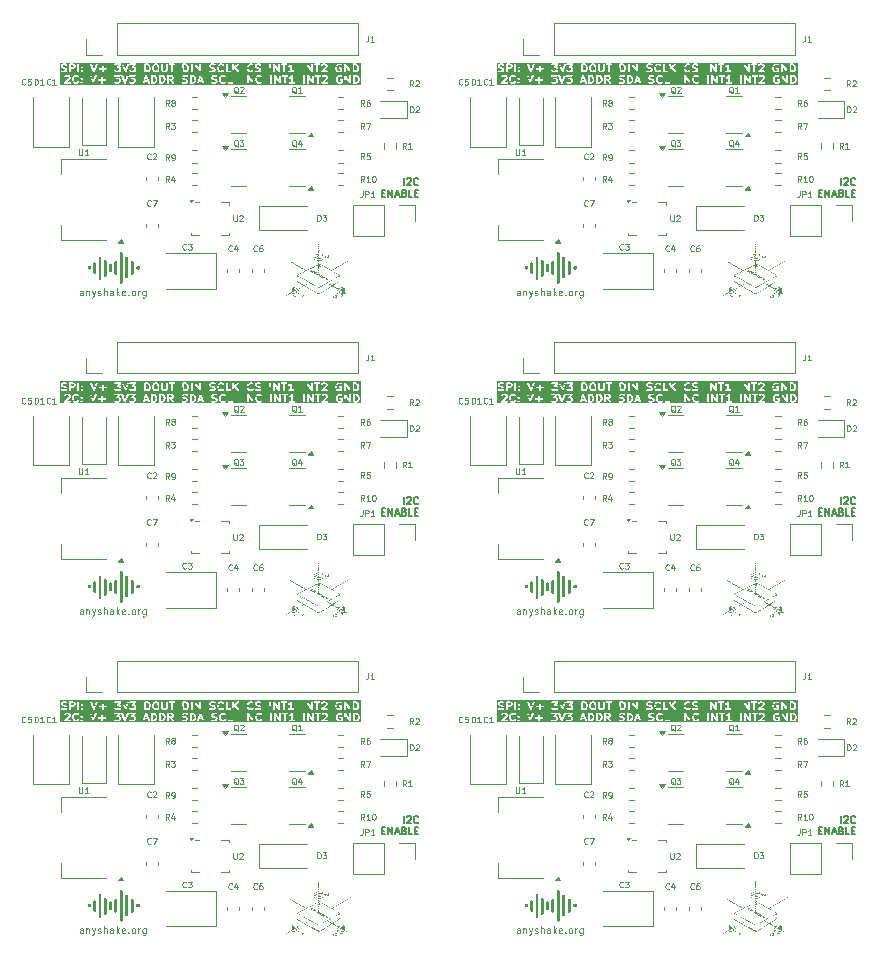
<source format=gbr>
%TF.GenerationSoftware,KiCad,Pcbnew,8.0.3*%
%TF.CreationDate,2024-12-25T16:19:31+08:00*%
%TF.ProjectId,ICM-42688_Panelized,49434d2d-3432-4363-9838-5f50616e656c,rev?*%
%TF.SameCoordinates,Original*%
%TF.FileFunction,Legend,Top*%
%TF.FilePolarity,Positive*%
%FSLAX46Y46*%
G04 Gerber Fmt 4.6, Leading zero omitted, Abs format (unit mm)*
G04 Created by KiCad (PCBNEW 8.0.3) date 2024-12-25 16:19:31*
%MOMM*%
%LPD*%
G01*
G04 APERTURE LIST*
%ADD10C,0.120000*%
%ADD11C,0.150000*%
%ADD12C,0.125000*%
%ADD13C,0.000000*%
G04 APERTURE END LIST*
D10*
X155245230Y-51010331D02*
X155245230Y-50696045D01*
X155245230Y-50696045D02*
X155216658Y-50638902D01*
X155216658Y-50638902D02*
X155159515Y-50610331D01*
X155159515Y-50610331D02*
X155045230Y-50610331D01*
X155045230Y-50610331D02*
X154988087Y-50638902D01*
X155245230Y-50981760D02*
X155188087Y-51010331D01*
X155188087Y-51010331D02*
X155045230Y-51010331D01*
X155045230Y-51010331D02*
X154988087Y-50981760D01*
X154988087Y-50981760D02*
X154959515Y-50924617D01*
X154959515Y-50924617D02*
X154959515Y-50867474D01*
X154959515Y-50867474D02*
X154988087Y-50810331D01*
X154988087Y-50810331D02*
X155045230Y-50781760D01*
X155045230Y-50781760D02*
X155188087Y-50781760D01*
X155188087Y-50781760D02*
X155245230Y-50753188D01*
X155530944Y-50610331D02*
X155530944Y-51010331D01*
X155530944Y-50667474D02*
X155559515Y-50638902D01*
X155559515Y-50638902D02*
X155616658Y-50610331D01*
X155616658Y-50610331D02*
X155702372Y-50610331D01*
X155702372Y-50610331D02*
X155759515Y-50638902D01*
X155759515Y-50638902D02*
X155788087Y-50696045D01*
X155788087Y-50696045D02*
X155788087Y-51010331D01*
X156016658Y-50610331D02*
X156159515Y-51010331D01*
X156302372Y-50610331D02*
X156159515Y-51010331D01*
X156159515Y-51010331D02*
X156102372Y-51153188D01*
X156102372Y-51153188D02*
X156073801Y-51181760D01*
X156073801Y-51181760D02*
X156016658Y-51210331D01*
X156502372Y-50981760D02*
X156559515Y-51010331D01*
X156559515Y-51010331D02*
X156673801Y-51010331D01*
X156673801Y-51010331D02*
X156730944Y-50981760D01*
X156730944Y-50981760D02*
X156759515Y-50924617D01*
X156759515Y-50924617D02*
X156759515Y-50896045D01*
X156759515Y-50896045D02*
X156730944Y-50838902D01*
X156730944Y-50838902D02*
X156673801Y-50810331D01*
X156673801Y-50810331D02*
X156588087Y-50810331D01*
X156588087Y-50810331D02*
X156530944Y-50781760D01*
X156530944Y-50781760D02*
X156502372Y-50724617D01*
X156502372Y-50724617D02*
X156502372Y-50696045D01*
X156502372Y-50696045D02*
X156530944Y-50638902D01*
X156530944Y-50638902D02*
X156588087Y-50610331D01*
X156588087Y-50610331D02*
X156673801Y-50610331D01*
X156673801Y-50610331D02*
X156730944Y-50638902D01*
X157016658Y-51010331D02*
X157016658Y-50410331D01*
X157273801Y-51010331D02*
X157273801Y-50696045D01*
X157273801Y-50696045D02*
X157245229Y-50638902D01*
X157245229Y-50638902D02*
X157188086Y-50610331D01*
X157188086Y-50610331D02*
X157102372Y-50610331D01*
X157102372Y-50610331D02*
X157045229Y-50638902D01*
X157045229Y-50638902D02*
X157016658Y-50667474D01*
X157816658Y-51010331D02*
X157816658Y-50696045D01*
X157816658Y-50696045D02*
X157788086Y-50638902D01*
X157788086Y-50638902D02*
X157730943Y-50610331D01*
X157730943Y-50610331D02*
X157616658Y-50610331D01*
X157616658Y-50610331D02*
X157559515Y-50638902D01*
X157816658Y-50981760D02*
X157759515Y-51010331D01*
X157759515Y-51010331D02*
X157616658Y-51010331D01*
X157616658Y-51010331D02*
X157559515Y-50981760D01*
X157559515Y-50981760D02*
X157530943Y-50924617D01*
X157530943Y-50924617D02*
X157530943Y-50867474D01*
X157530943Y-50867474D02*
X157559515Y-50810331D01*
X157559515Y-50810331D02*
X157616658Y-50781760D01*
X157616658Y-50781760D02*
X157759515Y-50781760D01*
X157759515Y-50781760D02*
X157816658Y-50753188D01*
X158102372Y-51010331D02*
X158102372Y-50410331D01*
X158159515Y-50781760D02*
X158330943Y-51010331D01*
X158330943Y-50610331D02*
X158102372Y-50838902D01*
X158816657Y-50981760D02*
X158759514Y-51010331D01*
X158759514Y-51010331D02*
X158645229Y-51010331D01*
X158645229Y-51010331D02*
X158588086Y-50981760D01*
X158588086Y-50981760D02*
X158559514Y-50924617D01*
X158559514Y-50924617D02*
X158559514Y-50696045D01*
X158559514Y-50696045D02*
X158588086Y-50638902D01*
X158588086Y-50638902D02*
X158645229Y-50610331D01*
X158645229Y-50610331D02*
X158759514Y-50610331D01*
X158759514Y-50610331D02*
X158816657Y-50638902D01*
X158816657Y-50638902D02*
X158845229Y-50696045D01*
X158845229Y-50696045D02*
X158845229Y-50753188D01*
X158845229Y-50753188D02*
X158559514Y-50810331D01*
X159102372Y-50953188D02*
X159130943Y-50981760D01*
X159130943Y-50981760D02*
X159102372Y-51010331D01*
X159102372Y-51010331D02*
X159073800Y-50981760D01*
X159073800Y-50981760D02*
X159102372Y-50953188D01*
X159102372Y-50953188D02*
X159102372Y-51010331D01*
X159473800Y-51010331D02*
X159416657Y-50981760D01*
X159416657Y-50981760D02*
X159388086Y-50953188D01*
X159388086Y-50953188D02*
X159359514Y-50896045D01*
X159359514Y-50896045D02*
X159359514Y-50724617D01*
X159359514Y-50724617D02*
X159388086Y-50667474D01*
X159388086Y-50667474D02*
X159416657Y-50638902D01*
X159416657Y-50638902D02*
X159473800Y-50610331D01*
X159473800Y-50610331D02*
X159559514Y-50610331D01*
X159559514Y-50610331D02*
X159616657Y-50638902D01*
X159616657Y-50638902D02*
X159645229Y-50667474D01*
X159645229Y-50667474D02*
X159673800Y-50724617D01*
X159673800Y-50724617D02*
X159673800Y-50896045D01*
X159673800Y-50896045D02*
X159645229Y-50953188D01*
X159645229Y-50953188D02*
X159616657Y-50981760D01*
X159616657Y-50981760D02*
X159559514Y-51010331D01*
X159559514Y-51010331D02*
X159473800Y-51010331D01*
X159930943Y-51010331D02*
X159930943Y-50610331D01*
X159930943Y-50724617D02*
X159959514Y-50667474D01*
X159959514Y-50667474D02*
X159988086Y-50638902D01*
X159988086Y-50638902D02*
X160045228Y-50610331D01*
X160045228Y-50610331D02*
X160102371Y-50610331D01*
X160559515Y-50610331D02*
X160559515Y-51096045D01*
X160559515Y-51096045D02*
X160530943Y-51153188D01*
X160530943Y-51153188D02*
X160502372Y-51181760D01*
X160502372Y-51181760D02*
X160445229Y-51210331D01*
X160445229Y-51210331D02*
X160359515Y-51210331D01*
X160359515Y-51210331D02*
X160302372Y-51181760D01*
X160559515Y-50981760D02*
X160502372Y-51010331D01*
X160502372Y-51010331D02*
X160388086Y-51010331D01*
X160388086Y-51010331D02*
X160330943Y-50981760D01*
X160330943Y-50981760D02*
X160302372Y-50953188D01*
X160302372Y-50953188D02*
X160273800Y-50896045D01*
X160273800Y-50896045D02*
X160273800Y-50724617D01*
X160273800Y-50724617D02*
X160302372Y-50667474D01*
X160302372Y-50667474D02*
X160330943Y-50638902D01*
X160330943Y-50638902D02*
X160388086Y-50610331D01*
X160388086Y-50610331D02*
X160502372Y-50610331D01*
X160502372Y-50610331D02*
X160559515Y-50638902D01*
D11*
X145422030Y-41692805D02*
X145422030Y-41092805D01*
X145679172Y-41149948D02*
X145707744Y-41121376D01*
X145707744Y-41121376D02*
X145764887Y-41092805D01*
X145764887Y-41092805D02*
X145907744Y-41092805D01*
X145907744Y-41092805D02*
X145964887Y-41121376D01*
X145964887Y-41121376D02*
X145993458Y-41149948D01*
X145993458Y-41149948D02*
X146022029Y-41207091D01*
X146022029Y-41207091D02*
X146022029Y-41264234D01*
X146022029Y-41264234D02*
X145993458Y-41349948D01*
X145993458Y-41349948D02*
X145650601Y-41692805D01*
X145650601Y-41692805D02*
X146022029Y-41692805D01*
X146622030Y-41635662D02*
X146593458Y-41664234D01*
X146593458Y-41664234D02*
X146507744Y-41692805D01*
X146507744Y-41692805D02*
X146450601Y-41692805D01*
X146450601Y-41692805D02*
X146364887Y-41664234D01*
X146364887Y-41664234D02*
X146307744Y-41607091D01*
X146307744Y-41607091D02*
X146279173Y-41549948D01*
X146279173Y-41549948D02*
X146250601Y-41435662D01*
X146250601Y-41435662D02*
X146250601Y-41349948D01*
X146250601Y-41349948D02*
X146279173Y-41235662D01*
X146279173Y-41235662D02*
X146307744Y-41178519D01*
X146307744Y-41178519D02*
X146364887Y-41121376D01*
X146364887Y-41121376D02*
X146450601Y-41092805D01*
X146450601Y-41092805D02*
X146507744Y-41092805D01*
X146507744Y-41092805D02*
X146593458Y-41121376D01*
X146593458Y-41121376D02*
X146622030Y-41149948D01*
X143564888Y-42344485D02*
X143764888Y-42344485D01*
X143850602Y-42658771D02*
X143564888Y-42658771D01*
X143564888Y-42658771D02*
X143564888Y-42058771D01*
X143564888Y-42058771D02*
X143850602Y-42058771D01*
X144107745Y-42658771D02*
X144107745Y-42058771D01*
X144107745Y-42058771D02*
X144450602Y-42658771D01*
X144450602Y-42658771D02*
X144450602Y-42058771D01*
X144707744Y-42487342D02*
X144993459Y-42487342D01*
X144650601Y-42658771D02*
X144850601Y-42058771D01*
X144850601Y-42058771D02*
X145050601Y-42658771D01*
X145450602Y-42344485D02*
X145536316Y-42373057D01*
X145536316Y-42373057D02*
X145564887Y-42401628D01*
X145564887Y-42401628D02*
X145593459Y-42458771D01*
X145593459Y-42458771D02*
X145593459Y-42544485D01*
X145593459Y-42544485D02*
X145564887Y-42601628D01*
X145564887Y-42601628D02*
X145536316Y-42630200D01*
X145536316Y-42630200D02*
X145479173Y-42658771D01*
X145479173Y-42658771D02*
X145250602Y-42658771D01*
X145250602Y-42658771D02*
X145250602Y-42058771D01*
X145250602Y-42058771D02*
X145450602Y-42058771D01*
X145450602Y-42058771D02*
X145507745Y-42087342D01*
X145507745Y-42087342D02*
X145536316Y-42115914D01*
X145536316Y-42115914D02*
X145564887Y-42173057D01*
X145564887Y-42173057D02*
X145564887Y-42230200D01*
X145564887Y-42230200D02*
X145536316Y-42287342D01*
X145536316Y-42287342D02*
X145507745Y-42315914D01*
X145507745Y-42315914D02*
X145450602Y-42344485D01*
X145450602Y-42344485D02*
X145250602Y-42344485D01*
X146136316Y-42658771D02*
X145850602Y-42658771D01*
X145850602Y-42658771D02*
X145850602Y-42058771D01*
X146336316Y-42344485D02*
X146536316Y-42344485D01*
X146622030Y-42658771D02*
X146336316Y-42658771D01*
X146336316Y-42658771D02*
X146336316Y-42058771D01*
X146336316Y-42058771D02*
X146622030Y-42058771D01*
G36*
X124295538Y-86513459D02*
G01*
X124340432Y-86550858D01*
X124362934Y-86587899D01*
X124391768Y-86682939D01*
X124392698Y-86747662D01*
X124366184Y-86842352D01*
X124343488Y-86882906D01*
X124298910Y-86922216D01*
X124226618Y-86943824D01*
X124141493Y-86944500D01*
X124140435Y-86493184D01*
X124218879Y-86492561D01*
X124295538Y-86513459D01*
G37*
G36*
X124995538Y-86513459D02*
G01*
X125040432Y-86550858D01*
X125062934Y-86587899D01*
X125091768Y-86682939D01*
X125092698Y-86747662D01*
X125066184Y-86842352D01*
X125043488Y-86882906D01*
X124998910Y-86922216D01*
X124926618Y-86943824D01*
X124841493Y-86944500D01*
X124840435Y-86493184D01*
X124918879Y-86492561D01*
X124995538Y-86513459D01*
G37*
G36*
X127595538Y-86513459D02*
G01*
X127640432Y-86550858D01*
X127662934Y-86587899D01*
X127691768Y-86682939D01*
X127692698Y-86747662D01*
X127666184Y-86842352D01*
X127643488Y-86882906D01*
X127598910Y-86922216D01*
X127526618Y-86943824D01*
X127441493Y-86944500D01*
X127440435Y-86493184D01*
X127518879Y-86492561D01*
X127595538Y-86513459D01*
G37*
G36*
X141428868Y-86513459D02*
G01*
X141473762Y-86550858D01*
X141496264Y-86587899D01*
X141525098Y-86682939D01*
X141526028Y-86747662D01*
X141499514Y-86842352D01*
X141476818Y-86882906D01*
X141432240Y-86922216D01*
X141359948Y-86943824D01*
X141274823Y-86944500D01*
X141273765Y-86493184D01*
X141352209Y-86492561D01*
X141428868Y-86513459D01*
G37*
G36*
X125758119Y-86509933D02*
G01*
X125774250Y-86523086D01*
X125791943Y-86552210D01*
X125792594Y-86597579D01*
X125776656Y-86626058D01*
X125761822Y-86639420D01*
X125720098Y-86658124D01*
X125628096Y-86658596D01*
X125626163Y-86658401D01*
X125625469Y-86658609D01*
X125540824Y-86659043D01*
X125540436Y-86493393D01*
X125715498Y-86492496D01*
X125758119Y-86509933D01*
G37*
G36*
X123658029Y-86772791D02*
G01*
X123541925Y-86773272D01*
X123599694Y-86623754D01*
X123658029Y-86772791D01*
G37*
G36*
X128258029Y-86772791D02*
G01*
X128141925Y-86773272D01*
X128199694Y-86623754D01*
X128258029Y-86772791D01*
G37*
G36*
X123745538Y-85547493D02*
G01*
X123790432Y-85584892D01*
X123812934Y-85621933D01*
X123841768Y-85716973D01*
X123842698Y-85781696D01*
X123816184Y-85876386D01*
X123793488Y-85916940D01*
X123748910Y-85956250D01*
X123676618Y-85977858D01*
X123591493Y-85978534D01*
X123590435Y-85527218D01*
X123668879Y-85526595D01*
X123745538Y-85547493D01*
G37*
G36*
X124507830Y-85543849D02*
G01*
X124550765Y-85579616D01*
X124575047Y-85659649D01*
X124576245Y-85838076D01*
X124552198Y-85923956D01*
X124512730Y-85958761D01*
X124469958Y-85977935D01*
X124367481Y-85978933D01*
X124325506Y-85961760D01*
X124282570Y-85925992D01*
X124258289Y-85845960D01*
X124257091Y-85667533D01*
X124281138Y-85581652D01*
X124320607Y-85546847D01*
X124363377Y-85527674D01*
X124465855Y-85526676D01*
X124507830Y-85543849D01*
G37*
G36*
X126978870Y-85547493D02*
G01*
X127023764Y-85584892D01*
X127046266Y-85621933D01*
X127075100Y-85716973D01*
X127076030Y-85781696D01*
X127049516Y-85876386D01*
X127026820Y-85916940D01*
X126982242Y-85956250D01*
X126909950Y-85977858D01*
X126824825Y-85978534D01*
X126823767Y-85527218D01*
X126902211Y-85526595D01*
X126978870Y-85547493D01*
G37*
G36*
X141378867Y-85547493D02*
G01*
X141423761Y-85584892D01*
X141446263Y-85621933D01*
X141475097Y-85716973D01*
X141476027Y-85781696D01*
X141449513Y-85876386D01*
X141426817Y-85916940D01*
X141382239Y-85956250D01*
X141309947Y-85977858D01*
X141224822Y-85978534D01*
X141223764Y-85527218D01*
X141302208Y-85526595D01*
X141378867Y-85547493D01*
G37*
G36*
X117441453Y-85543967D02*
G01*
X117457584Y-85557120D01*
X117475277Y-85586244D01*
X117475928Y-85631613D01*
X117459990Y-85660092D01*
X117445156Y-85673454D01*
X117403432Y-85692158D01*
X117224158Y-85693077D01*
X117223770Y-85527427D01*
X117398832Y-85526530D01*
X117441453Y-85543967D01*
G37*
G36*
X141749998Y-87168771D02*
G01*
X116283335Y-87168771D01*
X116283335Y-86418771D01*
X116358335Y-86418771D01*
X116359776Y-87033403D01*
X116370975Y-87060439D01*
X116391667Y-87081131D01*
X116418703Y-87092330D01*
X116447967Y-87092330D01*
X116475003Y-87081131D01*
X116495695Y-87060439D01*
X116506894Y-87033403D01*
X116507454Y-87027718D01*
X116625538Y-87027718D01*
X116626443Y-87030486D01*
X116626443Y-87033403D01*
X116630960Y-87044309D01*
X116634629Y-87055533D01*
X116636527Y-87057747D01*
X116637642Y-87060439D01*
X116645987Y-87068784D01*
X116653674Y-87077752D01*
X116656273Y-87079070D01*
X116658334Y-87081131D01*
X116669242Y-87085649D01*
X116679772Y-87090991D01*
X116682676Y-87091214D01*
X116685370Y-87092330D01*
X116700002Y-87093771D01*
X117147967Y-87092330D01*
X117175003Y-87081131D01*
X117195695Y-87060439D01*
X117206894Y-87033403D01*
X117206894Y-87004139D01*
X117195695Y-86977103D01*
X117175003Y-86956411D01*
X117147967Y-86945212D01*
X117133335Y-86943771D01*
X116901052Y-86944518D01*
X117139813Y-86738761D01*
X117143020Y-86737351D01*
X117150417Y-86729623D01*
X117158983Y-86722242D01*
X117160673Y-86718909D01*
X117163256Y-86716212D01*
X117169902Y-86703097D01*
X117180052Y-86675914D01*
X117325002Y-86675914D01*
X117326206Y-86759779D01*
X117325288Y-86768178D01*
X117326412Y-86774167D01*
X117326443Y-86776260D01*
X117327106Y-86777860D01*
X117328002Y-86782628D01*
X117361371Y-86892615D01*
X117362424Y-86900340D01*
X117366240Y-86908664D01*
X117366815Y-86910557D01*
X117367499Y-86911409D01*
X117368552Y-86913705D01*
X117403822Y-86971763D01*
X117407688Y-86979384D01*
X117409774Y-86981562D01*
X117410503Y-86982761D01*
X117412049Y-86983936D01*
X117417859Y-86990001D01*
X117475969Y-87038408D01*
X117476139Y-87038714D01*
X117480331Y-87042042D01*
X117496573Y-87055572D01*
X117497934Y-87056017D01*
X117499058Y-87056909D01*
X117512731Y-87062314D01*
X117610749Y-87089035D01*
X117618703Y-87092330D01*
X117625171Y-87092967D01*
X117627196Y-87093519D01*
X117628848Y-87093329D01*
X117633335Y-87093771D01*
X117698310Y-87092619D01*
X117706141Y-87093519D01*
X117712458Y-87092368D01*
X117714634Y-87092330D01*
X117716174Y-87091692D01*
X117720606Y-87090885D01*
X117808459Y-87064626D01*
X117808950Y-87064664D01*
X117815538Y-87062510D01*
X117834279Y-87056909D01*
X117835401Y-87056017D01*
X117836765Y-87055572D01*
X117848812Y-87047144D01*
X117892317Y-87007955D01*
X117905556Y-86981857D01*
X117905602Y-86981254D01*
X118025538Y-86981254D01*
X118026226Y-86990200D01*
X118025538Y-86999148D01*
X118027337Y-87004653D01*
X118027782Y-87010430D01*
X118031841Y-87018433D01*
X118034630Y-87026963D01*
X118038400Y-87031361D01*
X118041021Y-87036528D01*
X118051193Y-87047144D01*
X118053634Y-87049134D01*
X118053675Y-87049182D01*
X118053721Y-87049205D01*
X118083000Y-87073078D01*
X118087006Y-87077751D01*
X118089606Y-87079070D01*
X118091667Y-87081131D01*
X118094127Y-87082150D01*
X118096573Y-87084144D01*
X118105102Y-87086931D01*
X118113104Y-87090991D01*
X118116010Y-87091214D01*
X118118703Y-87092330D01*
X118121619Y-87092330D01*
X118124388Y-87093235D01*
X118133329Y-87092547D01*
X118142280Y-87093236D01*
X118145052Y-87092330D01*
X118147967Y-87092330D01*
X118150660Y-87091214D01*
X118153565Y-87090991D01*
X118161566Y-87086931D01*
X118170096Y-87084144D01*
X118173531Y-87081740D01*
X118175003Y-87081131D01*
X118176400Y-87079733D01*
X118178097Y-87078545D01*
X118179663Y-87077752D01*
X118180307Y-87077000D01*
X118182143Y-87075716D01*
X118209805Y-87050799D01*
X118212996Y-87049181D01*
X118217715Y-87043674D01*
X118225649Y-87036529D01*
X118228271Y-87031359D01*
X118232041Y-87026962D01*
X118234827Y-87018436D01*
X118238889Y-87010431D01*
X118239333Y-87004650D01*
X118241133Y-86999146D01*
X118240445Y-86990205D01*
X118241134Y-86981255D01*
X118239333Y-86975745D01*
X118238889Y-86969970D01*
X118234829Y-86961968D01*
X118232042Y-86953439D01*
X118228271Y-86949040D01*
X118225650Y-86943872D01*
X118215478Y-86933255D01*
X118213035Y-86931263D01*
X118212998Y-86931220D01*
X118212955Y-86931198D01*
X118183668Y-86907319D01*
X118179662Y-86902646D01*
X118177062Y-86901327D01*
X118175003Y-86899268D01*
X118172542Y-86898248D01*
X118170097Y-86896255D01*
X118161568Y-86893467D01*
X118153564Y-86889407D01*
X118150657Y-86889183D01*
X118147967Y-86888069D01*
X118145051Y-86888069D01*
X118142282Y-86887164D01*
X118133336Y-86887851D01*
X118124387Y-86887164D01*
X118121618Y-86888069D01*
X118118703Y-86888069D01*
X118116009Y-86889184D01*
X118113105Y-86889408D01*
X118105101Y-86893467D01*
X118096572Y-86896256D01*
X118093137Y-86898659D01*
X118091667Y-86899268D01*
X118090270Y-86900664D01*
X118088570Y-86901854D01*
X118087007Y-86902647D01*
X118086363Y-86903397D01*
X118084525Y-86904684D01*
X118056864Y-86929600D01*
X118053674Y-86931219D01*
X118048952Y-86936727D01*
X118041020Y-86943873D01*
X118038399Y-86949039D01*
X118034629Y-86953438D01*
X118031840Y-86961969D01*
X118027782Y-86969971D01*
X118027337Y-86975747D01*
X118025538Y-86981254D01*
X117905602Y-86981254D01*
X117907800Y-86952680D01*
X117898707Y-86924865D01*
X117879662Y-86902646D01*
X117853564Y-86889407D01*
X117824387Y-86887164D01*
X117796572Y-86896256D01*
X117784525Y-86904684D01*
X117764804Y-86922447D01*
X117693051Y-86943894D01*
X117646813Y-86944713D01*
X117571132Y-86924082D01*
X117526237Y-86886683D01*
X117503735Y-86849642D01*
X117474901Y-86754602D01*
X117473971Y-86689879D01*
X117480386Y-86666968D01*
X118025538Y-86666968D01*
X118026226Y-86675914D01*
X118025538Y-86684862D01*
X118027337Y-86690367D01*
X118027782Y-86696144D01*
X118031841Y-86704147D01*
X118034630Y-86712677D01*
X118038400Y-86717075D01*
X118041021Y-86722242D01*
X118051193Y-86732858D01*
X118053634Y-86734848D01*
X118053675Y-86734896D01*
X118053721Y-86734919D01*
X118083000Y-86758792D01*
X118087006Y-86763465D01*
X118089606Y-86764784D01*
X118091667Y-86766845D01*
X118094127Y-86767864D01*
X118096573Y-86769858D01*
X118105102Y-86772645D01*
X118113104Y-86776705D01*
X118116010Y-86776928D01*
X118118703Y-86778044D01*
X118121619Y-86778044D01*
X118124388Y-86778949D01*
X118133329Y-86778261D01*
X118142280Y-86778950D01*
X118145052Y-86778044D01*
X118147967Y-86778044D01*
X118150660Y-86776928D01*
X118153565Y-86776705D01*
X118161566Y-86772645D01*
X118170096Y-86769858D01*
X118173531Y-86767454D01*
X118175003Y-86766845D01*
X118176400Y-86765447D01*
X118178097Y-86764259D01*
X118179663Y-86763466D01*
X118180307Y-86762714D01*
X118182143Y-86761430D01*
X118209805Y-86736513D01*
X118212996Y-86734895D01*
X118217715Y-86729388D01*
X118225649Y-86722243D01*
X118228271Y-86717073D01*
X118232041Y-86712676D01*
X118234827Y-86704150D01*
X118238889Y-86696145D01*
X118239333Y-86690364D01*
X118241133Y-86684860D01*
X118240445Y-86675919D01*
X118241134Y-86666969D01*
X118239333Y-86661459D01*
X118238889Y-86655684D01*
X118234829Y-86647682D01*
X118232042Y-86639153D01*
X118228271Y-86634754D01*
X118225650Y-86629586D01*
X118215478Y-86618969D01*
X118213035Y-86616977D01*
X118212998Y-86616934D01*
X118212955Y-86616912D01*
X118183668Y-86593033D01*
X118179662Y-86588360D01*
X118177062Y-86587041D01*
X118175003Y-86584982D01*
X118172542Y-86583962D01*
X118170097Y-86581969D01*
X118161568Y-86579181D01*
X118153564Y-86575121D01*
X118150657Y-86574897D01*
X118147967Y-86573783D01*
X118145051Y-86573783D01*
X118142282Y-86572878D01*
X118133336Y-86573565D01*
X118124387Y-86572878D01*
X118121618Y-86573783D01*
X118118703Y-86573783D01*
X118116009Y-86574898D01*
X118113105Y-86575122D01*
X118105101Y-86579181D01*
X118096572Y-86581970D01*
X118093137Y-86584373D01*
X118091667Y-86584982D01*
X118090270Y-86586378D01*
X118088570Y-86587568D01*
X118087007Y-86588361D01*
X118086363Y-86589111D01*
X118084525Y-86590398D01*
X118056864Y-86615314D01*
X118053674Y-86616933D01*
X118048952Y-86622441D01*
X118041020Y-86629587D01*
X118038399Y-86634753D01*
X118034629Y-86639152D01*
X118031840Y-86647683D01*
X118027782Y-86655685D01*
X118027337Y-86661461D01*
X118025538Y-86666968D01*
X117480386Y-86666968D01*
X117500485Y-86595188D01*
X117523182Y-86554635D01*
X117567758Y-86515325D01*
X117640285Y-86493647D01*
X117686525Y-86492828D01*
X117762562Y-86513557D01*
X117796572Y-86541286D01*
X117824387Y-86550378D01*
X117853564Y-86548135D01*
X117879662Y-86534896D01*
X117898707Y-86512677D01*
X117907800Y-86484862D01*
X117905556Y-86455685D01*
X117893437Y-86431795D01*
X118826140Y-86431795D01*
X118830101Y-86445955D01*
X119060080Y-87033519D01*
X119060113Y-87035004D01*
X119065081Y-87046296D01*
X119070081Y-87059069D01*
X119071229Y-87060268D01*
X119071898Y-87061788D01*
X119081308Y-87070797D01*
X119090318Y-87080208D01*
X119091837Y-87080876D01*
X119093037Y-87082025D01*
X119105188Y-87086750D01*
X119117103Y-87091993D01*
X119118761Y-87092029D01*
X119120311Y-87092632D01*
X119133335Y-87092347D01*
X119146359Y-87092632D01*
X119147908Y-87092029D01*
X119149568Y-87091993D01*
X119161486Y-87086748D01*
X119173633Y-87082025D01*
X119174832Y-87080876D01*
X119176352Y-87080208D01*
X119185361Y-87070797D01*
X119194772Y-87061788D01*
X119195440Y-87060268D01*
X119196589Y-87059069D01*
X119203235Y-87045954D01*
X119307704Y-86775568D01*
X119526442Y-86775568D01*
X119526442Y-86804832D01*
X119537641Y-86831868D01*
X119558333Y-86852560D01*
X119585369Y-86863759D01*
X119600001Y-86865200D01*
X119792593Y-86864693D01*
X119793109Y-87033403D01*
X119804308Y-87060439D01*
X119825000Y-87081131D01*
X119852036Y-87092330D01*
X119881300Y-87092330D01*
X119908336Y-87081131D01*
X119929028Y-87060439D01*
X119940227Y-87033403D01*
X119941668Y-87018771D01*
X119941466Y-86952680D01*
X120858871Y-86952680D01*
X120861115Y-86981857D01*
X120874353Y-87007955D01*
X120884525Y-87018572D01*
X120919025Y-87046701D01*
X120924243Y-87052048D01*
X120928363Y-87054315D01*
X120929905Y-87055572D01*
X120931734Y-87056170D01*
X120937125Y-87059136D01*
X121017808Y-87092146D01*
X121018272Y-87092151D01*
X121018703Y-87092330D01*
X121033335Y-87093771D01*
X121247967Y-87092330D01*
X121248397Y-87092151D01*
X121248862Y-87092146D01*
X121262879Y-87087707D01*
X121328640Y-87058227D01*
X121336763Y-87055573D01*
X121340686Y-87052827D01*
X121342426Y-87052048D01*
X121343771Y-87050669D01*
X121348810Y-87047144D01*
X121383528Y-87015871D01*
X121389501Y-87011331D01*
X121391243Y-87008921D01*
X121392316Y-87007956D01*
X121393192Y-87006227D01*
X121398119Y-86999418D01*
X121426532Y-86948648D01*
X121429028Y-86946153D01*
X121432158Y-86938595D01*
X121437579Y-86928910D01*
X121438268Y-86923844D01*
X121440227Y-86919117D01*
X121441668Y-86904485D01*
X121440440Y-86770331D01*
X121441528Y-86766199D01*
X121440321Y-86757341D01*
X121440227Y-86746996D01*
X121438268Y-86742268D01*
X121437579Y-86737203D01*
X121431451Y-86723838D01*
X121396186Y-86665787D01*
X121392315Y-86658156D01*
X121390226Y-86655975D01*
X121389501Y-86654782D01*
X121387960Y-86653610D01*
X121382144Y-86647540D01*
X121347642Y-86619411D01*
X121342427Y-86614067D01*
X121338304Y-86611798D01*
X121336762Y-86610541D01*
X121334932Y-86609942D01*
X121329546Y-86606979D01*
X121295153Y-86592906D01*
X121408271Y-86481157D01*
X121408336Y-86481131D01*
X121411408Y-86478058D01*
X121428596Y-86461079D01*
X121428750Y-86460716D01*
X121429028Y-86460439D01*
X121434480Y-86447275D01*
X121440072Y-86434160D01*
X121440076Y-86433767D01*
X121440227Y-86433403D01*
X121440227Y-86431795D01*
X121492807Y-86431795D01*
X121496768Y-86445955D01*
X121726747Y-87033519D01*
X121726780Y-87035004D01*
X121731748Y-87046296D01*
X121736748Y-87059069D01*
X121737896Y-87060268D01*
X121738565Y-87061788D01*
X121747975Y-87070797D01*
X121756985Y-87080208D01*
X121758504Y-87080876D01*
X121759704Y-87082025D01*
X121771855Y-87086750D01*
X121783770Y-87091993D01*
X121785428Y-87092029D01*
X121786978Y-87092632D01*
X121800002Y-87092347D01*
X121813026Y-87092632D01*
X121814575Y-87092029D01*
X121816235Y-87091993D01*
X121828153Y-87086748D01*
X121840300Y-87082025D01*
X121841499Y-87080876D01*
X121843019Y-87080208D01*
X121852028Y-87070797D01*
X121861439Y-87061788D01*
X121862107Y-87060268D01*
X121863256Y-87059069D01*
X121869902Y-87045954D01*
X121905940Y-86952680D01*
X122125538Y-86952680D01*
X122127782Y-86981857D01*
X122141020Y-87007955D01*
X122151192Y-87018572D01*
X122185692Y-87046701D01*
X122190910Y-87052048D01*
X122195030Y-87054315D01*
X122196572Y-87055572D01*
X122198401Y-87056170D01*
X122203792Y-87059136D01*
X122284475Y-87092146D01*
X122284939Y-87092151D01*
X122285370Y-87092330D01*
X122300002Y-87093771D01*
X122514634Y-87092330D01*
X122515064Y-87092151D01*
X122515529Y-87092146D01*
X122529546Y-87087707D01*
X122595307Y-87058227D01*
X122603430Y-87055573D01*
X122607353Y-87052827D01*
X122609093Y-87052048D01*
X122610438Y-87050669D01*
X122615477Y-87047144D01*
X122650195Y-87015871D01*
X122656168Y-87011331D01*
X122657910Y-87008921D01*
X122658983Y-87007956D01*
X122659859Y-87006227D01*
X122660206Y-87005747D01*
X123292807Y-87005747D01*
X123293446Y-87035004D01*
X123305231Y-87061788D01*
X123326370Y-87082025D01*
X123353644Y-87092632D01*
X123382901Y-87091993D01*
X123409685Y-87080208D01*
X123429922Y-87059069D01*
X123436568Y-87045955D01*
X123484410Y-86922130D01*
X123716106Y-86921170D01*
X123770081Y-87059069D01*
X123790317Y-87080207D01*
X123817102Y-87091993D01*
X123846359Y-87092631D01*
X123873633Y-87082025D01*
X123894772Y-87061788D01*
X123906557Y-87035003D01*
X123907195Y-87005746D01*
X123903235Y-86991587D01*
X123679029Y-86418771D01*
X123991668Y-86418771D01*
X123993109Y-87033403D01*
X124004308Y-87060439D01*
X124025000Y-87081131D01*
X124052036Y-87092330D01*
X124066668Y-87093771D01*
X124230343Y-87092470D01*
X124239474Y-87093519D01*
X124245913Y-87092346D01*
X124247967Y-87092330D01*
X124249507Y-87091692D01*
X124253939Y-87090885D01*
X124341792Y-87064626D01*
X124342282Y-87064664D01*
X124348868Y-87062511D01*
X124367612Y-87056909D01*
X124368733Y-87056018D01*
X124370097Y-87055573D01*
X124382144Y-87047144D01*
X124448828Y-86988339D01*
X124456168Y-86982760D01*
X124457951Y-86980294D01*
X124458983Y-86979385D01*
X124459859Y-86977656D01*
X124464786Y-86970847D01*
X124495472Y-86916014D01*
X124499855Y-86910557D01*
X124503230Y-86902153D01*
X124504246Y-86900339D01*
X124504393Y-86899258D01*
X124505335Y-86896914D01*
X124536806Y-86784517D01*
X124540227Y-86776260D01*
X124540828Y-86770154D01*
X124541382Y-86768177D01*
X124541193Y-86766449D01*
X124541668Y-86761628D01*
X124540463Y-86677763D01*
X124541382Y-86669365D01*
X124540257Y-86663375D01*
X124540227Y-86661282D01*
X124539562Y-86659678D01*
X124538668Y-86654914D01*
X124505297Y-86544923D01*
X124504246Y-86537203D01*
X124500430Y-86528880D01*
X124499855Y-86526985D01*
X124499169Y-86526131D01*
X124498118Y-86523838D01*
X124462854Y-86465789D01*
X124458983Y-86458157D01*
X124456893Y-86455975D01*
X124456168Y-86454782D01*
X124454627Y-86453610D01*
X124448812Y-86447541D01*
X124414276Y-86418771D01*
X124691668Y-86418771D01*
X124693109Y-87033403D01*
X124704308Y-87060439D01*
X124725000Y-87081131D01*
X124752036Y-87092330D01*
X124766668Y-87093771D01*
X124930343Y-87092470D01*
X124939474Y-87093519D01*
X124945913Y-87092346D01*
X124947967Y-87092330D01*
X124949507Y-87091692D01*
X124953939Y-87090885D01*
X125041792Y-87064626D01*
X125042282Y-87064664D01*
X125048868Y-87062511D01*
X125067612Y-87056909D01*
X125068733Y-87056018D01*
X125070097Y-87055573D01*
X125082144Y-87047144D01*
X125148828Y-86988339D01*
X125156168Y-86982760D01*
X125157951Y-86980294D01*
X125158983Y-86979385D01*
X125159859Y-86977656D01*
X125164786Y-86970847D01*
X125195472Y-86916014D01*
X125199855Y-86910557D01*
X125203230Y-86902153D01*
X125204246Y-86900339D01*
X125204393Y-86899258D01*
X125205335Y-86896914D01*
X125236806Y-86784517D01*
X125240227Y-86776260D01*
X125240828Y-86770154D01*
X125241382Y-86768177D01*
X125241193Y-86766449D01*
X125241668Y-86761628D01*
X125240463Y-86677763D01*
X125241382Y-86669365D01*
X125240257Y-86663375D01*
X125240227Y-86661282D01*
X125239562Y-86659678D01*
X125238668Y-86654914D01*
X125205297Y-86544923D01*
X125204246Y-86537203D01*
X125200430Y-86528880D01*
X125199855Y-86526985D01*
X125199169Y-86526131D01*
X125198118Y-86523838D01*
X125162854Y-86465789D01*
X125158983Y-86458157D01*
X125156893Y-86455975D01*
X125156168Y-86454782D01*
X125154627Y-86453610D01*
X125148812Y-86447541D01*
X125114276Y-86418771D01*
X125391668Y-86418771D01*
X125393109Y-87033403D01*
X125404308Y-87060439D01*
X125425000Y-87081131D01*
X125452036Y-87092330D01*
X125481300Y-87092330D01*
X125508336Y-87081131D01*
X125529028Y-87060439D01*
X125540227Y-87033403D01*
X125541668Y-87018771D01*
X125541173Y-86807675D01*
X125597374Y-86807387D01*
X125818950Y-87076633D01*
X125844725Y-87090489D01*
X125873840Y-87093427D01*
X125901864Y-87085000D01*
X125924530Y-87066490D01*
X125938386Y-87040714D01*
X125941324Y-87011599D01*
X125932897Y-86983575D01*
X125924758Y-86971331D01*
X125779332Y-86794617D01*
X125828639Y-86772513D01*
X125836764Y-86769858D01*
X125840689Y-86767111D01*
X125842428Y-86766332D01*
X125843772Y-86764954D01*
X125848811Y-86761429D01*
X125883527Y-86730157D01*
X125889501Y-86725617D01*
X125891243Y-86723207D01*
X125892316Y-86722242D01*
X125893192Y-86720513D01*
X125898119Y-86713704D01*
X125926532Y-86662934D01*
X125929028Y-86660439D01*
X125932158Y-86652881D01*
X125937579Y-86643196D01*
X125938268Y-86638130D01*
X125940227Y-86633403D01*
X125941668Y-86618771D01*
X125940555Y-86541322D01*
X125941528Y-86537628D01*
X125940905Y-86533057D01*
X126591668Y-86533057D01*
X126592658Y-86582394D01*
X126591807Y-86585630D01*
X126592881Y-86593520D01*
X126593109Y-86604832D01*
X126595066Y-86609557D01*
X126595757Y-86614626D01*
X126601885Y-86627990D01*
X126637151Y-86686043D01*
X126641020Y-86693670D01*
X126643107Y-86695848D01*
X126643835Y-86697046D01*
X126645380Y-86698221D01*
X126651192Y-86704286D01*
X126685689Y-86732412D01*
X126690910Y-86737762D01*
X126695034Y-86740031D01*
X126696573Y-86741286D01*
X126698398Y-86741882D01*
X126703791Y-86744850D01*
X126765678Y-86770170D01*
X126770281Y-86773345D01*
X126784286Y-86777820D01*
X126784464Y-86777856D01*
X126784473Y-86777860D01*
X126784482Y-86777860D01*
X126904988Y-86802483D01*
X126958121Y-86824221D01*
X126974252Y-86837373D01*
X126992056Y-86866681D01*
X126992396Y-86883646D01*
X126976656Y-86911771D01*
X126961820Y-86925135D01*
X126920012Y-86943876D01*
X126781125Y-86944980D01*
X126672807Y-86915452D01*
X126643735Y-86918792D01*
X126618154Y-86933004D01*
X126599959Y-86955923D01*
X126591920Y-86984061D01*
X126595260Y-87013133D01*
X126609472Y-87038714D01*
X126632391Y-87056909D01*
X126646064Y-87062314D01*
X126744082Y-87089035D01*
X126752036Y-87092330D01*
X126758504Y-87092967D01*
X126760529Y-87093519D01*
X126762181Y-87093329D01*
X126766668Y-87093771D01*
X126947967Y-87092330D01*
X126948397Y-87092151D01*
X126948862Y-87092146D01*
X126962879Y-87087707D01*
X127028640Y-87058227D01*
X127036763Y-87055573D01*
X127040686Y-87052827D01*
X127042426Y-87052048D01*
X127043771Y-87050669D01*
X127048810Y-87047144D01*
X127083528Y-87015871D01*
X127089501Y-87011331D01*
X127091243Y-87008921D01*
X127092316Y-87007956D01*
X127093192Y-87006227D01*
X127098119Y-86999418D01*
X127126532Y-86948648D01*
X127129028Y-86946153D01*
X127132158Y-86938595D01*
X127137579Y-86928910D01*
X127138268Y-86923844D01*
X127140227Y-86919117D01*
X127141668Y-86904485D01*
X127140677Y-86855148D01*
X127141529Y-86851913D01*
X127140454Y-86844020D01*
X127140227Y-86832710D01*
X127138270Y-86827986D01*
X127137580Y-86822917D01*
X127131452Y-86809552D01*
X127096186Y-86751501D01*
X127092316Y-86743872D01*
X127090226Y-86741690D01*
X127089501Y-86740497D01*
X127087960Y-86739325D01*
X127082144Y-86733255D01*
X127047640Y-86705123D01*
X127042426Y-86699780D01*
X127038306Y-86697513D01*
X127036763Y-86696255D01*
X127034931Y-86695656D01*
X127029544Y-86692692D01*
X126967659Y-86667372D01*
X126963055Y-86664197D01*
X126949050Y-86659722D01*
X126948869Y-86659685D01*
X126948862Y-86659682D01*
X126948853Y-86659681D01*
X126828345Y-86635058D01*
X126775218Y-86613322D01*
X126759084Y-86600167D01*
X126741279Y-86570860D01*
X126740939Y-86553895D01*
X126756679Y-86525769D01*
X126771514Y-86512406D01*
X126813323Y-86493665D01*
X126952212Y-86492561D01*
X127060529Y-86522090D01*
X127089601Y-86518749D01*
X127115181Y-86504538D01*
X127133377Y-86481619D01*
X127141416Y-86453481D01*
X127138075Y-86424408D01*
X127134943Y-86418771D01*
X127291668Y-86418771D01*
X127293109Y-87033403D01*
X127304308Y-87060439D01*
X127325000Y-87081131D01*
X127352036Y-87092330D01*
X127366668Y-87093771D01*
X127530343Y-87092470D01*
X127539474Y-87093519D01*
X127545913Y-87092346D01*
X127547967Y-87092330D01*
X127549507Y-87091692D01*
X127553939Y-87090885D01*
X127641792Y-87064626D01*
X127642282Y-87064664D01*
X127648868Y-87062511D01*
X127667612Y-87056909D01*
X127668733Y-87056018D01*
X127670097Y-87055573D01*
X127682144Y-87047144D01*
X127729088Y-87005747D01*
X127892807Y-87005747D01*
X127893446Y-87035004D01*
X127905231Y-87061788D01*
X127926370Y-87082025D01*
X127953644Y-87092632D01*
X127982901Y-87091993D01*
X128009685Y-87080208D01*
X128029922Y-87059069D01*
X128036568Y-87045955D01*
X128084410Y-86922130D01*
X128316106Y-86921170D01*
X128370081Y-87059069D01*
X128390317Y-87080207D01*
X128417102Y-87091993D01*
X128446359Y-87092631D01*
X128473633Y-87082025D01*
X128494772Y-87061788D01*
X128506557Y-87035003D01*
X128507195Y-87005746D01*
X128503235Y-86991587D01*
X128323762Y-86533057D01*
X129091668Y-86533057D01*
X129092658Y-86582394D01*
X129091807Y-86585630D01*
X129092881Y-86593520D01*
X129093109Y-86604832D01*
X129095066Y-86609557D01*
X129095757Y-86614626D01*
X129101885Y-86627990D01*
X129137151Y-86686043D01*
X129141020Y-86693670D01*
X129143107Y-86695848D01*
X129143835Y-86697046D01*
X129145380Y-86698221D01*
X129151192Y-86704286D01*
X129185689Y-86732412D01*
X129190910Y-86737762D01*
X129195034Y-86740031D01*
X129196573Y-86741286D01*
X129198398Y-86741882D01*
X129203791Y-86744850D01*
X129265678Y-86770170D01*
X129270281Y-86773345D01*
X129284286Y-86777820D01*
X129284464Y-86777856D01*
X129284473Y-86777860D01*
X129284482Y-86777860D01*
X129404988Y-86802483D01*
X129458121Y-86824221D01*
X129474252Y-86837373D01*
X129492056Y-86866681D01*
X129492396Y-86883646D01*
X129476656Y-86911771D01*
X129461820Y-86925135D01*
X129420012Y-86943876D01*
X129281125Y-86944980D01*
X129172807Y-86915452D01*
X129143735Y-86918792D01*
X129118154Y-86933004D01*
X129099959Y-86955923D01*
X129091920Y-86984061D01*
X129095260Y-87013133D01*
X129109472Y-87038714D01*
X129132391Y-87056909D01*
X129146064Y-87062314D01*
X129244082Y-87089035D01*
X129252036Y-87092330D01*
X129258504Y-87092967D01*
X129260529Y-87093519D01*
X129262181Y-87093329D01*
X129266668Y-87093771D01*
X129447967Y-87092330D01*
X129448397Y-87092151D01*
X129448862Y-87092146D01*
X129462879Y-87087707D01*
X129528640Y-87058227D01*
X129536763Y-87055573D01*
X129540686Y-87052827D01*
X129542426Y-87052048D01*
X129543771Y-87050669D01*
X129548810Y-87047144D01*
X129583528Y-87015871D01*
X129589501Y-87011331D01*
X129591243Y-87008921D01*
X129592316Y-87007956D01*
X129593192Y-87006227D01*
X129598119Y-86999418D01*
X129626532Y-86948648D01*
X129629028Y-86946153D01*
X129632158Y-86938595D01*
X129637579Y-86928910D01*
X129638268Y-86923844D01*
X129640227Y-86919117D01*
X129641668Y-86904485D01*
X129640677Y-86855148D01*
X129641529Y-86851913D01*
X129640454Y-86844020D01*
X129640227Y-86832710D01*
X129638270Y-86827986D01*
X129637580Y-86822917D01*
X129631452Y-86809552D01*
X129596186Y-86751501D01*
X129592316Y-86743872D01*
X129590226Y-86741690D01*
X129589501Y-86740497D01*
X129587960Y-86739325D01*
X129582144Y-86733255D01*
X129547640Y-86705123D01*
X129542426Y-86699780D01*
X129538306Y-86697513D01*
X129536763Y-86696255D01*
X129534931Y-86695656D01*
X129529544Y-86692692D01*
X129488537Y-86675914D01*
X129758335Y-86675914D01*
X129759539Y-86759779D01*
X129758621Y-86768178D01*
X129759745Y-86774167D01*
X129759776Y-86776260D01*
X129760439Y-86777860D01*
X129761335Y-86782628D01*
X129794704Y-86892615D01*
X129795757Y-86900340D01*
X129799573Y-86908664D01*
X129800148Y-86910557D01*
X129800832Y-86911409D01*
X129801885Y-86913705D01*
X129837155Y-86971763D01*
X129841021Y-86979384D01*
X129843107Y-86981562D01*
X129843836Y-86982761D01*
X129845382Y-86983936D01*
X129851192Y-86990001D01*
X129909302Y-87038408D01*
X129909472Y-87038714D01*
X129913664Y-87042042D01*
X129929906Y-87055572D01*
X129931267Y-87056017D01*
X129932391Y-87056909D01*
X129946064Y-87062314D01*
X130044082Y-87089035D01*
X130052036Y-87092330D01*
X130058504Y-87092967D01*
X130060529Y-87093519D01*
X130062181Y-87093329D01*
X130066668Y-87093771D01*
X130131643Y-87092619D01*
X130139474Y-87093519D01*
X130145791Y-87092368D01*
X130147967Y-87092330D01*
X130149507Y-87091692D01*
X130153939Y-87090885D01*
X130241792Y-87064626D01*
X130242283Y-87064664D01*
X130248871Y-87062510D01*
X130267612Y-87056909D01*
X130268734Y-87056017D01*
X130270098Y-87055572D01*
X130282145Y-87047144D01*
X130325650Y-87007955D01*
X130338889Y-86981857D01*
X130341133Y-86952680D01*
X130332040Y-86924865D01*
X130312995Y-86902646D01*
X130286897Y-86889407D01*
X130257720Y-86887164D01*
X130229905Y-86896256D01*
X130217858Y-86904684D01*
X130198137Y-86922447D01*
X130126384Y-86943894D01*
X130080146Y-86944713D01*
X130004465Y-86924082D01*
X129959570Y-86886683D01*
X129937068Y-86849642D01*
X129908234Y-86754602D01*
X129907304Y-86689879D01*
X129933818Y-86595188D01*
X129956515Y-86554635D01*
X130001091Y-86515325D01*
X130073618Y-86493647D01*
X130119858Y-86492828D01*
X130195895Y-86513557D01*
X130229905Y-86541286D01*
X130257720Y-86550378D01*
X130286897Y-86548135D01*
X130312995Y-86534896D01*
X130332040Y-86512677D01*
X130341133Y-86484862D01*
X130338889Y-86455685D01*
X130325650Y-86429587D01*
X130315478Y-86418971D01*
X130315233Y-86418771D01*
X130491668Y-86418771D01*
X130493109Y-87033403D01*
X130504308Y-87060439D01*
X130525000Y-87081131D01*
X130552036Y-87092330D01*
X130566668Y-87093771D01*
X130914634Y-87092330D01*
X130941670Y-87081131D01*
X130962362Y-87060439D01*
X130973561Y-87033403D01*
X130973561Y-87004139D01*
X130962362Y-86977103D01*
X130941670Y-86956411D01*
X130914634Y-86945212D01*
X130900002Y-86943771D01*
X130641494Y-86944841D01*
X130640261Y-86418692D01*
X132125001Y-86418692D01*
X132125006Y-86418718D01*
X132125001Y-86418771D01*
X132126442Y-87033403D01*
X132137641Y-87060439D01*
X132158333Y-87081131D01*
X132185369Y-87092330D01*
X132214633Y-87092330D01*
X132241669Y-87081131D01*
X132262361Y-87060439D01*
X132273560Y-87033403D01*
X132275001Y-87018771D01*
X132274170Y-86664366D01*
X132534884Y-87053783D01*
X132537641Y-87060439D01*
X132542781Y-87065579D01*
X132546912Y-87071749D01*
X132553084Y-87075882D01*
X132558333Y-87081131D01*
X132565120Y-87083942D01*
X132571227Y-87088032D01*
X132578508Y-87089488D01*
X132585369Y-87092330D01*
X132592717Y-87092330D01*
X132599922Y-87093771D01*
X132607206Y-87092330D01*
X132614633Y-87092330D01*
X132621422Y-87089517D01*
X132628629Y-87088092D01*
X132634807Y-87083973D01*
X132641669Y-87081131D01*
X132646865Y-87075934D01*
X132652979Y-87071859D01*
X132657110Y-87065689D01*
X132662361Y-87060439D01*
X132665173Y-87053649D01*
X132669262Y-87047544D01*
X132670718Y-87040263D01*
X132673560Y-87033403D01*
X132674985Y-87018926D01*
X132675001Y-87018850D01*
X132674995Y-87018823D01*
X132675001Y-87018771D01*
X132674197Y-86675914D01*
X132825001Y-86675914D01*
X132826205Y-86759779D01*
X132825287Y-86768178D01*
X132826411Y-86774167D01*
X132826442Y-86776260D01*
X132827105Y-86777860D01*
X132828001Y-86782628D01*
X132861370Y-86892615D01*
X132862423Y-86900340D01*
X132866239Y-86908664D01*
X132866814Y-86910557D01*
X132867498Y-86911409D01*
X132868551Y-86913705D01*
X132903821Y-86971763D01*
X132907687Y-86979384D01*
X132909773Y-86981562D01*
X132910502Y-86982761D01*
X132912048Y-86983936D01*
X132917858Y-86990001D01*
X132975968Y-87038408D01*
X132976138Y-87038714D01*
X132980330Y-87042042D01*
X132996572Y-87055572D01*
X132997933Y-87056017D01*
X132999057Y-87056909D01*
X133012730Y-87062314D01*
X133110748Y-87089035D01*
X133118702Y-87092330D01*
X133125170Y-87092967D01*
X133127195Y-87093519D01*
X133128847Y-87093329D01*
X133133334Y-87093771D01*
X133198309Y-87092619D01*
X133206140Y-87093519D01*
X133212457Y-87092368D01*
X133214633Y-87092330D01*
X133216173Y-87091692D01*
X133220605Y-87090885D01*
X133308458Y-87064626D01*
X133308949Y-87064664D01*
X133315537Y-87062510D01*
X133334278Y-87056909D01*
X133335400Y-87056017D01*
X133336764Y-87055572D01*
X133348811Y-87047144D01*
X133392316Y-87007955D01*
X133405555Y-86981857D01*
X133407799Y-86952680D01*
X133398706Y-86924865D01*
X133379661Y-86902646D01*
X133353563Y-86889407D01*
X133324386Y-86887164D01*
X133296571Y-86896256D01*
X133284524Y-86904684D01*
X133264803Y-86922447D01*
X133193050Y-86943894D01*
X133146812Y-86944713D01*
X133071131Y-86924082D01*
X133026236Y-86886683D01*
X133003734Y-86849642D01*
X132974900Y-86754602D01*
X132973970Y-86689879D01*
X133000484Y-86595188D01*
X133023181Y-86554635D01*
X133067757Y-86515325D01*
X133140284Y-86493647D01*
X133186524Y-86492828D01*
X133262561Y-86513557D01*
X133296571Y-86541286D01*
X133324386Y-86550378D01*
X133353563Y-86548135D01*
X133379661Y-86534896D01*
X133398706Y-86512677D01*
X133407799Y-86484862D01*
X133405555Y-86455685D01*
X133392316Y-86429587D01*
X133382144Y-86418971D01*
X133381899Y-86418771D01*
X134091667Y-86418771D01*
X134093108Y-87033403D01*
X134104307Y-87060439D01*
X134124999Y-87081131D01*
X134152035Y-87092330D01*
X134181299Y-87092330D01*
X134208335Y-87081131D01*
X134229027Y-87060439D01*
X134240226Y-87033403D01*
X134241667Y-87018771D01*
X134240260Y-86418692D01*
X134425000Y-86418692D01*
X134425005Y-86418718D01*
X134425000Y-86418771D01*
X134426441Y-87033403D01*
X134437640Y-87060439D01*
X134458332Y-87081131D01*
X134485368Y-87092330D01*
X134514632Y-87092330D01*
X134541668Y-87081131D01*
X134562360Y-87060439D01*
X134573559Y-87033403D01*
X134575000Y-87018771D01*
X134574169Y-86664366D01*
X134834883Y-87053783D01*
X134837640Y-87060439D01*
X134842780Y-87065579D01*
X134846911Y-87071749D01*
X134853083Y-87075882D01*
X134858332Y-87081131D01*
X134865119Y-87083942D01*
X134871226Y-87088032D01*
X134878507Y-87089488D01*
X134885368Y-87092330D01*
X134892716Y-87092330D01*
X134899921Y-87093771D01*
X134907205Y-87092330D01*
X134914632Y-87092330D01*
X134921421Y-87089517D01*
X134928628Y-87088092D01*
X134934806Y-87083973D01*
X134941668Y-87081131D01*
X134946864Y-87075934D01*
X134952978Y-87071859D01*
X134957109Y-87065689D01*
X134962360Y-87060439D01*
X134965172Y-87053649D01*
X134969261Y-87047544D01*
X134970717Y-87040263D01*
X134973559Y-87033403D01*
X134974984Y-87018926D01*
X134975000Y-87018850D01*
X134974994Y-87018823D01*
X134975000Y-87018771D01*
X134973559Y-86404139D01*
X135059774Y-86404139D01*
X135059774Y-86433403D01*
X135070973Y-86460439D01*
X135091665Y-86481131D01*
X135118701Y-86492330D01*
X135133333Y-86493771D01*
X135258507Y-86493335D01*
X135259774Y-87033403D01*
X135270973Y-87060439D01*
X135291665Y-87081131D01*
X135318701Y-87092330D01*
X135347965Y-87092330D01*
X135375001Y-87081131D01*
X135395693Y-87060439D01*
X135406892Y-87033403D01*
X135408333Y-87018771D01*
X135407295Y-86576466D01*
X135659601Y-86576466D01*
X135659958Y-86605728D01*
X135671486Y-86632626D01*
X135692429Y-86653064D01*
X135719599Y-86663932D01*
X135748861Y-86663575D01*
X135762877Y-86659136D01*
X135828640Y-86629655D01*
X135836763Y-86627000D01*
X135840687Y-86624254D01*
X135842426Y-86623475D01*
X135843769Y-86622098D01*
X135848810Y-86618572D01*
X135858780Y-86609779D01*
X135859566Y-86944722D01*
X135718701Y-86945212D01*
X135691665Y-86956411D01*
X135670973Y-86977103D01*
X135659774Y-87004139D01*
X135659774Y-87033403D01*
X135670973Y-87060439D01*
X135691665Y-87081131D01*
X135718701Y-87092330D01*
X135733333Y-87093771D01*
X136147965Y-87092330D01*
X136175001Y-87081131D01*
X136195693Y-87060439D01*
X136206892Y-87033403D01*
X136206892Y-87004139D01*
X136195693Y-86977103D01*
X136175001Y-86956411D01*
X136147965Y-86945212D01*
X136133333Y-86943771D01*
X136008158Y-86944206D01*
X136006949Y-86428493D01*
X136008139Y-86424166D01*
X136007465Y-86418771D01*
X136891666Y-86418771D01*
X136893107Y-87033403D01*
X136904306Y-87060439D01*
X136924998Y-87081131D01*
X136952034Y-87092330D01*
X136981298Y-87092330D01*
X137008334Y-87081131D01*
X137029026Y-87060439D01*
X137040225Y-87033403D01*
X137041666Y-87018771D01*
X137040259Y-86418692D01*
X137224999Y-86418692D01*
X137225004Y-86418718D01*
X137224999Y-86418771D01*
X137226440Y-87033403D01*
X137237639Y-87060439D01*
X137258331Y-87081131D01*
X137285367Y-87092330D01*
X137314631Y-87092330D01*
X137341667Y-87081131D01*
X137362359Y-87060439D01*
X137373558Y-87033403D01*
X137374999Y-87018771D01*
X137374168Y-86664366D01*
X137634882Y-87053783D01*
X137637639Y-87060439D01*
X137642779Y-87065579D01*
X137646910Y-87071749D01*
X137653082Y-87075882D01*
X137658331Y-87081131D01*
X137665118Y-87083942D01*
X137671225Y-87088032D01*
X137678506Y-87089488D01*
X137685367Y-87092330D01*
X137692715Y-87092330D01*
X137699920Y-87093771D01*
X137707204Y-87092330D01*
X137714631Y-87092330D01*
X137721420Y-87089517D01*
X137728627Y-87088092D01*
X137734805Y-87083973D01*
X137741667Y-87081131D01*
X137746863Y-87075934D01*
X137752977Y-87071859D01*
X137757108Y-87065689D01*
X137762359Y-87060439D01*
X137765171Y-87053649D01*
X137769260Y-87047544D01*
X137770716Y-87040263D01*
X137773558Y-87033403D01*
X137774983Y-87018926D01*
X137774999Y-87018850D01*
X137774993Y-87018823D01*
X137774999Y-87018771D01*
X137773558Y-86404139D01*
X137859773Y-86404139D01*
X137859773Y-86433403D01*
X137870972Y-86460439D01*
X137891664Y-86481131D01*
X137918700Y-86492330D01*
X137933332Y-86493771D01*
X138058506Y-86493335D01*
X138059773Y-87033403D01*
X138070972Y-87060439D01*
X138091664Y-87081131D01*
X138118700Y-87092330D01*
X138147964Y-87092330D01*
X138175000Y-87081131D01*
X138195692Y-87060439D01*
X138206891Y-87033403D01*
X138207451Y-87027718D01*
X138425535Y-87027718D01*
X138426440Y-87030486D01*
X138426440Y-87033403D01*
X138430957Y-87044309D01*
X138434626Y-87055533D01*
X138436524Y-87057747D01*
X138437639Y-87060439D01*
X138445984Y-87068784D01*
X138453671Y-87077752D01*
X138456270Y-87079070D01*
X138458331Y-87081131D01*
X138469239Y-87085649D01*
X138479769Y-87090991D01*
X138482673Y-87091214D01*
X138485367Y-87092330D01*
X138499999Y-87093771D01*
X138947964Y-87092330D01*
X138975000Y-87081131D01*
X138995692Y-87060439D01*
X139006891Y-87033403D01*
X139006891Y-87004139D01*
X138995692Y-86977103D01*
X138975000Y-86956411D01*
X138947964Y-86945212D01*
X138933332Y-86943771D01*
X138701049Y-86944518D01*
X138939810Y-86738761D01*
X138943017Y-86737351D01*
X138950414Y-86729623D01*
X138958980Y-86722242D01*
X138960670Y-86718909D01*
X138963253Y-86716212D01*
X138969899Y-86703097D01*
X138980049Y-86675914D01*
X139658332Y-86675914D01*
X139659536Y-86759779D01*
X139658618Y-86768178D01*
X139659742Y-86774167D01*
X139659773Y-86776260D01*
X139660436Y-86777860D01*
X139661332Y-86782628D01*
X139694701Y-86892615D01*
X139695754Y-86900340D01*
X139699570Y-86908664D01*
X139700145Y-86910557D01*
X139700829Y-86911409D01*
X139701882Y-86913705D01*
X139737152Y-86971763D01*
X139741018Y-86979384D01*
X139743104Y-86981562D01*
X139743833Y-86982761D01*
X139745379Y-86983936D01*
X139751189Y-86990001D01*
X139809299Y-87038408D01*
X139809469Y-87038714D01*
X139813661Y-87042042D01*
X139829903Y-87055572D01*
X139831264Y-87056017D01*
X139832388Y-87056909D01*
X139846061Y-87062314D01*
X139944079Y-87089035D01*
X139952033Y-87092330D01*
X139958501Y-87092967D01*
X139960526Y-87093519D01*
X139962178Y-87093329D01*
X139966665Y-87093771D01*
X140031640Y-87092619D01*
X140039471Y-87093519D01*
X140045788Y-87092368D01*
X140047964Y-87092330D01*
X140049504Y-87091692D01*
X140053936Y-87090885D01*
X140141789Y-87064626D01*
X140142280Y-87064664D01*
X140148868Y-87062510D01*
X140167609Y-87056909D01*
X140168731Y-87056017D01*
X140170095Y-87055572D01*
X140182142Y-87047144D01*
X140207435Y-87024359D01*
X140208333Y-87023988D01*
X140212734Y-87019586D01*
X140225647Y-87007955D01*
X140226965Y-87005355D01*
X140229025Y-87003296D01*
X140233541Y-86992392D01*
X140238886Y-86981857D01*
X140239109Y-86978950D01*
X140240224Y-86976260D01*
X140241665Y-86961628D01*
X140240224Y-86746996D01*
X140229025Y-86719960D01*
X140208333Y-86699268D01*
X140181297Y-86688069D01*
X140166665Y-86686628D01*
X140018700Y-86688069D01*
X139991664Y-86699268D01*
X139970972Y-86719960D01*
X139959773Y-86746996D01*
X139959773Y-86776260D01*
X139970972Y-86803296D01*
X139991664Y-86823988D01*
X140018700Y-86835187D01*
X140033332Y-86836628D01*
X140092164Y-86836055D01*
X140092755Y-86924055D01*
X140026381Y-86943894D01*
X139980143Y-86944713D01*
X139904462Y-86924082D01*
X139859567Y-86886683D01*
X139837065Y-86849642D01*
X139808231Y-86754602D01*
X139807301Y-86689879D01*
X139833815Y-86595188D01*
X139856512Y-86554635D01*
X139901088Y-86515325D01*
X139973489Y-86493685D01*
X140049401Y-86492730D01*
X140117805Y-86520717D01*
X140147066Y-86521073D01*
X140174236Y-86510205D01*
X140195180Y-86489767D01*
X140206707Y-86462869D01*
X140207063Y-86433607D01*
X140201097Y-86418692D01*
X140391665Y-86418692D01*
X140391670Y-86418718D01*
X140391665Y-86418771D01*
X140393106Y-87033403D01*
X140404305Y-87060439D01*
X140424997Y-87081131D01*
X140452033Y-87092330D01*
X140481297Y-87092330D01*
X140508333Y-87081131D01*
X140529025Y-87060439D01*
X140540224Y-87033403D01*
X140541665Y-87018771D01*
X140540834Y-86664366D01*
X140801548Y-87053783D01*
X140804305Y-87060439D01*
X140809445Y-87065579D01*
X140813576Y-87071749D01*
X140819748Y-87075882D01*
X140824997Y-87081131D01*
X140831784Y-87083942D01*
X140837891Y-87088032D01*
X140845172Y-87089488D01*
X140852033Y-87092330D01*
X140859381Y-87092330D01*
X140866586Y-87093771D01*
X140873870Y-87092330D01*
X140881297Y-87092330D01*
X140888086Y-87089517D01*
X140895293Y-87088092D01*
X140901471Y-87083973D01*
X140908333Y-87081131D01*
X140913529Y-87075934D01*
X140919643Y-87071859D01*
X140923774Y-87065689D01*
X140929025Y-87060439D01*
X140931837Y-87053649D01*
X140935926Y-87047544D01*
X140937382Y-87040263D01*
X140940224Y-87033403D01*
X140941649Y-87018926D01*
X140941665Y-87018850D01*
X140941659Y-87018823D01*
X140941665Y-87018771D01*
X140940258Y-86418771D01*
X141124998Y-86418771D01*
X141126439Y-87033403D01*
X141137638Y-87060439D01*
X141158330Y-87081131D01*
X141185366Y-87092330D01*
X141199998Y-87093771D01*
X141363673Y-87092470D01*
X141372804Y-87093519D01*
X141379243Y-87092346D01*
X141381297Y-87092330D01*
X141382837Y-87091692D01*
X141387269Y-87090885D01*
X141475122Y-87064626D01*
X141475612Y-87064664D01*
X141482198Y-87062511D01*
X141500942Y-87056909D01*
X141502063Y-87056018D01*
X141503427Y-87055573D01*
X141515474Y-87047144D01*
X141582158Y-86988339D01*
X141589498Y-86982760D01*
X141591281Y-86980294D01*
X141592313Y-86979385D01*
X141593189Y-86977656D01*
X141598116Y-86970847D01*
X141628802Y-86916014D01*
X141633185Y-86910557D01*
X141636560Y-86902153D01*
X141637576Y-86900339D01*
X141637723Y-86899258D01*
X141638665Y-86896914D01*
X141670136Y-86784517D01*
X141673557Y-86776260D01*
X141674158Y-86770154D01*
X141674712Y-86768177D01*
X141674523Y-86766449D01*
X141674998Y-86761628D01*
X141673793Y-86677763D01*
X141674712Y-86669365D01*
X141673587Y-86663375D01*
X141673557Y-86661282D01*
X141672892Y-86659678D01*
X141671998Y-86654914D01*
X141638627Y-86544923D01*
X141637576Y-86537203D01*
X141633760Y-86528880D01*
X141633185Y-86526985D01*
X141632499Y-86526131D01*
X141631448Y-86523838D01*
X141596184Y-86465789D01*
X141592313Y-86458157D01*
X141590223Y-86455975D01*
X141589498Y-86454782D01*
X141587957Y-86453610D01*
X141582142Y-86447541D01*
X141524029Y-86399131D01*
X141523861Y-86398828D01*
X141519693Y-86395519D01*
X141503427Y-86381969D01*
X141502063Y-86381523D01*
X141500942Y-86380633D01*
X141487268Y-86375227D01*
X141389250Y-86348506D01*
X141381297Y-86345212D01*
X141374828Y-86344575D01*
X141372804Y-86344023D01*
X141371151Y-86344212D01*
X141366665Y-86343771D01*
X141185366Y-86345212D01*
X141158330Y-86356411D01*
X141137638Y-86377103D01*
X141126439Y-86404139D01*
X141124998Y-86418771D01*
X140940258Y-86418771D01*
X140940224Y-86404139D01*
X140929025Y-86377103D01*
X140908333Y-86356411D01*
X140881297Y-86345212D01*
X140852033Y-86345212D01*
X140824997Y-86356411D01*
X140804305Y-86377103D01*
X140793106Y-86404139D01*
X140791665Y-86418771D01*
X140792495Y-86773175D01*
X140531783Y-86383762D01*
X140529025Y-86377103D01*
X140523881Y-86371959D01*
X140519753Y-86365793D01*
X140513583Y-86361661D01*
X140508333Y-86356411D01*
X140501543Y-86353598D01*
X140495438Y-86349510D01*
X140488157Y-86348053D01*
X140481297Y-86345212D01*
X140473949Y-86345212D01*
X140466744Y-86343771D01*
X140459460Y-86345212D01*
X140452033Y-86345212D01*
X140445244Y-86348024D01*
X140438036Y-86349450D01*
X140431857Y-86353569D01*
X140424997Y-86356411D01*
X140419801Y-86361606D01*
X140413687Y-86365683D01*
X140409555Y-86371852D01*
X140404305Y-86377103D01*
X140401492Y-86383892D01*
X140397404Y-86389998D01*
X140395947Y-86397278D01*
X140393106Y-86404139D01*
X140391680Y-86418615D01*
X140391665Y-86418692D01*
X140201097Y-86418692D01*
X140196195Y-86406437D01*
X140175757Y-86385494D01*
X140162875Y-86378406D01*
X140082192Y-86345396D01*
X140081727Y-86345390D01*
X140081297Y-86345212D01*
X140066665Y-86343771D01*
X139969014Y-86344998D01*
X139960526Y-86344023D01*
X139954142Y-86345185D01*
X139952033Y-86345212D01*
X139950492Y-86345849D01*
X139946061Y-86346657D01*
X139858210Y-86372914D01*
X139857718Y-86372877D01*
X139851113Y-86375036D01*
X139832388Y-86380633D01*
X139831264Y-86381524D01*
X139829903Y-86381970D01*
X139817855Y-86390398D01*
X139751184Y-86449192D01*
X139743833Y-86454781D01*
X139742046Y-86457251D01*
X139741018Y-86458158D01*
X139740143Y-86459881D01*
X139735216Y-86466694D01*
X139704526Y-86521527D01*
X139700145Y-86526985D01*
X139696771Y-86535384D01*
X139695754Y-86537202D01*
X139695606Y-86538283D01*
X139694665Y-86540628D01*
X139663192Y-86653026D01*
X139659773Y-86661282D01*
X139659171Y-86667385D01*
X139658618Y-86669364D01*
X139658806Y-86671091D01*
X139658332Y-86675914D01*
X138980049Y-86675914D01*
X139003861Y-86612144D01*
X139006891Y-86604832D01*
X139006997Y-86603746D01*
X139007193Y-86603224D01*
X139007166Y-86602030D01*
X139008332Y-86590200D01*
X139007341Y-86540860D01*
X139008192Y-86537628D01*
X139007118Y-86529743D01*
X139006891Y-86518425D01*
X139004932Y-86513697D01*
X139004243Y-86508632D01*
X138998115Y-86495267D01*
X138962851Y-86437218D01*
X138958980Y-86429586D01*
X138956890Y-86427404D01*
X138956165Y-86426211D01*
X138954624Y-86425039D01*
X138948808Y-86418969D01*
X138914304Y-86390837D01*
X138909090Y-86385494D01*
X138904970Y-86383227D01*
X138903427Y-86381969D01*
X138901595Y-86381370D01*
X138896208Y-86378406D01*
X138815526Y-86345396D01*
X138815061Y-86345390D01*
X138814631Y-86345212D01*
X138799999Y-86343771D01*
X138618700Y-86345212D01*
X138618269Y-86345390D01*
X138617805Y-86345396D01*
X138603788Y-86349835D01*
X138538023Y-86379315D01*
X138529902Y-86381970D01*
X138525979Y-86384714D01*
X138524240Y-86385494D01*
X138522895Y-86386871D01*
X138517855Y-86390398D01*
X138474350Y-86429587D01*
X138461112Y-86455685D01*
X138458868Y-86484862D01*
X138467960Y-86512677D01*
X138487005Y-86534896D01*
X138513103Y-86548134D01*
X138542280Y-86550378D01*
X138570095Y-86541286D01*
X138582142Y-86532858D01*
X138604847Y-86512405D01*
X138646653Y-86493665D01*
X138782380Y-86492586D01*
X138824785Y-86509935D01*
X138840914Y-86523085D01*
X138858720Y-86552396D01*
X138859162Y-86574447D01*
X138838432Y-86629963D01*
X138460816Y-86955381D01*
X138458331Y-86956411D01*
X138450285Y-86964456D01*
X138441018Y-86972443D01*
X138439699Y-86975042D01*
X138437639Y-86977103D01*
X138433120Y-86988011D01*
X138427779Y-86998541D01*
X138427555Y-87001445D01*
X138426440Y-87004139D01*
X138426440Y-87015950D01*
X138425535Y-87027718D01*
X138207451Y-87027718D01*
X138208332Y-87018771D01*
X138207098Y-86492819D01*
X138347964Y-86492330D01*
X138375000Y-86481131D01*
X138395692Y-86460439D01*
X138406891Y-86433403D01*
X138406891Y-86404139D01*
X138395692Y-86377103D01*
X138375000Y-86356411D01*
X138347964Y-86345212D01*
X138333332Y-86343771D01*
X137918700Y-86345212D01*
X137891664Y-86356411D01*
X137870972Y-86377103D01*
X137859773Y-86404139D01*
X137773558Y-86404139D01*
X137762359Y-86377103D01*
X137741667Y-86356411D01*
X137714631Y-86345212D01*
X137685367Y-86345212D01*
X137658331Y-86356411D01*
X137637639Y-86377103D01*
X137626440Y-86404139D01*
X137624999Y-86418771D01*
X137625829Y-86773175D01*
X137365117Y-86383762D01*
X137362359Y-86377103D01*
X137357215Y-86371959D01*
X137353087Y-86365793D01*
X137346917Y-86361661D01*
X137341667Y-86356411D01*
X137334877Y-86353598D01*
X137328772Y-86349510D01*
X137321491Y-86348053D01*
X137314631Y-86345212D01*
X137307283Y-86345212D01*
X137300078Y-86343771D01*
X137292794Y-86345212D01*
X137285367Y-86345212D01*
X137278578Y-86348024D01*
X137271370Y-86349450D01*
X137265191Y-86353569D01*
X137258331Y-86356411D01*
X137253135Y-86361606D01*
X137247021Y-86365683D01*
X137242889Y-86371852D01*
X137237639Y-86377103D01*
X137234826Y-86383892D01*
X137230738Y-86389998D01*
X137229281Y-86397278D01*
X137226440Y-86404139D01*
X137225014Y-86418615D01*
X137224999Y-86418692D01*
X137040259Y-86418692D01*
X137040225Y-86404139D01*
X137029026Y-86377103D01*
X137008334Y-86356411D01*
X136981298Y-86345212D01*
X136952034Y-86345212D01*
X136924998Y-86356411D01*
X136904306Y-86377103D01*
X136893107Y-86404139D01*
X136891666Y-86418771D01*
X136007465Y-86418771D01*
X136006916Y-86414383D01*
X136006892Y-86404139D01*
X136005092Y-86399793D01*
X136004509Y-86395129D01*
X135999540Y-86386391D01*
X135995693Y-86377103D01*
X135992368Y-86373778D01*
X135990044Y-86369691D01*
X135982109Y-86363519D01*
X135975001Y-86356411D01*
X135970656Y-86354611D01*
X135966944Y-86351724D01*
X135957251Y-86349058D01*
X135947965Y-86345212D01*
X135943263Y-86345212D01*
X135938728Y-86343965D01*
X135928753Y-86345212D01*
X135918701Y-86345212D01*
X135914355Y-86347011D01*
X135909691Y-86347595D01*
X135900952Y-86352563D01*
X135891665Y-86356411D01*
X135888341Y-86359734D01*
X135884252Y-86362060D01*
X135874132Y-86372725D01*
X135816273Y-86448936D01*
X135762728Y-86496156D01*
X135690907Y-86528353D01*
X135670469Y-86549296D01*
X135659601Y-86576466D01*
X135407295Y-86576466D01*
X135407099Y-86492819D01*
X135547965Y-86492330D01*
X135575001Y-86481131D01*
X135595693Y-86460439D01*
X135606892Y-86433403D01*
X135606892Y-86404139D01*
X135595693Y-86377103D01*
X135575001Y-86356411D01*
X135547965Y-86345212D01*
X135533333Y-86343771D01*
X135118701Y-86345212D01*
X135091665Y-86356411D01*
X135070973Y-86377103D01*
X135059774Y-86404139D01*
X134973559Y-86404139D01*
X134962360Y-86377103D01*
X134941668Y-86356411D01*
X134914632Y-86345212D01*
X134885368Y-86345212D01*
X134858332Y-86356411D01*
X134837640Y-86377103D01*
X134826441Y-86404139D01*
X134825000Y-86418771D01*
X134825830Y-86773175D01*
X134565118Y-86383762D01*
X134562360Y-86377103D01*
X134557216Y-86371959D01*
X134553088Y-86365793D01*
X134546918Y-86361661D01*
X134541668Y-86356411D01*
X134534878Y-86353598D01*
X134528773Y-86349510D01*
X134521492Y-86348053D01*
X134514632Y-86345212D01*
X134507284Y-86345212D01*
X134500079Y-86343771D01*
X134492795Y-86345212D01*
X134485368Y-86345212D01*
X134478579Y-86348024D01*
X134471371Y-86349450D01*
X134465192Y-86353569D01*
X134458332Y-86356411D01*
X134453136Y-86361606D01*
X134447022Y-86365683D01*
X134442890Y-86371852D01*
X134437640Y-86377103D01*
X134434827Y-86383892D01*
X134430739Y-86389998D01*
X134429282Y-86397278D01*
X134426441Y-86404139D01*
X134425015Y-86418615D01*
X134425000Y-86418692D01*
X134240260Y-86418692D01*
X134240226Y-86404139D01*
X134229027Y-86377103D01*
X134208335Y-86356411D01*
X134181299Y-86345212D01*
X134152035Y-86345212D01*
X134124999Y-86356411D01*
X134104307Y-86377103D01*
X134093108Y-86404139D01*
X134091667Y-86418771D01*
X133381899Y-86418771D01*
X133336764Y-86381970D01*
X133335400Y-86381524D01*
X133334278Y-86380633D01*
X133320604Y-86375227D01*
X133222586Y-86348506D01*
X133214633Y-86345212D01*
X133208164Y-86344575D01*
X133206140Y-86344023D01*
X133204487Y-86344212D01*
X133200001Y-86343771D01*
X133135023Y-86344922D01*
X133127195Y-86344023D01*
X133120877Y-86345173D01*
X133118702Y-86345212D01*
X133117161Y-86345849D01*
X133112730Y-86346657D01*
X133024879Y-86372914D01*
X133024387Y-86372877D01*
X133017782Y-86375036D01*
X132999057Y-86380633D01*
X132997933Y-86381524D01*
X132996572Y-86381970D01*
X132984524Y-86390398D01*
X132917853Y-86449192D01*
X132910502Y-86454781D01*
X132908715Y-86457251D01*
X132907687Y-86458158D01*
X132906812Y-86459881D01*
X132901885Y-86466694D01*
X132871195Y-86521527D01*
X132866814Y-86526985D01*
X132863440Y-86535384D01*
X132862423Y-86537202D01*
X132862275Y-86538283D01*
X132861334Y-86540628D01*
X132829861Y-86653026D01*
X132826442Y-86661282D01*
X132825840Y-86667385D01*
X132825287Y-86669364D01*
X132825475Y-86671091D01*
X132825001Y-86675914D01*
X132674197Y-86675914D01*
X132673560Y-86404139D01*
X132662361Y-86377103D01*
X132641669Y-86356411D01*
X132614633Y-86345212D01*
X132585369Y-86345212D01*
X132558333Y-86356411D01*
X132537641Y-86377103D01*
X132526442Y-86404139D01*
X132525001Y-86418771D01*
X132525831Y-86773175D01*
X132265119Y-86383762D01*
X132262361Y-86377103D01*
X132257217Y-86371959D01*
X132253089Y-86365793D01*
X132246919Y-86361661D01*
X132241669Y-86356411D01*
X132234879Y-86353598D01*
X132228774Y-86349510D01*
X132221493Y-86348053D01*
X132214633Y-86345212D01*
X132207285Y-86345212D01*
X132200080Y-86343771D01*
X132192796Y-86345212D01*
X132185369Y-86345212D01*
X132178580Y-86348024D01*
X132171372Y-86349450D01*
X132165193Y-86353569D01*
X132158333Y-86356411D01*
X132153137Y-86361606D01*
X132147023Y-86365683D01*
X132142891Y-86371852D01*
X132137641Y-86377103D01*
X132134828Y-86383892D01*
X132130740Y-86389998D01*
X132129283Y-86397278D01*
X132126442Y-86404139D01*
X132125016Y-86418615D01*
X132125001Y-86418692D01*
X130640261Y-86418692D01*
X130640227Y-86404139D01*
X130629028Y-86377103D01*
X130608336Y-86356411D01*
X130581300Y-86345212D01*
X130552036Y-86345212D01*
X130525000Y-86356411D01*
X130504308Y-86377103D01*
X130493109Y-86404139D01*
X130491668Y-86418771D01*
X130315233Y-86418771D01*
X130270098Y-86381970D01*
X130268734Y-86381524D01*
X130267612Y-86380633D01*
X130253938Y-86375227D01*
X130155920Y-86348506D01*
X130147967Y-86345212D01*
X130141498Y-86344575D01*
X130139474Y-86344023D01*
X130137821Y-86344212D01*
X130133335Y-86343771D01*
X130068357Y-86344922D01*
X130060529Y-86344023D01*
X130054211Y-86345173D01*
X130052036Y-86345212D01*
X130050495Y-86345849D01*
X130046064Y-86346657D01*
X129958213Y-86372914D01*
X129957721Y-86372877D01*
X129951116Y-86375036D01*
X129932391Y-86380633D01*
X129931267Y-86381524D01*
X129929906Y-86381970D01*
X129917858Y-86390398D01*
X129851187Y-86449192D01*
X129843836Y-86454781D01*
X129842049Y-86457251D01*
X129841021Y-86458158D01*
X129840146Y-86459881D01*
X129835219Y-86466694D01*
X129804529Y-86521527D01*
X129800148Y-86526985D01*
X129796774Y-86535384D01*
X129795757Y-86537202D01*
X129795609Y-86538283D01*
X129794668Y-86540628D01*
X129763195Y-86653026D01*
X129759776Y-86661282D01*
X129759174Y-86667385D01*
X129758621Y-86669364D01*
X129758809Y-86671091D01*
X129758335Y-86675914D01*
X129488537Y-86675914D01*
X129467659Y-86667372D01*
X129463055Y-86664197D01*
X129449050Y-86659722D01*
X129448869Y-86659685D01*
X129448862Y-86659682D01*
X129448853Y-86659681D01*
X129328345Y-86635058D01*
X129275218Y-86613322D01*
X129259084Y-86600167D01*
X129241279Y-86570860D01*
X129240939Y-86553895D01*
X129256679Y-86525769D01*
X129271514Y-86512406D01*
X129313323Y-86493665D01*
X129452212Y-86492561D01*
X129560529Y-86522090D01*
X129589601Y-86518749D01*
X129615181Y-86504538D01*
X129633377Y-86481619D01*
X129641416Y-86453481D01*
X129638075Y-86424408D01*
X129623864Y-86398828D01*
X129600945Y-86380633D01*
X129587271Y-86375227D01*
X129489253Y-86348506D01*
X129481300Y-86345212D01*
X129474831Y-86344575D01*
X129472807Y-86344023D01*
X129471154Y-86344212D01*
X129466668Y-86343771D01*
X129285369Y-86345212D01*
X129284938Y-86345390D01*
X129284473Y-86345396D01*
X129270457Y-86349835D01*
X129204689Y-86379316D01*
X129196573Y-86381970D01*
X129192651Y-86384713D01*
X129190910Y-86385494D01*
X129189564Y-86386872D01*
X129184525Y-86390398D01*
X129149806Y-86421671D01*
X129143834Y-86426212D01*
X129142091Y-86428620D01*
X129141020Y-86429586D01*
X129140143Y-86431313D01*
X129135217Y-86438124D01*
X129106803Y-86488893D01*
X129104308Y-86491389D01*
X129101177Y-86498946D01*
X129095757Y-86508632D01*
X129095066Y-86513698D01*
X129093109Y-86518425D01*
X129091668Y-86533057D01*
X128323762Y-86533057D01*
X128273256Y-86404022D01*
X128273224Y-86402538D01*
X128268255Y-86391245D01*
X128263256Y-86378473D01*
X128262107Y-86377273D01*
X128261439Y-86375754D01*
X128252028Y-86366744D01*
X128243019Y-86357334D01*
X128241499Y-86356665D01*
X128240300Y-86355517D01*
X128228153Y-86350793D01*
X128216235Y-86345549D01*
X128214575Y-86345512D01*
X128213026Y-86344910D01*
X128200002Y-86345194D01*
X128186978Y-86344910D01*
X128185428Y-86345512D01*
X128183770Y-86345549D01*
X128171855Y-86350791D01*
X128159704Y-86355517D01*
X128158504Y-86356665D01*
X128156985Y-86357334D01*
X128147975Y-86366744D01*
X128138565Y-86375754D01*
X128137896Y-86377273D01*
X128136748Y-86378473D01*
X128130102Y-86391587D01*
X127892807Y-87005747D01*
X127729088Y-87005747D01*
X127748828Y-86988339D01*
X127756168Y-86982760D01*
X127757951Y-86980294D01*
X127758983Y-86979385D01*
X127759859Y-86977656D01*
X127764786Y-86970847D01*
X127795472Y-86916014D01*
X127799855Y-86910557D01*
X127803230Y-86902153D01*
X127804246Y-86900339D01*
X127804393Y-86899258D01*
X127805335Y-86896914D01*
X127836806Y-86784517D01*
X127840227Y-86776260D01*
X127840828Y-86770154D01*
X127841382Y-86768177D01*
X127841193Y-86766449D01*
X127841668Y-86761628D01*
X127840463Y-86677763D01*
X127841382Y-86669365D01*
X127840257Y-86663375D01*
X127840227Y-86661282D01*
X127839562Y-86659678D01*
X127838668Y-86654914D01*
X127805297Y-86544923D01*
X127804246Y-86537203D01*
X127800430Y-86528880D01*
X127799855Y-86526985D01*
X127799169Y-86526131D01*
X127798118Y-86523838D01*
X127762854Y-86465789D01*
X127758983Y-86458157D01*
X127756893Y-86455975D01*
X127756168Y-86454782D01*
X127754627Y-86453610D01*
X127748812Y-86447541D01*
X127690699Y-86399131D01*
X127690531Y-86398828D01*
X127686363Y-86395519D01*
X127670097Y-86381969D01*
X127668733Y-86381523D01*
X127667612Y-86380633D01*
X127653938Y-86375227D01*
X127555920Y-86348506D01*
X127547967Y-86345212D01*
X127541498Y-86344575D01*
X127539474Y-86344023D01*
X127537821Y-86344212D01*
X127533335Y-86343771D01*
X127352036Y-86345212D01*
X127325000Y-86356411D01*
X127304308Y-86377103D01*
X127293109Y-86404139D01*
X127291668Y-86418771D01*
X127134943Y-86418771D01*
X127123864Y-86398828D01*
X127100945Y-86380633D01*
X127087271Y-86375227D01*
X126989253Y-86348506D01*
X126981300Y-86345212D01*
X126974831Y-86344575D01*
X126972807Y-86344023D01*
X126971154Y-86344212D01*
X126966668Y-86343771D01*
X126785369Y-86345212D01*
X126784938Y-86345390D01*
X126784473Y-86345396D01*
X126770457Y-86349835D01*
X126704689Y-86379316D01*
X126696573Y-86381970D01*
X126692651Y-86384713D01*
X126690910Y-86385494D01*
X126689564Y-86386872D01*
X126684525Y-86390398D01*
X126649806Y-86421671D01*
X126643834Y-86426212D01*
X126642091Y-86428620D01*
X126641020Y-86429586D01*
X126640143Y-86431313D01*
X126635217Y-86438124D01*
X126606803Y-86488893D01*
X126604308Y-86491389D01*
X126601177Y-86498946D01*
X126595757Y-86508632D01*
X126595066Y-86513698D01*
X126593109Y-86518425D01*
X126591668Y-86533057D01*
X125940905Y-86533057D01*
X125940381Y-86529212D01*
X125940227Y-86518425D01*
X125938268Y-86513697D01*
X125937579Y-86508632D01*
X125931451Y-86495267D01*
X125896190Y-86437223D01*
X125892317Y-86429587D01*
X125890226Y-86427405D01*
X125889501Y-86426211D01*
X125887958Y-86425038D01*
X125882145Y-86418971D01*
X125847645Y-86390841D01*
X125842427Y-86385494D01*
X125838306Y-86383226D01*
X125836765Y-86381970D01*
X125834935Y-86381371D01*
X125829545Y-86378406D01*
X125748862Y-86345396D01*
X125748397Y-86345390D01*
X125747967Y-86345212D01*
X125733335Y-86343771D01*
X125452036Y-86345212D01*
X125425000Y-86356411D01*
X125404308Y-86377103D01*
X125393109Y-86404139D01*
X125391668Y-86418771D01*
X125114276Y-86418771D01*
X125090699Y-86399131D01*
X125090531Y-86398828D01*
X125086363Y-86395519D01*
X125070097Y-86381969D01*
X125068733Y-86381523D01*
X125067612Y-86380633D01*
X125053938Y-86375227D01*
X124955920Y-86348506D01*
X124947967Y-86345212D01*
X124941498Y-86344575D01*
X124939474Y-86344023D01*
X124937821Y-86344212D01*
X124933335Y-86343771D01*
X124752036Y-86345212D01*
X124725000Y-86356411D01*
X124704308Y-86377103D01*
X124693109Y-86404139D01*
X124691668Y-86418771D01*
X124414276Y-86418771D01*
X124390699Y-86399131D01*
X124390531Y-86398828D01*
X124386363Y-86395519D01*
X124370097Y-86381969D01*
X124368733Y-86381523D01*
X124367612Y-86380633D01*
X124353938Y-86375227D01*
X124255920Y-86348506D01*
X124247967Y-86345212D01*
X124241498Y-86344575D01*
X124239474Y-86344023D01*
X124237821Y-86344212D01*
X124233335Y-86343771D01*
X124052036Y-86345212D01*
X124025000Y-86356411D01*
X124004308Y-86377103D01*
X123993109Y-86404139D01*
X123991668Y-86418771D01*
X123679029Y-86418771D01*
X123673256Y-86404022D01*
X123673224Y-86402538D01*
X123668255Y-86391245D01*
X123663256Y-86378473D01*
X123662107Y-86377273D01*
X123661439Y-86375754D01*
X123652028Y-86366744D01*
X123643019Y-86357334D01*
X123641499Y-86356665D01*
X123640300Y-86355517D01*
X123628153Y-86350793D01*
X123616235Y-86345549D01*
X123614575Y-86345512D01*
X123613026Y-86344910D01*
X123600002Y-86345194D01*
X123586978Y-86344910D01*
X123585428Y-86345512D01*
X123583770Y-86345549D01*
X123571855Y-86350791D01*
X123559704Y-86355517D01*
X123558504Y-86356665D01*
X123556985Y-86357334D01*
X123547975Y-86366744D01*
X123538565Y-86375754D01*
X123537896Y-86377273D01*
X123536748Y-86378473D01*
X123530102Y-86391587D01*
X123292807Y-87005747D01*
X122660206Y-87005747D01*
X122664786Y-86999418D01*
X122693199Y-86948648D01*
X122695695Y-86946153D01*
X122698825Y-86938595D01*
X122704246Y-86928910D01*
X122704935Y-86923844D01*
X122706894Y-86919117D01*
X122708335Y-86904485D01*
X122707107Y-86770331D01*
X122708195Y-86766199D01*
X122706988Y-86757341D01*
X122706894Y-86746996D01*
X122704935Y-86742268D01*
X122704246Y-86737203D01*
X122698118Y-86723838D01*
X122662853Y-86665787D01*
X122658982Y-86658156D01*
X122656893Y-86655975D01*
X122656168Y-86654782D01*
X122654627Y-86653610D01*
X122648811Y-86647540D01*
X122614309Y-86619411D01*
X122609094Y-86614067D01*
X122604971Y-86611798D01*
X122603429Y-86610541D01*
X122601599Y-86609942D01*
X122596213Y-86606979D01*
X122561820Y-86592906D01*
X122674938Y-86481157D01*
X122675003Y-86481131D01*
X122678075Y-86478058D01*
X122695263Y-86461079D01*
X122695417Y-86460716D01*
X122695695Y-86460439D01*
X122701147Y-86447275D01*
X122706739Y-86434160D01*
X122706743Y-86433767D01*
X122706894Y-86433403D01*
X122706894Y-86419141D01*
X122707041Y-86404899D01*
X122706894Y-86404533D01*
X122706894Y-86404139D01*
X122701448Y-86390992D01*
X122696122Y-86377748D01*
X122695845Y-86377465D01*
X122695695Y-86377103D01*
X122685642Y-86367050D01*
X122675643Y-86356843D01*
X122675280Y-86356688D01*
X122675003Y-86356411D01*
X122661839Y-86350958D01*
X122648724Y-86345367D01*
X122648331Y-86345362D01*
X122647967Y-86345212D01*
X122633335Y-86343771D01*
X122185370Y-86345212D01*
X122158334Y-86356411D01*
X122137642Y-86377103D01*
X122126443Y-86404139D01*
X122126443Y-86433403D01*
X122137642Y-86460439D01*
X122158334Y-86481131D01*
X122185370Y-86492330D01*
X122200002Y-86493771D01*
X122451518Y-86492961D01*
X122358398Y-86584955D01*
X122358334Y-86584982D01*
X122355261Y-86588054D01*
X122338074Y-86605034D01*
X122337919Y-86605396D01*
X122337642Y-86605674D01*
X122332189Y-86618837D01*
X122326598Y-86631953D01*
X122326593Y-86632345D01*
X122326443Y-86632710D01*
X122326443Y-86646971D01*
X122326296Y-86661214D01*
X122326443Y-86661579D01*
X122326443Y-86661974D01*
X122331888Y-86675120D01*
X122337215Y-86688365D01*
X122337491Y-86688647D01*
X122337642Y-86689010D01*
X122347694Y-86699062D01*
X122357694Y-86709270D01*
X122358056Y-86709424D01*
X122358334Y-86709702D01*
X122371497Y-86715154D01*
X122384613Y-86720746D01*
X122385005Y-86720750D01*
X122385370Y-86720901D01*
X122400002Y-86722342D01*
X122482736Y-86721301D01*
X122524787Y-86738507D01*
X122540918Y-86751658D01*
X122558508Y-86780614D01*
X122559445Y-86882965D01*
X122543323Y-86911771D01*
X122528487Y-86925135D01*
X122486717Y-86943860D01*
X122317714Y-86944994D01*
X122275215Y-86927607D01*
X122236765Y-86896256D01*
X122208950Y-86887164D01*
X122179773Y-86889408D01*
X122153675Y-86902646D01*
X122134630Y-86924865D01*
X122125538Y-86952680D01*
X121905940Y-86952680D01*
X122107195Y-86431796D01*
X122106557Y-86402539D01*
X122094772Y-86375754D01*
X122073633Y-86355517D01*
X122046359Y-86344911D01*
X122017102Y-86345549D01*
X121990317Y-86357335D01*
X121970081Y-86378473D01*
X121963434Y-86391588D01*
X121800308Y-86813786D01*
X121629922Y-86378473D01*
X121609685Y-86357334D01*
X121582901Y-86345549D01*
X121553644Y-86344910D01*
X121526370Y-86355517D01*
X121505231Y-86375754D01*
X121493446Y-86402538D01*
X121492807Y-86431795D01*
X121440227Y-86431795D01*
X121440227Y-86419141D01*
X121440374Y-86404899D01*
X121440227Y-86404533D01*
X121440227Y-86404139D01*
X121434781Y-86390992D01*
X121429455Y-86377748D01*
X121429178Y-86377465D01*
X121429028Y-86377103D01*
X121418975Y-86367050D01*
X121408976Y-86356843D01*
X121408613Y-86356688D01*
X121408336Y-86356411D01*
X121395172Y-86350958D01*
X121382057Y-86345367D01*
X121381664Y-86345362D01*
X121381300Y-86345212D01*
X121366668Y-86343771D01*
X120918703Y-86345212D01*
X120891667Y-86356411D01*
X120870975Y-86377103D01*
X120859776Y-86404139D01*
X120859776Y-86433403D01*
X120870975Y-86460439D01*
X120891667Y-86481131D01*
X120918703Y-86492330D01*
X120933335Y-86493771D01*
X121184851Y-86492961D01*
X121091731Y-86584955D01*
X121091667Y-86584982D01*
X121088594Y-86588054D01*
X121071407Y-86605034D01*
X121071252Y-86605396D01*
X121070975Y-86605674D01*
X121065522Y-86618837D01*
X121059931Y-86631953D01*
X121059926Y-86632345D01*
X121059776Y-86632710D01*
X121059776Y-86646971D01*
X121059629Y-86661214D01*
X121059776Y-86661579D01*
X121059776Y-86661974D01*
X121065221Y-86675120D01*
X121070548Y-86688365D01*
X121070824Y-86688647D01*
X121070975Y-86689010D01*
X121081027Y-86699062D01*
X121091027Y-86709270D01*
X121091389Y-86709424D01*
X121091667Y-86709702D01*
X121104830Y-86715154D01*
X121117946Y-86720746D01*
X121118338Y-86720750D01*
X121118703Y-86720901D01*
X121133335Y-86722342D01*
X121216069Y-86721301D01*
X121258120Y-86738507D01*
X121274251Y-86751658D01*
X121291841Y-86780614D01*
X121292778Y-86882965D01*
X121276656Y-86911771D01*
X121261820Y-86925135D01*
X121220050Y-86943860D01*
X121051047Y-86944994D01*
X121008548Y-86927607D01*
X120970098Y-86896256D01*
X120942283Y-86887164D01*
X120913106Y-86889408D01*
X120887008Y-86902646D01*
X120867963Y-86924865D01*
X120858871Y-86952680D01*
X119941466Y-86952680D01*
X119941196Y-86864302D01*
X120147967Y-86863759D01*
X120175003Y-86852560D01*
X120195695Y-86831868D01*
X120206894Y-86804832D01*
X120206894Y-86775568D01*
X120195695Y-86748532D01*
X120175003Y-86727840D01*
X120147967Y-86716641D01*
X120133335Y-86715200D01*
X119940742Y-86715706D01*
X119940227Y-86546996D01*
X119929028Y-86519960D01*
X119908336Y-86499268D01*
X119881300Y-86488069D01*
X119852036Y-86488069D01*
X119825000Y-86499268D01*
X119804308Y-86519960D01*
X119793109Y-86546996D01*
X119791668Y-86561628D01*
X119792139Y-86716097D01*
X119585369Y-86716641D01*
X119558333Y-86727840D01*
X119537641Y-86748532D01*
X119526442Y-86775568D01*
X119307704Y-86775568D01*
X119440528Y-86431796D01*
X119439890Y-86402539D01*
X119428105Y-86375754D01*
X119406966Y-86355517D01*
X119379692Y-86344911D01*
X119350435Y-86345549D01*
X119323650Y-86357335D01*
X119303414Y-86378473D01*
X119296767Y-86391588D01*
X119133641Y-86813786D01*
X118963255Y-86378473D01*
X118943018Y-86357334D01*
X118916234Y-86345549D01*
X118886977Y-86344910D01*
X118859703Y-86355517D01*
X118838564Y-86375754D01*
X118826779Y-86402538D01*
X118826140Y-86431795D01*
X117893437Y-86431795D01*
X117892317Y-86429587D01*
X117882145Y-86418971D01*
X117836765Y-86381970D01*
X117835401Y-86381524D01*
X117834279Y-86380633D01*
X117820605Y-86375227D01*
X117722587Y-86348506D01*
X117714634Y-86345212D01*
X117708165Y-86344575D01*
X117706141Y-86344023D01*
X117704488Y-86344212D01*
X117700002Y-86343771D01*
X117635024Y-86344922D01*
X117627196Y-86344023D01*
X117620878Y-86345173D01*
X117618703Y-86345212D01*
X117617162Y-86345849D01*
X117612731Y-86346657D01*
X117524880Y-86372914D01*
X117524388Y-86372877D01*
X117517783Y-86375036D01*
X117499058Y-86380633D01*
X117497934Y-86381524D01*
X117496573Y-86381970D01*
X117484525Y-86390398D01*
X117417854Y-86449192D01*
X117410503Y-86454781D01*
X117408716Y-86457251D01*
X117407688Y-86458158D01*
X117406813Y-86459881D01*
X117401886Y-86466694D01*
X117371196Y-86521527D01*
X117366815Y-86526985D01*
X117363441Y-86535384D01*
X117362424Y-86537202D01*
X117362276Y-86538283D01*
X117361335Y-86540628D01*
X117329862Y-86653026D01*
X117326443Y-86661282D01*
X117325841Y-86667385D01*
X117325288Y-86669364D01*
X117325476Y-86671091D01*
X117325002Y-86675914D01*
X117180052Y-86675914D01*
X117203864Y-86612144D01*
X117206894Y-86604832D01*
X117207000Y-86603746D01*
X117207196Y-86603224D01*
X117207169Y-86602030D01*
X117208335Y-86590200D01*
X117207344Y-86540860D01*
X117208195Y-86537628D01*
X117207121Y-86529743D01*
X117206894Y-86518425D01*
X117204935Y-86513697D01*
X117204246Y-86508632D01*
X117198118Y-86495267D01*
X117162854Y-86437218D01*
X117158983Y-86429586D01*
X117156893Y-86427404D01*
X117156168Y-86426211D01*
X117154627Y-86425039D01*
X117148811Y-86418969D01*
X117114307Y-86390837D01*
X117109093Y-86385494D01*
X117104973Y-86383227D01*
X117103430Y-86381969D01*
X117101598Y-86381370D01*
X117096211Y-86378406D01*
X117015529Y-86345396D01*
X117015064Y-86345390D01*
X117014634Y-86345212D01*
X117000002Y-86343771D01*
X116818703Y-86345212D01*
X116818272Y-86345390D01*
X116817808Y-86345396D01*
X116803791Y-86349835D01*
X116738026Y-86379315D01*
X116729905Y-86381970D01*
X116725982Y-86384714D01*
X116724243Y-86385494D01*
X116722898Y-86386871D01*
X116717858Y-86390398D01*
X116674353Y-86429587D01*
X116661115Y-86455685D01*
X116658871Y-86484862D01*
X116667963Y-86512677D01*
X116687008Y-86534896D01*
X116713106Y-86548134D01*
X116742283Y-86550378D01*
X116770098Y-86541286D01*
X116782145Y-86532858D01*
X116804850Y-86512405D01*
X116846656Y-86493665D01*
X116982383Y-86492586D01*
X117024788Y-86509935D01*
X117040917Y-86523085D01*
X117058723Y-86552396D01*
X117059165Y-86574447D01*
X117038435Y-86629963D01*
X116660819Y-86955381D01*
X116658334Y-86956411D01*
X116650288Y-86964456D01*
X116641021Y-86972443D01*
X116639702Y-86975042D01*
X116637642Y-86977103D01*
X116633123Y-86988011D01*
X116627782Y-86998541D01*
X116627558Y-87001445D01*
X116626443Y-87004139D01*
X116626443Y-87015950D01*
X116625538Y-87027718D01*
X116507454Y-87027718D01*
X116508335Y-87018771D01*
X116506894Y-86404139D01*
X116495695Y-86377103D01*
X116475003Y-86356411D01*
X116447967Y-86345212D01*
X116418703Y-86345212D01*
X116391667Y-86356411D01*
X116370975Y-86377103D01*
X116359776Y-86404139D01*
X116358335Y-86418771D01*
X116283335Y-86418771D01*
X116283335Y-85567091D01*
X116375002Y-85567091D01*
X116375992Y-85616428D01*
X116375141Y-85619664D01*
X116376215Y-85627554D01*
X116376443Y-85638866D01*
X116378400Y-85643591D01*
X116379091Y-85648660D01*
X116385219Y-85662024D01*
X116420485Y-85720077D01*
X116424354Y-85727704D01*
X116426441Y-85729882D01*
X116427169Y-85731080D01*
X116428714Y-85732255D01*
X116434526Y-85738320D01*
X116469023Y-85766446D01*
X116474244Y-85771796D01*
X116478368Y-85774065D01*
X116479907Y-85775320D01*
X116481732Y-85775916D01*
X116487125Y-85778884D01*
X116549012Y-85804204D01*
X116553615Y-85807379D01*
X116567620Y-85811854D01*
X116567798Y-85811890D01*
X116567807Y-85811894D01*
X116567816Y-85811894D01*
X116688322Y-85836517D01*
X116741455Y-85858255D01*
X116757586Y-85871407D01*
X116775390Y-85900715D01*
X116775730Y-85917680D01*
X116759990Y-85945805D01*
X116745154Y-85959169D01*
X116703346Y-85977910D01*
X116564459Y-85979014D01*
X116456141Y-85949486D01*
X116427069Y-85952826D01*
X116401488Y-85967038D01*
X116383293Y-85989957D01*
X116375254Y-86018095D01*
X116378594Y-86047167D01*
X116392806Y-86072748D01*
X116415725Y-86090943D01*
X116429398Y-86096348D01*
X116527416Y-86123069D01*
X116535370Y-86126364D01*
X116541838Y-86127001D01*
X116543863Y-86127553D01*
X116545515Y-86127363D01*
X116550002Y-86127805D01*
X116731301Y-86126364D01*
X116731731Y-86126185D01*
X116732196Y-86126180D01*
X116746213Y-86121741D01*
X116811974Y-86092261D01*
X116820097Y-86089607D01*
X116824020Y-86086861D01*
X116825760Y-86086082D01*
X116827105Y-86084703D01*
X116832144Y-86081178D01*
X116866862Y-86049905D01*
X116872835Y-86045365D01*
X116874577Y-86042955D01*
X116875650Y-86041990D01*
X116876526Y-86040261D01*
X116881453Y-86033452D01*
X116909866Y-85982682D01*
X116912362Y-85980187D01*
X116915492Y-85972629D01*
X116920913Y-85962944D01*
X116921602Y-85957878D01*
X116923561Y-85953151D01*
X116925002Y-85938519D01*
X116924011Y-85889182D01*
X116924863Y-85885947D01*
X116923788Y-85878054D01*
X116923561Y-85866744D01*
X116921604Y-85862020D01*
X116920914Y-85856951D01*
X116914786Y-85843586D01*
X116879520Y-85785535D01*
X116875650Y-85777906D01*
X116873560Y-85775724D01*
X116872835Y-85774531D01*
X116871294Y-85773359D01*
X116865478Y-85767289D01*
X116830974Y-85739157D01*
X116825760Y-85733814D01*
X116821640Y-85731547D01*
X116820097Y-85730289D01*
X116818265Y-85729690D01*
X116812878Y-85726726D01*
X116750993Y-85701406D01*
X116746389Y-85698231D01*
X116732384Y-85693756D01*
X116732203Y-85693719D01*
X116732196Y-85693716D01*
X116732187Y-85693715D01*
X116611679Y-85669092D01*
X116558552Y-85647356D01*
X116542418Y-85634201D01*
X116524613Y-85604894D01*
X116524273Y-85587929D01*
X116540013Y-85559803D01*
X116554848Y-85546440D01*
X116596657Y-85527699D01*
X116735546Y-85526595D01*
X116843863Y-85556124D01*
X116872935Y-85552783D01*
X116898515Y-85538572D01*
X116916711Y-85515653D01*
X116924750Y-85487515D01*
X116921409Y-85458442D01*
X116918277Y-85452805D01*
X117075002Y-85452805D01*
X117076443Y-86067437D01*
X117087642Y-86094473D01*
X117108334Y-86115165D01*
X117135370Y-86126364D01*
X117164634Y-86126364D01*
X117191670Y-86115165D01*
X117212362Y-86094473D01*
X117223561Y-86067437D01*
X117225002Y-86052805D01*
X117224507Y-85841709D01*
X117402866Y-85840795D01*
X117402935Y-85840823D01*
X117406847Y-85840775D01*
X117431301Y-85840650D01*
X117431731Y-85840471D01*
X117432197Y-85840466D01*
X117446213Y-85836027D01*
X117511973Y-85806547D01*
X117520098Y-85803892D01*
X117524023Y-85801145D01*
X117525762Y-85800366D01*
X117527106Y-85798988D01*
X117532145Y-85795463D01*
X117566861Y-85764191D01*
X117572835Y-85759651D01*
X117574577Y-85757241D01*
X117575650Y-85756276D01*
X117576526Y-85754547D01*
X117581453Y-85747738D01*
X117609866Y-85696968D01*
X117612362Y-85694473D01*
X117615492Y-85686915D01*
X117620913Y-85677230D01*
X117621602Y-85672164D01*
X117623561Y-85667437D01*
X117625002Y-85652805D01*
X117623889Y-85575356D01*
X117624862Y-85571662D01*
X117623715Y-85563246D01*
X117623561Y-85552459D01*
X117621602Y-85547731D01*
X117620913Y-85542666D01*
X117614785Y-85529301D01*
X117579524Y-85471257D01*
X117575651Y-85463621D01*
X117573560Y-85461439D01*
X117572835Y-85460245D01*
X117571292Y-85459072D01*
X117565479Y-85453005D01*
X117565234Y-85452805D01*
X117775002Y-85452805D01*
X117776443Y-86067437D01*
X117787642Y-86094473D01*
X117808334Y-86115165D01*
X117835370Y-86126364D01*
X117864634Y-86126364D01*
X117891670Y-86115165D01*
X117912362Y-86094473D01*
X117923561Y-86067437D01*
X117925002Y-86052805D01*
X117924914Y-86015288D01*
X118075538Y-86015288D01*
X118076226Y-86024234D01*
X118075538Y-86033182D01*
X118077337Y-86038687D01*
X118077782Y-86044464D01*
X118081841Y-86052467D01*
X118084630Y-86060997D01*
X118088400Y-86065395D01*
X118091021Y-86070562D01*
X118101193Y-86081178D01*
X118103634Y-86083168D01*
X118103675Y-86083216D01*
X118103721Y-86083239D01*
X118133000Y-86107112D01*
X118137006Y-86111785D01*
X118139606Y-86113104D01*
X118141667Y-86115165D01*
X118144127Y-86116184D01*
X118146573Y-86118178D01*
X118155102Y-86120965D01*
X118163104Y-86125025D01*
X118166010Y-86125248D01*
X118168703Y-86126364D01*
X118171619Y-86126364D01*
X118174388Y-86127269D01*
X118183329Y-86126581D01*
X118192280Y-86127270D01*
X118195052Y-86126364D01*
X118197967Y-86126364D01*
X118200660Y-86125248D01*
X118203565Y-86125025D01*
X118211566Y-86120965D01*
X118220096Y-86118178D01*
X118223531Y-86115774D01*
X118225003Y-86115165D01*
X118226400Y-86113767D01*
X118228097Y-86112579D01*
X118229663Y-86111786D01*
X118230307Y-86111034D01*
X118232143Y-86109750D01*
X118259805Y-86084833D01*
X118262996Y-86083215D01*
X118267715Y-86077708D01*
X118275649Y-86070563D01*
X118278271Y-86065393D01*
X118282041Y-86060996D01*
X118284827Y-86052470D01*
X118288889Y-86044465D01*
X118289333Y-86038684D01*
X118291133Y-86033180D01*
X118290445Y-86024239D01*
X118291134Y-86015289D01*
X118289333Y-86009779D01*
X118288889Y-86004004D01*
X118284829Y-85996002D01*
X118282042Y-85987473D01*
X118278271Y-85983074D01*
X118275650Y-85977906D01*
X118265478Y-85967289D01*
X118263035Y-85965297D01*
X118262998Y-85965254D01*
X118262955Y-85965232D01*
X118233668Y-85941353D01*
X118229662Y-85936680D01*
X118227062Y-85935361D01*
X118225003Y-85933302D01*
X118222542Y-85932282D01*
X118220097Y-85930289D01*
X118211568Y-85927501D01*
X118203564Y-85923441D01*
X118200657Y-85923217D01*
X118197967Y-85922103D01*
X118195051Y-85922103D01*
X118192282Y-85921198D01*
X118183336Y-85921885D01*
X118174387Y-85921198D01*
X118171618Y-85922103D01*
X118168703Y-85922103D01*
X118166009Y-85923218D01*
X118163105Y-85923442D01*
X118155101Y-85927501D01*
X118146572Y-85930290D01*
X118143137Y-85932693D01*
X118141667Y-85933302D01*
X118140270Y-85934698D01*
X118138570Y-85935888D01*
X118137007Y-85936681D01*
X118136363Y-85937431D01*
X118134525Y-85938718D01*
X118106864Y-85963634D01*
X118103674Y-85965253D01*
X118098952Y-85970761D01*
X118091020Y-85977907D01*
X118088399Y-85983073D01*
X118084629Y-85987472D01*
X118081840Y-85996003D01*
X118077782Y-86004005D01*
X118077337Y-86009781D01*
X118075538Y-86015288D01*
X117924914Y-86015288D01*
X117924177Y-85701002D01*
X118075538Y-85701002D01*
X118076226Y-85709948D01*
X118075538Y-85718896D01*
X118077337Y-85724401D01*
X118077782Y-85730178D01*
X118081841Y-85738181D01*
X118084630Y-85746711D01*
X118088400Y-85751109D01*
X118091021Y-85756276D01*
X118101193Y-85766892D01*
X118103634Y-85768882D01*
X118103675Y-85768930D01*
X118103721Y-85768953D01*
X118133000Y-85792826D01*
X118137006Y-85797499D01*
X118139606Y-85798818D01*
X118141667Y-85800879D01*
X118144127Y-85801898D01*
X118146573Y-85803892D01*
X118155102Y-85806679D01*
X118163104Y-85810739D01*
X118166010Y-85810962D01*
X118168703Y-85812078D01*
X118171619Y-85812078D01*
X118174388Y-85812983D01*
X118183329Y-85812295D01*
X118192280Y-85812984D01*
X118195052Y-85812078D01*
X118197967Y-85812078D01*
X118200660Y-85810962D01*
X118203565Y-85810739D01*
X118211566Y-85806679D01*
X118220096Y-85803892D01*
X118223531Y-85801488D01*
X118225003Y-85800879D01*
X118226400Y-85799481D01*
X118228097Y-85798293D01*
X118229663Y-85797500D01*
X118230307Y-85796748D01*
X118232143Y-85795464D01*
X118259805Y-85770547D01*
X118262996Y-85768929D01*
X118267715Y-85763422D01*
X118275649Y-85756277D01*
X118278271Y-85751107D01*
X118282041Y-85746710D01*
X118284827Y-85738184D01*
X118288889Y-85730179D01*
X118289333Y-85724398D01*
X118291133Y-85718894D01*
X118290445Y-85709953D01*
X118291134Y-85701003D01*
X118289333Y-85695493D01*
X118288889Y-85689718D01*
X118284829Y-85681716D01*
X118282042Y-85673187D01*
X118278271Y-85668788D01*
X118275650Y-85663620D01*
X118265478Y-85653003D01*
X118263035Y-85651011D01*
X118262998Y-85650968D01*
X118262955Y-85650946D01*
X118233668Y-85627067D01*
X118229662Y-85622394D01*
X118227062Y-85621075D01*
X118225003Y-85619016D01*
X118222542Y-85617996D01*
X118220097Y-85616003D01*
X118211568Y-85613215D01*
X118203564Y-85609155D01*
X118200657Y-85608931D01*
X118197967Y-85607817D01*
X118195051Y-85607817D01*
X118192282Y-85606912D01*
X118183336Y-85607599D01*
X118174387Y-85606912D01*
X118171618Y-85607817D01*
X118168703Y-85607817D01*
X118166009Y-85608932D01*
X118163105Y-85609156D01*
X118155101Y-85613215D01*
X118146572Y-85616004D01*
X118143137Y-85618407D01*
X118141667Y-85619016D01*
X118140270Y-85620412D01*
X118138570Y-85621602D01*
X118137007Y-85622395D01*
X118136363Y-85623145D01*
X118134525Y-85624432D01*
X118106864Y-85649348D01*
X118103674Y-85650967D01*
X118098952Y-85656475D01*
X118091020Y-85663621D01*
X118088399Y-85668787D01*
X118084629Y-85673186D01*
X118081840Y-85681717D01*
X118077782Y-85689719D01*
X118077337Y-85695495D01*
X118075538Y-85701002D01*
X117924177Y-85701002D01*
X117923626Y-85465829D01*
X118876140Y-85465829D01*
X118880101Y-85479989D01*
X119110080Y-86067553D01*
X119110113Y-86069038D01*
X119115081Y-86080330D01*
X119120081Y-86093103D01*
X119121229Y-86094302D01*
X119121898Y-86095822D01*
X119131308Y-86104831D01*
X119140318Y-86114242D01*
X119141837Y-86114910D01*
X119143037Y-86116059D01*
X119155188Y-86120784D01*
X119167103Y-86126027D01*
X119168761Y-86126063D01*
X119170311Y-86126666D01*
X119183335Y-86126381D01*
X119196359Y-86126666D01*
X119197908Y-86126063D01*
X119199568Y-86126027D01*
X119211486Y-86120782D01*
X119223633Y-86116059D01*
X119224832Y-86114910D01*
X119226352Y-86114242D01*
X119235361Y-86104831D01*
X119244772Y-86095822D01*
X119245440Y-86094302D01*
X119246589Y-86093103D01*
X119253235Y-86079988D01*
X119357704Y-85809602D01*
X119576442Y-85809602D01*
X119576442Y-85838866D01*
X119587641Y-85865902D01*
X119608333Y-85886594D01*
X119635369Y-85897793D01*
X119650001Y-85899234D01*
X119842593Y-85898727D01*
X119843109Y-86067437D01*
X119854308Y-86094473D01*
X119875000Y-86115165D01*
X119902036Y-86126364D01*
X119931300Y-86126364D01*
X119958336Y-86115165D01*
X119979028Y-86094473D01*
X119990227Y-86067437D01*
X119991668Y-86052805D01*
X119991466Y-85986714D01*
X120908871Y-85986714D01*
X120911115Y-86015891D01*
X120924353Y-86041989D01*
X120934525Y-86052606D01*
X120969025Y-86080735D01*
X120974243Y-86086082D01*
X120978363Y-86088349D01*
X120979905Y-86089606D01*
X120981734Y-86090204D01*
X120987125Y-86093170D01*
X121067808Y-86126180D01*
X121068272Y-86126185D01*
X121068703Y-86126364D01*
X121083335Y-86127805D01*
X121297967Y-86126364D01*
X121298397Y-86126185D01*
X121298862Y-86126180D01*
X121312879Y-86121741D01*
X121378640Y-86092261D01*
X121386763Y-86089607D01*
X121390686Y-86086861D01*
X121392426Y-86086082D01*
X121393771Y-86084703D01*
X121398810Y-86081178D01*
X121433528Y-86049905D01*
X121439501Y-86045365D01*
X121441243Y-86042955D01*
X121442316Y-86041990D01*
X121443192Y-86040261D01*
X121448119Y-86033452D01*
X121476532Y-85982682D01*
X121479028Y-85980187D01*
X121482158Y-85972629D01*
X121487579Y-85962944D01*
X121488268Y-85957878D01*
X121490227Y-85953151D01*
X121491668Y-85938519D01*
X121490440Y-85804365D01*
X121491528Y-85800233D01*
X121490321Y-85791375D01*
X121490227Y-85781030D01*
X121488268Y-85776302D01*
X121487579Y-85771237D01*
X121481451Y-85757872D01*
X121446186Y-85699821D01*
X121442315Y-85692190D01*
X121440226Y-85690009D01*
X121439501Y-85688816D01*
X121437960Y-85687644D01*
X121432144Y-85681574D01*
X121397642Y-85653445D01*
X121392427Y-85648101D01*
X121388304Y-85645832D01*
X121386762Y-85644575D01*
X121384932Y-85643976D01*
X121379546Y-85641013D01*
X121345153Y-85626940D01*
X121458271Y-85515191D01*
X121458336Y-85515165D01*
X121461408Y-85512092D01*
X121478596Y-85495113D01*
X121478750Y-85494750D01*
X121479028Y-85494473D01*
X121484480Y-85481309D01*
X121490072Y-85468194D01*
X121490076Y-85467801D01*
X121490227Y-85467437D01*
X121490227Y-85465829D01*
X121542807Y-85465829D01*
X121546768Y-85479989D01*
X121776747Y-86067553D01*
X121776780Y-86069038D01*
X121781748Y-86080330D01*
X121786748Y-86093103D01*
X121787896Y-86094302D01*
X121788565Y-86095822D01*
X121797975Y-86104831D01*
X121806985Y-86114242D01*
X121808504Y-86114910D01*
X121809704Y-86116059D01*
X121821855Y-86120784D01*
X121833770Y-86126027D01*
X121835428Y-86126063D01*
X121836978Y-86126666D01*
X121850002Y-86126381D01*
X121863026Y-86126666D01*
X121864575Y-86126063D01*
X121866235Y-86126027D01*
X121878153Y-86120782D01*
X121890300Y-86116059D01*
X121891499Y-86114910D01*
X121893019Y-86114242D01*
X121902028Y-86104831D01*
X121911439Y-86095822D01*
X121912107Y-86094302D01*
X121913256Y-86093103D01*
X121919902Y-86079988D01*
X121955940Y-85986714D01*
X122175538Y-85986714D01*
X122177782Y-86015891D01*
X122191020Y-86041989D01*
X122201192Y-86052606D01*
X122235692Y-86080735D01*
X122240910Y-86086082D01*
X122245030Y-86088349D01*
X122246572Y-86089606D01*
X122248401Y-86090204D01*
X122253792Y-86093170D01*
X122334475Y-86126180D01*
X122334939Y-86126185D01*
X122335370Y-86126364D01*
X122350002Y-86127805D01*
X122564634Y-86126364D01*
X122565064Y-86126185D01*
X122565529Y-86126180D01*
X122579546Y-86121741D01*
X122645307Y-86092261D01*
X122653430Y-86089607D01*
X122657353Y-86086861D01*
X122659093Y-86086082D01*
X122660438Y-86084703D01*
X122665477Y-86081178D01*
X122700195Y-86049905D01*
X122706168Y-86045365D01*
X122707910Y-86042955D01*
X122708983Y-86041990D01*
X122709859Y-86040261D01*
X122714786Y-86033452D01*
X122743199Y-85982682D01*
X122745695Y-85980187D01*
X122748825Y-85972629D01*
X122754246Y-85962944D01*
X122754935Y-85957878D01*
X122756894Y-85953151D01*
X122758335Y-85938519D01*
X122757107Y-85804365D01*
X122758195Y-85800233D01*
X122756988Y-85791375D01*
X122756894Y-85781030D01*
X122754935Y-85776302D01*
X122754246Y-85771237D01*
X122748118Y-85757872D01*
X122712853Y-85699821D01*
X122708982Y-85692190D01*
X122706893Y-85690009D01*
X122706168Y-85688816D01*
X122704627Y-85687644D01*
X122698811Y-85681574D01*
X122664309Y-85653445D01*
X122659094Y-85648101D01*
X122654971Y-85645832D01*
X122653429Y-85644575D01*
X122651599Y-85643976D01*
X122646213Y-85641013D01*
X122611820Y-85626940D01*
X122724938Y-85515191D01*
X122725003Y-85515165D01*
X122728075Y-85512092D01*
X122745263Y-85495113D01*
X122745417Y-85494750D01*
X122745695Y-85494473D01*
X122751147Y-85481309D01*
X122756739Y-85468194D01*
X122756743Y-85467801D01*
X122756894Y-85467437D01*
X122756894Y-85453175D01*
X122756898Y-85452805D01*
X123441668Y-85452805D01*
X123443109Y-86067437D01*
X123454308Y-86094473D01*
X123475000Y-86115165D01*
X123502036Y-86126364D01*
X123516668Y-86127805D01*
X123680343Y-86126504D01*
X123689474Y-86127553D01*
X123695913Y-86126380D01*
X123697967Y-86126364D01*
X123699507Y-86125726D01*
X123703939Y-86124919D01*
X123791792Y-86098660D01*
X123792282Y-86098698D01*
X123798868Y-86096545D01*
X123817612Y-86090943D01*
X123818733Y-86090052D01*
X123820097Y-86089607D01*
X123832144Y-86081178D01*
X123898828Y-86022373D01*
X123906168Y-86016794D01*
X123907951Y-86014328D01*
X123908983Y-86013419D01*
X123909859Y-86011690D01*
X123914786Y-86004881D01*
X123945472Y-85950048D01*
X123949855Y-85944591D01*
X123953230Y-85936187D01*
X123954246Y-85934373D01*
X123954393Y-85933292D01*
X123955335Y-85930948D01*
X123986806Y-85818551D01*
X123990227Y-85810294D01*
X123990828Y-85804188D01*
X123991382Y-85802211D01*
X123991193Y-85800483D01*
X123991668Y-85795662D01*
X123990463Y-85711797D01*
X123991382Y-85703399D01*
X123990257Y-85697409D01*
X123990227Y-85695316D01*
X123989562Y-85693712D01*
X123988668Y-85688948D01*
X123977702Y-85652805D01*
X124108335Y-85652805D01*
X124109658Y-85849870D01*
X124108621Y-85859355D01*
X124109762Y-85865432D01*
X124109776Y-85867437D01*
X124110439Y-85869037D01*
X124111335Y-85873805D01*
X124143997Y-85981461D01*
X124144448Y-85987321D01*
X124147750Y-85993830D01*
X124150148Y-86001734D01*
X124154524Y-86007185D01*
X124157687Y-86013419D01*
X124167859Y-86024035D01*
X124168445Y-86024523D01*
X124168469Y-86024553D01*
X124168503Y-86024571D01*
X124234688Y-86079706D01*
X124240910Y-86086082D01*
X124245126Y-86088402D01*
X124246573Y-86089607D01*
X124248404Y-86090205D01*
X124253792Y-86093170D01*
X124334475Y-86126180D01*
X124334939Y-86126185D01*
X124335370Y-86126364D01*
X124350002Y-86127805D01*
X124497967Y-86126364D01*
X124498397Y-86126185D01*
X124498862Y-86126180D01*
X124512878Y-86121741D01*
X124578643Y-86092260D01*
X124586765Y-86089606D01*
X124590687Y-86086861D01*
X124592427Y-86086082D01*
X124593771Y-86084704D01*
X124598812Y-86081178D01*
X124659990Y-86027226D01*
X124664866Y-86024553D01*
X124669338Y-86018983D01*
X124675649Y-86013418D01*
X124678809Y-86007188D01*
X124683188Y-86001735D01*
X124688668Y-85988091D01*
X124688878Y-85987338D01*
X124688888Y-85987320D01*
X124688889Y-85987299D01*
X124720141Y-85875693D01*
X124723561Y-85867437D01*
X124724162Y-85861332D01*
X124724716Y-85859355D01*
X124724527Y-85857627D01*
X124725002Y-85852805D01*
X124723678Y-85655738D01*
X124724716Y-85646255D01*
X124723574Y-85640177D01*
X124723561Y-85638173D01*
X124722896Y-85636569D01*
X124722002Y-85631805D01*
X124689338Y-85524147D01*
X124688888Y-85518290D01*
X124685587Y-85511783D01*
X124683188Y-85503875D01*
X124678809Y-85498421D01*
X124675649Y-85492192D01*
X124665478Y-85481575D01*
X124664885Y-85481081D01*
X124664866Y-85481057D01*
X124664837Y-85481041D01*
X124630942Y-85452805D01*
X124875001Y-85452805D01*
X124876373Y-85929262D01*
X124875140Y-85933949D01*
X124876413Y-85943298D01*
X124876442Y-85953151D01*
X124878399Y-85957876D01*
X124879090Y-85962945D01*
X124885218Y-85976310D01*
X124920484Y-86034363D01*
X124924353Y-86041989D01*
X124926442Y-86044169D01*
X124927169Y-86045366D01*
X124928712Y-86046539D01*
X124934525Y-86052606D01*
X124969025Y-86080735D01*
X124974243Y-86086082D01*
X124978363Y-86088349D01*
X124979905Y-86089606D01*
X124981734Y-86090204D01*
X124987125Y-86093170D01*
X125067808Y-86126180D01*
X125068272Y-86126185D01*
X125068703Y-86126364D01*
X125083335Y-86127805D01*
X125231300Y-86126364D01*
X125231730Y-86126185D01*
X125232195Y-86126180D01*
X125246211Y-86121741D01*
X125311976Y-86092260D01*
X125320098Y-86089606D01*
X125324020Y-86086861D01*
X125325760Y-86086082D01*
X125327104Y-86084704D01*
X125332145Y-86081178D01*
X125366863Y-86049904D01*
X125372834Y-86045365D01*
X125374577Y-86042955D01*
X125375650Y-86041989D01*
X125376527Y-86040259D01*
X125381452Y-86033452D01*
X125409865Y-85982682D01*
X125412361Y-85980187D01*
X125415491Y-85972629D01*
X125420912Y-85962944D01*
X125421601Y-85957878D01*
X125423560Y-85953151D01*
X125425001Y-85938519D01*
X125423560Y-85438173D01*
X125509775Y-85438173D01*
X125509775Y-85467437D01*
X125520974Y-85494473D01*
X125541666Y-85515165D01*
X125568702Y-85526364D01*
X125583334Y-85527805D01*
X125708508Y-85527369D01*
X125709775Y-86067437D01*
X125720974Y-86094473D01*
X125741666Y-86115165D01*
X125768702Y-86126364D01*
X125797966Y-86126364D01*
X125825002Y-86115165D01*
X125845694Y-86094473D01*
X125856893Y-86067437D01*
X125858334Y-86052805D01*
X125857100Y-85526853D01*
X125997966Y-85526364D01*
X126025002Y-85515165D01*
X126045694Y-85494473D01*
X126056893Y-85467437D01*
X126056893Y-85452805D01*
X126675000Y-85452805D01*
X126676441Y-86067437D01*
X126687640Y-86094473D01*
X126708332Y-86115165D01*
X126735368Y-86126364D01*
X126750000Y-86127805D01*
X126913675Y-86126504D01*
X126922806Y-86127553D01*
X126929245Y-86126380D01*
X126931299Y-86126364D01*
X126932839Y-86125726D01*
X126937271Y-86124919D01*
X127025124Y-86098660D01*
X127025614Y-86098698D01*
X127032200Y-86096545D01*
X127050944Y-86090943D01*
X127052065Y-86090052D01*
X127053429Y-86089607D01*
X127065476Y-86081178D01*
X127132160Y-86022373D01*
X127139500Y-86016794D01*
X127141283Y-86014328D01*
X127142315Y-86013419D01*
X127143191Y-86011690D01*
X127148118Y-86004881D01*
X127178804Y-85950048D01*
X127183187Y-85944591D01*
X127186562Y-85936187D01*
X127187578Y-85934373D01*
X127187725Y-85933292D01*
X127188667Y-85930948D01*
X127220138Y-85818551D01*
X127223559Y-85810294D01*
X127224160Y-85804188D01*
X127224714Y-85802211D01*
X127224525Y-85800483D01*
X127225000Y-85795662D01*
X127223795Y-85711797D01*
X127224714Y-85703399D01*
X127223589Y-85697409D01*
X127223559Y-85695316D01*
X127222894Y-85693712D01*
X127222000Y-85688948D01*
X127188629Y-85578957D01*
X127187578Y-85571237D01*
X127183762Y-85562914D01*
X127183187Y-85561019D01*
X127182501Y-85560165D01*
X127181450Y-85557872D01*
X127146186Y-85499823D01*
X127142315Y-85492191D01*
X127140225Y-85490009D01*
X127139500Y-85488816D01*
X127137959Y-85487644D01*
X127132144Y-85481575D01*
X127097608Y-85452805D01*
X127375000Y-85452805D01*
X127376441Y-86067437D01*
X127387640Y-86094473D01*
X127408332Y-86115165D01*
X127435368Y-86126364D01*
X127464632Y-86126364D01*
X127491668Y-86115165D01*
X127512360Y-86094473D01*
X127523559Y-86067437D01*
X127525000Y-86052805D01*
X127523593Y-85452726D01*
X127708333Y-85452726D01*
X127708338Y-85452752D01*
X127708333Y-85452805D01*
X127709774Y-86067437D01*
X127720973Y-86094473D01*
X127741665Y-86115165D01*
X127768701Y-86126364D01*
X127797965Y-86126364D01*
X127825001Y-86115165D01*
X127845693Y-86094473D01*
X127856892Y-86067437D01*
X127858333Y-86052805D01*
X127857502Y-85698400D01*
X128118216Y-86087817D01*
X128120973Y-86094473D01*
X128126113Y-86099613D01*
X128130244Y-86105783D01*
X128136416Y-86109916D01*
X128141665Y-86115165D01*
X128148452Y-86117976D01*
X128154559Y-86122066D01*
X128161840Y-86123522D01*
X128168701Y-86126364D01*
X128176049Y-86126364D01*
X128183254Y-86127805D01*
X128190538Y-86126364D01*
X128197965Y-86126364D01*
X128204754Y-86123551D01*
X128211961Y-86122126D01*
X128218139Y-86118007D01*
X128225001Y-86115165D01*
X128230197Y-86109968D01*
X128236311Y-86105893D01*
X128240442Y-86099723D01*
X128245693Y-86094473D01*
X128248505Y-86087683D01*
X128252594Y-86081578D01*
X128254050Y-86074297D01*
X128256892Y-86067437D01*
X128258317Y-86052960D01*
X128258333Y-86052884D01*
X128258327Y-86052857D01*
X128258333Y-86052805D01*
X128257194Y-85567091D01*
X128941666Y-85567091D01*
X128942656Y-85616428D01*
X128941805Y-85619664D01*
X128942879Y-85627554D01*
X128943107Y-85638866D01*
X128945064Y-85643591D01*
X128945755Y-85648660D01*
X128951883Y-85662024D01*
X128987149Y-85720077D01*
X128991018Y-85727704D01*
X128993105Y-85729882D01*
X128993833Y-85731080D01*
X128995378Y-85732255D01*
X129001190Y-85738320D01*
X129035687Y-85766446D01*
X129040908Y-85771796D01*
X129045032Y-85774065D01*
X129046571Y-85775320D01*
X129048396Y-85775916D01*
X129053789Y-85778884D01*
X129115676Y-85804204D01*
X129120279Y-85807379D01*
X129134284Y-85811854D01*
X129134462Y-85811890D01*
X129134471Y-85811894D01*
X129134480Y-85811894D01*
X129254986Y-85836517D01*
X129308119Y-85858255D01*
X129324250Y-85871407D01*
X129342054Y-85900715D01*
X129342394Y-85917680D01*
X129326654Y-85945805D01*
X129311818Y-85959169D01*
X129270010Y-85977910D01*
X129131123Y-85979014D01*
X129022805Y-85949486D01*
X128993733Y-85952826D01*
X128968152Y-85967038D01*
X128949957Y-85989957D01*
X128941918Y-86018095D01*
X128945258Y-86047167D01*
X128959470Y-86072748D01*
X128982389Y-86090943D01*
X128996062Y-86096348D01*
X129094080Y-86123069D01*
X129102034Y-86126364D01*
X129108502Y-86127001D01*
X129110527Y-86127553D01*
X129112179Y-86127363D01*
X129116666Y-86127805D01*
X129297965Y-86126364D01*
X129298395Y-86126185D01*
X129298860Y-86126180D01*
X129312877Y-86121741D01*
X129378638Y-86092261D01*
X129386761Y-86089607D01*
X129390684Y-86086861D01*
X129392424Y-86086082D01*
X129393769Y-86084703D01*
X129398808Y-86081178D01*
X129433526Y-86049905D01*
X129439499Y-86045365D01*
X129441241Y-86042955D01*
X129442314Y-86041990D01*
X129443190Y-86040261D01*
X129448117Y-86033452D01*
X129476530Y-85982682D01*
X129479026Y-85980187D01*
X129482156Y-85972629D01*
X129487577Y-85962944D01*
X129488266Y-85957878D01*
X129490225Y-85953151D01*
X129491666Y-85938519D01*
X129490675Y-85889182D01*
X129491527Y-85885947D01*
X129490452Y-85878054D01*
X129490225Y-85866744D01*
X129488268Y-85862020D01*
X129487578Y-85856951D01*
X129481450Y-85843586D01*
X129446184Y-85785535D01*
X129442314Y-85777906D01*
X129440224Y-85775724D01*
X129439499Y-85774531D01*
X129437958Y-85773359D01*
X129432142Y-85767289D01*
X129397638Y-85739157D01*
X129392424Y-85733814D01*
X129388304Y-85731547D01*
X129386761Y-85730289D01*
X129384929Y-85729690D01*
X129379542Y-85726726D01*
X129338535Y-85709948D01*
X129608333Y-85709948D01*
X129609537Y-85793813D01*
X129608619Y-85802212D01*
X129609743Y-85808201D01*
X129609774Y-85810294D01*
X129610437Y-85811894D01*
X129611333Y-85816662D01*
X129644702Y-85926649D01*
X129645755Y-85934374D01*
X129649571Y-85942698D01*
X129650146Y-85944591D01*
X129650830Y-85945443D01*
X129651883Y-85947739D01*
X129687153Y-86005797D01*
X129691019Y-86013418D01*
X129693105Y-86015596D01*
X129693834Y-86016795D01*
X129695380Y-86017970D01*
X129701190Y-86024035D01*
X129759300Y-86072442D01*
X129759470Y-86072748D01*
X129763662Y-86076076D01*
X129779904Y-86089606D01*
X129781265Y-86090051D01*
X129782389Y-86090943D01*
X129796062Y-86096348D01*
X129894080Y-86123069D01*
X129902034Y-86126364D01*
X129908502Y-86127001D01*
X129910527Y-86127553D01*
X129912179Y-86127363D01*
X129916666Y-86127805D01*
X129981641Y-86126653D01*
X129989472Y-86127553D01*
X129995789Y-86126402D01*
X129997965Y-86126364D01*
X129999505Y-86125726D01*
X130003937Y-86124919D01*
X130091790Y-86098660D01*
X130092281Y-86098698D01*
X130098869Y-86096544D01*
X130117610Y-86090943D01*
X130118732Y-86090051D01*
X130120096Y-86089606D01*
X130132143Y-86081178D01*
X130175648Y-86041989D01*
X130188887Y-86015891D01*
X130191131Y-85986714D01*
X130182038Y-85958899D01*
X130162993Y-85936680D01*
X130136895Y-85923441D01*
X130107718Y-85921198D01*
X130079903Y-85930290D01*
X130067856Y-85938718D01*
X130048135Y-85956481D01*
X129976382Y-85977928D01*
X129930144Y-85978747D01*
X129854463Y-85958116D01*
X129809568Y-85920717D01*
X129787066Y-85883676D01*
X129758232Y-85788636D01*
X129757302Y-85723913D01*
X129783816Y-85629222D01*
X129806513Y-85588669D01*
X129851089Y-85549359D01*
X129923616Y-85527681D01*
X129969856Y-85526862D01*
X130045893Y-85547591D01*
X130079903Y-85575320D01*
X130107718Y-85584412D01*
X130136895Y-85582169D01*
X130162993Y-85568930D01*
X130182038Y-85546711D01*
X130191131Y-85518896D01*
X130188887Y-85489719D01*
X130175648Y-85463621D01*
X130165476Y-85453005D01*
X130165231Y-85452805D01*
X130341666Y-85452805D01*
X130343107Y-86067437D01*
X130354306Y-86094473D01*
X130374998Y-86115165D01*
X130402034Y-86126364D01*
X130416666Y-86127805D01*
X130764632Y-86126364D01*
X130791668Y-86115165D01*
X130812360Y-86094473D01*
X130823559Y-86067437D01*
X130823559Y-86038173D01*
X130812360Y-86011137D01*
X130791668Y-85990445D01*
X130764632Y-85979246D01*
X130750000Y-85977805D01*
X130491492Y-85978875D01*
X130490259Y-85452805D01*
X130908333Y-85452805D01*
X130909149Y-85800965D01*
X130908869Y-85804609D01*
X130909159Y-85805499D01*
X130909774Y-86067437D01*
X130920973Y-86094473D01*
X130941665Y-86115165D01*
X130968701Y-86126364D01*
X130997965Y-86126364D01*
X131025001Y-86115165D01*
X131045693Y-86094473D01*
X131056892Y-86067437D01*
X131058333Y-86052805D01*
X131057811Y-85830484D01*
X131075847Y-85814942D01*
X131337610Y-86112256D01*
X131363841Y-86125228D01*
X131393039Y-86127175D01*
X131420761Y-86117799D01*
X131442784Y-86098529D01*
X131455756Y-86072297D01*
X131457703Y-86043099D01*
X131448327Y-86015378D01*
X131439777Y-86003417D01*
X131188424Y-85717927D01*
X131197683Y-85709948D01*
X132108333Y-85709948D01*
X132109537Y-85793813D01*
X132108619Y-85802212D01*
X132109743Y-85808201D01*
X132109774Y-85810294D01*
X132110437Y-85811894D01*
X132111333Y-85816662D01*
X132144702Y-85926649D01*
X132145755Y-85934374D01*
X132149571Y-85942698D01*
X132150146Y-85944591D01*
X132150830Y-85945443D01*
X132151883Y-85947739D01*
X132187153Y-86005797D01*
X132191019Y-86013418D01*
X132193105Y-86015596D01*
X132193834Y-86016795D01*
X132195380Y-86017970D01*
X132201190Y-86024035D01*
X132259300Y-86072442D01*
X132259470Y-86072748D01*
X132263662Y-86076076D01*
X132279904Y-86089606D01*
X132281265Y-86090051D01*
X132282389Y-86090943D01*
X132296062Y-86096348D01*
X132394080Y-86123069D01*
X132402034Y-86126364D01*
X132408502Y-86127001D01*
X132410527Y-86127553D01*
X132412179Y-86127363D01*
X132416666Y-86127805D01*
X132481641Y-86126653D01*
X132489472Y-86127553D01*
X132495789Y-86126402D01*
X132497965Y-86126364D01*
X132499505Y-86125726D01*
X132503937Y-86124919D01*
X132591790Y-86098660D01*
X132592281Y-86098698D01*
X132598869Y-86096544D01*
X132617610Y-86090943D01*
X132618732Y-86090051D01*
X132620096Y-86089606D01*
X132632143Y-86081178D01*
X132675648Y-86041989D01*
X132688887Y-86015891D01*
X132691131Y-85986714D01*
X132682038Y-85958899D01*
X132662993Y-85936680D01*
X132636895Y-85923441D01*
X132607718Y-85921198D01*
X132579903Y-85930290D01*
X132567856Y-85938718D01*
X132548135Y-85956481D01*
X132476382Y-85977928D01*
X132430144Y-85978747D01*
X132354463Y-85958116D01*
X132309568Y-85920717D01*
X132287066Y-85883676D01*
X132258232Y-85788636D01*
X132257302Y-85723913D01*
X132283816Y-85629222D01*
X132306513Y-85588669D01*
X132351089Y-85549359D01*
X132423616Y-85527681D01*
X132469856Y-85526862D01*
X132545893Y-85547591D01*
X132579903Y-85575320D01*
X132607718Y-85584412D01*
X132636895Y-85582169D01*
X132662993Y-85568930D01*
X132664569Y-85567091D01*
X132808333Y-85567091D01*
X132809323Y-85616428D01*
X132808472Y-85619664D01*
X132809546Y-85627554D01*
X132809774Y-85638866D01*
X132811731Y-85643591D01*
X132812422Y-85648660D01*
X132818550Y-85662024D01*
X132853816Y-85720077D01*
X132857685Y-85727704D01*
X132859772Y-85729882D01*
X132860500Y-85731080D01*
X132862045Y-85732255D01*
X132867857Y-85738320D01*
X132902354Y-85766446D01*
X132907575Y-85771796D01*
X132911699Y-85774065D01*
X132913238Y-85775320D01*
X132915063Y-85775916D01*
X132920456Y-85778884D01*
X132982343Y-85804204D01*
X132986946Y-85807379D01*
X133000951Y-85811854D01*
X133001129Y-85811890D01*
X133001138Y-85811894D01*
X133001147Y-85811894D01*
X133121653Y-85836517D01*
X133174786Y-85858255D01*
X133190917Y-85871407D01*
X133208721Y-85900715D01*
X133209061Y-85917680D01*
X133193321Y-85945805D01*
X133178485Y-85959169D01*
X133136677Y-85977910D01*
X132997790Y-85979014D01*
X132889472Y-85949486D01*
X132860400Y-85952826D01*
X132834819Y-85967038D01*
X132816624Y-85989957D01*
X132808585Y-86018095D01*
X132811925Y-86047167D01*
X132826137Y-86072748D01*
X132849056Y-86090943D01*
X132862729Y-86096348D01*
X132960747Y-86123069D01*
X132968701Y-86126364D01*
X132975169Y-86127001D01*
X132977194Y-86127553D01*
X132978846Y-86127363D01*
X132983333Y-86127805D01*
X133164632Y-86126364D01*
X133165062Y-86126185D01*
X133165527Y-86126180D01*
X133179544Y-86121741D01*
X133245305Y-86092261D01*
X133253428Y-86089607D01*
X133257351Y-86086861D01*
X133259091Y-86086082D01*
X133260436Y-86084703D01*
X133265475Y-86081178D01*
X133300193Y-86049905D01*
X133306166Y-86045365D01*
X133307908Y-86042955D01*
X133308981Y-86041990D01*
X133309857Y-86040261D01*
X133314784Y-86033452D01*
X133343197Y-85982682D01*
X133345693Y-85980187D01*
X133348823Y-85972629D01*
X133354244Y-85962944D01*
X133354933Y-85957878D01*
X133356892Y-85953151D01*
X133358333Y-85938519D01*
X133357342Y-85889182D01*
X133358194Y-85885947D01*
X133357119Y-85878054D01*
X133356892Y-85866744D01*
X133354935Y-85862020D01*
X133354245Y-85856951D01*
X133348117Y-85843586D01*
X133312851Y-85785535D01*
X133308981Y-85777906D01*
X133306891Y-85775724D01*
X133306166Y-85774531D01*
X133304625Y-85773359D01*
X133298809Y-85767289D01*
X133264305Y-85739157D01*
X133259091Y-85733814D01*
X133254971Y-85731547D01*
X133253428Y-85730289D01*
X133251596Y-85729690D01*
X133246209Y-85726726D01*
X133184324Y-85701406D01*
X133179720Y-85698231D01*
X133165715Y-85693756D01*
X133165534Y-85693719D01*
X133165527Y-85693716D01*
X133165518Y-85693715D01*
X133045010Y-85669092D01*
X132991883Y-85647356D01*
X132975749Y-85634201D01*
X132957944Y-85604894D01*
X132957604Y-85587929D01*
X132973344Y-85559803D01*
X132988179Y-85546440D01*
X133029988Y-85527699D01*
X133168877Y-85526595D01*
X133277194Y-85556124D01*
X133306266Y-85552783D01*
X133331846Y-85538572D01*
X133350042Y-85515653D01*
X133358081Y-85487515D01*
X133354740Y-85458442D01*
X133351608Y-85452805D01*
X134041666Y-85452805D01*
X134043107Y-86067437D01*
X134054306Y-86094473D01*
X134074998Y-86115165D01*
X134102034Y-86126364D01*
X134131298Y-86126364D01*
X134158334Y-86115165D01*
X134179026Y-86094473D01*
X134190225Y-86067437D01*
X134191666Y-86052805D01*
X134190259Y-85452726D01*
X134374999Y-85452726D01*
X134375004Y-85452752D01*
X134374999Y-85452805D01*
X134376440Y-86067437D01*
X134387639Y-86094473D01*
X134408331Y-86115165D01*
X134435367Y-86126364D01*
X134464631Y-86126364D01*
X134491667Y-86115165D01*
X134512359Y-86094473D01*
X134523558Y-86067437D01*
X134524999Y-86052805D01*
X134524168Y-85698400D01*
X134784882Y-86087817D01*
X134787639Y-86094473D01*
X134792779Y-86099613D01*
X134796910Y-86105783D01*
X134803082Y-86109916D01*
X134808331Y-86115165D01*
X134815118Y-86117976D01*
X134821225Y-86122066D01*
X134828506Y-86123522D01*
X134835367Y-86126364D01*
X134842715Y-86126364D01*
X134849920Y-86127805D01*
X134857204Y-86126364D01*
X134864631Y-86126364D01*
X134871420Y-86123551D01*
X134878627Y-86122126D01*
X134884805Y-86118007D01*
X134891667Y-86115165D01*
X134896863Y-86109968D01*
X134902977Y-86105893D01*
X134907108Y-86099723D01*
X134912359Y-86094473D01*
X134915171Y-86087683D01*
X134919260Y-86081578D01*
X134920716Y-86074297D01*
X134923558Y-86067437D01*
X134924983Y-86052960D01*
X134924999Y-86052884D01*
X134924993Y-86052857D01*
X134924999Y-86052805D01*
X134923558Y-85438173D01*
X135009773Y-85438173D01*
X135009773Y-85467437D01*
X135020972Y-85494473D01*
X135041664Y-85515165D01*
X135068700Y-85526364D01*
X135083332Y-85527805D01*
X135208506Y-85527369D01*
X135209773Y-86067437D01*
X135220972Y-86094473D01*
X135241664Y-86115165D01*
X135268700Y-86126364D01*
X135297964Y-86126364D01*
X135325000Y-86115165D01*
X135345692Y-86094473D01*
X135356891Y-86067437D01*
X135358332Y-86052805D01*
X135357294Y-85610500D01*
X135609600Y-85610500D01*
X135609957Y-85639762D01*
X135621485Y-85666660D01*
X135642428Y-85687098D01*
X135669598Y-85697966D01*
X135698860Y-85697609D01*
X135712876Y-85693170D01*
X135778639Y-85663689D01*
X135786762Y-85661034D01*
X135790686Y-85658288D01*
X135792425Y-85657509D01*
X135793768Y-85656132D01*
X135798809Y-85652606D01*
X135808779Y-85643813D01*
X135809565Y-85978756D01*
X135668700Y-85979246D01*
X135641664Y-85990445D01*
X135620972Y-86011137D01*
X135609773Y-86038173D01*
X135609773Y-86067437D01*
X135620972Y-86094473D01*
X135641664Y-86115165D01*
X135668700Y-86126364D01*
X135683332Y-86127805D01*
X136097964Y-86126364D01*
X136125000Y-86115165D01*
X136145692Y-86094473D01*
X136156891Y-86067437D01*
X136156891Y-86038173D01*
X136145692Y-86011137D01*
X136125000Y-85990445D01*
X136097964Y-85979246D01*
X136083332Y-85977805D01*
X135958157Y-85978240D01*
X135956948Y-85462527D01*
X135958138Y-85458200D01*
X135957464Y-85452805D01*
X136841665Y-85452805D01*
X136843106Y-86067437D01*
X136854305Y-86094473D01*
X136874997Y-86115165D01*
X136902033Y-86126364D01*
X136931297Y-86126364D01*
X136958333Y-86115165D01*
X136979025Y-86094473D01*
X136990224Y-86067437D01*
X136991665Y-86052805D01*
X136990258Y-85452726D01*
X137174998Y-85452726D01*
X137175003Y-85452752D01*
X137174998Y-85452805D01*
X137176439Y-86067437D01*
X137187638Y-86094473D01*
X137208330Y-86115165D01*
X137235366Y-86126364D01*
X137264630Y-86126364D01*
X137291666Y-86115165D01*
X137312358Y-86094473D01*
X137323557Y-86067437D01*
X137324998Y-86052805D01*
X137324167Y-85698400D01*
X137584881Y-86087817D01*
X137587638Y-86094473D01*
X137592778Y-86099613D01*
X137596909Y-86105783D01*
X137603081Y-86109916D01*
X137608330Y-86115165D01*
X137615117Y-86117976D01*
X137621224Y-86122066D01*
X137628505Y-86123522D01*
X137635366Y-86126364D01*
X137642714Y-86126364D01*
X137649919Y-86127805D01*
X137657203Y-86126364D01*
X137664630Y-86126364D01*
X137671419Y-86123551D01*
X137678626Y-86122126D01*
X137684804Y-86118007D01*
X137691666Y-86115165D01*
X137696862Y-86109968D01*
X137702976Y-86105893D01*
X137707107Y-86099723D01*
X137712358Y-86094473D01*
X137715170Y-86087683D01*
X137719259Y-86081578D01*
X137720715Y-86074297D01*
X137723557Y-86067437D01*
X137724982Y-86052960D01*
X137724998Y-86052884D01*
X137724992Y-86052857D01*
X137724998Y-86052805D01*
X137723557Y-85438173D01*
X137809772Y-85438173D01*
X137809772Y-85467437D01*
X137820971Y-85494473D01*
X137841663Y-85515165D01*
X137868699Y-85526364D01*
X137883331Y-85527805D01*
X138008505Y-85527369D01*
X138009772Y-86067437D01*
X138020971Y-86094473D01*
X138041663Y-86115165D01*
X138068699Y-86126364D01*
X138097963Y-86126364D01*
X138124999Y-86115165D01*
X138145691Y-86094473D01*
X138156890Y-86067437D01*
X138157450Y-86061752D01*
X138375534Y-86061752D01*
X138376439Y-86064520D01*
X138376439Y-86067437D01*
X138380956Y-86078343D01*
X138384625Y-86089567D01*
X138386523Y-86091781D01*
X138387638Y-86094473D01*
X138395983Y-86102818D01*
X138403670Y-86111786D01*
X138406269Y-86113104D01*
X138408330Y-86115165D01*
X138419238Y-86119683D01*
X138429768Y-86125025D01*
X138432672Y-86125248D01*
X138435366Y-86126364D01*
X138449998Y-86127805D01*
X138897963Y-86126364D01*
X138924999Y-86115165D01*
X138945691Y-86094473D01*
X138956890Y-86067437D01*
X138956890Y-86038173D01*
X138945691Y-86011137D01*
X138924999Y-85990445D01*
X138897963Y-85979246D01*
X138883331Y-85977805D01*
X138651048Y-85978552D01*
X138889809Y-85772795D01*
X138893016Y-85771385D01*
X138900413Y-85763657D01*
X138908979Y-85756276D01*
X138910669Y-85752943D01*
X138913252Y-85750246D01*
X138919898Y-85737131D01*
X138930048Y-85709948D01*
X139608331Y-85709948D01*
X139609535Y-85793813D01*
X139608617Y-85802212D01*
X139609741Y-85808201D01*
X139609772Y-85810294D01*
X139610435Y-85811894D01*
X139611331Y-85816662D01*
X139644700Y-85926649D01*
X139645753Y-85934374D01*
X139649569Y-85942698D01*
X139650144Y-85944591D01*
X139650828Y-85945443D01*
X139651881Y-85947739D01*
X139687151Y-86005797D01*
X139691017Y-86013418D01*
X139693103Y-86015596D01*
X139693832Y-86016795D01*
X139695378Y-86017970D01*
X139701188Y-86024035D01*
X139759298Y-86072442D01*
X139759468Y-86072748D01*
X139763660Y-86076076D01*
X139779902Y-86089606D01*
X139781263Y-86090051D01*
X139782387Y-86090943D01*
X139796060Y-86096348D01*
X139894078Y-86123069D01*
X139902032Y-86126364D01*
X139908500Y-86127001D01*
X139910525Y-86127553D01*
X139912177Y-86127363D01*
X139916664Y-86127805D01*
X139981639Y-86126653D01*
X139989470Y-86127553D01*
X139995787Y-86126402D01*
X139997963Y-86126364D01*
X139999503Y-86125726D01*
X140003935Y-86124919D01*
X140091788Y-86098660D01*
X140092279Y-86098698D01*
X140098867Y-86096544D01*
X140117608Y-86090943D01*
X140118730Y-86090051D01*
X140120094Y-86089606D01*
X140132141Y-86081178D01*
X140157434Y-86058393D01*
X140158332Y-86058022D01*
X140162733Y-86053620D01*
X140175646Y-86041989D01*
X140176964Y-86039389D01*
X140179024Y-86037330D01*
X140183540Y-86026426D01*
X140188885Y-86015891D01*
X140189108Y-86012984D01*
X140190223Y-86010294D01*
X140191664Y-85995662D01*
X140190223Y-85781030D01*
X140179024Y-85753994D01*
X140158332Y-85733302D01*
X140131296Y-85722103D01*
X140116664Y-85720662D01*
X139968699Y-85722103D01*
X139941663Y-85733302D01*
X139920971Y-85753994D01*
X139909772Y-85781030D01*
X139909772Y-85810294D01*
X139920971Y-85837330D01*
X139941663Y-85858022D01*
X139968699Y-85869221D01*
X139983331Y-85870662D01*
X140042163Y-85870089D01*
X140042754Y-85958089D01*
X139976380Y-85977928D01*
X139930142Y-85978747D01*
X139854461Y-85958116D01*
X139809566Y-85920717D01*
X139787064Y-85883676D01*
X139758230Y-85788636D01*
X139757300Y-85723913D01*
X139783814Y-85629222D01*
X139806511Y-85588669D01*
X139851087Y-85549359D01*
X139923488Y-85527719D01*
X139999400Y-85526764D01*
X140067804Y-85554751D01*
X140097065Y-85555107D01*
X140124235Y-85544239D01*
X140145179Y-85523801D01*
X140156706Y-85496903D01*
X140157062Y-85467641D01*
X140151096Y-85452726D01*
X140341664Y-85452726D01*
X140341669Y-85452752D01*
X140341664Y-85452805D01*
X140343105Y-86067437D01*
X140354304Y-86094473D01*
X140374996Y-86115165D01*
X140402032Y-86126364D01*
X140431296Y-86126364D01*
X140458332Y-86115165D01*
X140479024Y-86094473D01*
X140490223Y-86067437D01*
X140491664Y-86052805D01*
X140490833Y-85698400D01*
X140751547Y-86087817D01*
X140754304Y-86094473D01*
X140759444Y-86099613D01*
X140763575Y-86105783D01*
X140769747Y-86109916D01*
X140774996Y-86115165D01*
X140781783Y-86117976D01*
X140787890Y-86122066D01*
X140795171Y-86123522D01*
X140802032Y-86126364D01*
X140809380Y-86126364D01*
X140816585Y-86127805D01*
X140823869Y-86126364D01*
X140831296Y-86126364D01*
X140838085Y-86123551D01*
X140845292Y-86122126D01*
X140851470Y-86118007D01*
X140858332Y-86115165D01*
X140863528Y-86109968D01*
X140869642Y-86105893D01*
X140873773Y-86099723D01*
X140879024Y-86094473D01*
X140881836Y-86087683D01*
X140885925Y-86081578D01*
X140887381Y-86074297D01*
X140890223Y-86067437D01*
X140891648Y-86052960D01*
X140891664Y-86052884D01*
X140891658Y-86052857D01*
X140891664Y-86052805D01*
X140890257Y-85452805D01*
X141074997Y-85452805D01*
X141076438Y-86067437D01*
X141087637Y-86094473D01*
X141108329Y-86115165D01*
X141135365Y-86126364D01*
X141149997Y-86127805D01*
X141313672Y-86126504D01*
X141322803Y-86127553D01*
X141329242Y-86126380D01*
X141331296Y-86126364D01*
X141332836Y-86125726D01*
X141337268Y-86124919D01*
X141425121Y-86098660D01*
X141425611Y-86098698D01*
X141432197Y-86096545D01*
X141450941Y-86090943D01*
X141452062Y-86090052D01*
X141453426Y-86089607D01*
X141465473Y-86081178D01*
X141532157Y-86022373D01*
X141539497Y-86016794D01*
X141541280Y-86014328D01*
X141542312Y-86013419D01*
X141543188Y-86011690D01*
X141548115Y-86004881D01*
X141578801Y-85950048D01*
X141583184Y-85944591D01*
X141586559Y-85936187D01*
X141587575Y-85934373D01*
X141587722Y-85933292D01*
X141588664Y-85930948D01*
X141620135Y-85818551D01*
X141623556Y-85810294D01*
X141624157Y-85804188D01*
X141624711Y-85802211D01*
X141624522Y-85800483D01*
X141624997Y-85795662D01*
X141623792Y-85711797D01*
X141624711Y-85703399D01*
X141623586Y-85697409D01*
X141623556Y-85695316D01*
X141622891Y-85693712D01*
X141621997Y-85688948D01*
X141588626Y-85578957D01*
X141587575Y-85571237D01*
X141583759Y-85562914D01*
X141583184Y-85561019D01*
X141582498Y-85560165D01*
X141581447Y-85557872D01*
X141546183Y-85499823D01*
X141542312Y-85492191D01*
X141540222Y-85490009D01*
X141539497Y-85488816D01*
X141537956Y-85487644D01*
X141532141Y-85481575D01*
X141474028Y-85433165D01*
X141473860Y-85432862D01*
X141469692Y-85429553D01*
X141453426Y-85416003D01*
X141452062Y-85415557D01*
X141450941Y-85414667D01*
X141437267Y-85409261D01*
X141339249Y-85382540D01*
X141331296Y-85379246D01*
X141324827Y-85378609D01*
X141322803Y-85378057D01*
X141321150Y-85378246D01*
X141316664Y-85377805D01*
X141135365Y-85379246D01*
X141108329Y-85390445D01*
X141087637Y-85411137D01*
X141076438Y-85438173D01*
X141074997Y-85452805D01*
X140890257Y-85452805D01*
X140890223Y-85438173D01*
X140879024Y-85411137D01*
X140858332Y-85390445D01*
X140831296Y-85379246D01*
X140802032Y-85379246D01*
X140774996Y-85390445D01*
X140754304Y-85411137D01*
X140743105Y-85438173D01*
X140741664Y-85452805D01*
X140742494Y-85807209D01*
X140481782Y-85417796D01*
X140479024Y-85411137D01*
X140473880Y-85405993D01*
X140469752Y-85399827D01*
X140463582Y-85395695D01*
X140458332Y-85390445D01*
X140451542Y-85387632D01*
X140445437Y-85383544D01*
X140438156Y-85382087D01*
X140431296Y-85379246D01*
X140423948Y-85379246D01*
X140416743Y-85377805D01*
X140409459Y-85379246D01*
X140402032Y-85379246D01*
X140395243Y-85382058D01*
X140388035Y-85383484D01*
X140381856Y-85387603D01*
X140374996Y-85390445D01*
X140369800Y-85395640D01*
X140363686Y-85399717D01*
X140359554Y-85405886D01*
X140354304Y-85411137D01*
X140351491Y-85417926D01*
X140347403Y-85424032D01*
X140345946Y-85431312D01*
X140343105Y-85438173D01*
X140341679Y-85452649D01*
X140341664Y-85452726D01*
X140151096Y-85452726D01*
X140146194Y-85440471D01*
X140125756Y-85419528D01*
X140112874Y-85412440D01*
X140032191Y-85379430D01*
X140031726Y-85379424D01*
X140031296Y-85379246D01*
X140016664Y-85377805D01*
X139919013Y-85379032D01*
X139910525Y-85378057D01*
X139904141Y-85379219D01*
X139902032Y-85379246D01*
X139900491Y-85379883D01*
X139896060Y-85380691D01*
X139808209Y-85406948D01*
X139807717Y-85406911D01*
X139801112Y-85409070D01*
X139782387Y-85414667D01*
X139781263Y-85415558D01*
X139779902Y-85416004D01*
X139767854Y-85424432D01*
X139701183Y-85483226D01*
X139693832Y-85488815D01*
X139692045Y-85491285D01*
X139691017Y-85492192D01*
X139690142Y-85493915D01*
X139685215Y-85500728D01*
X139654525Y-85555561D01*
X139650144Y-85561019D01*
X139646770Y-85569418D01*
X139645753Y-85571236D01*
X139645605Y-85572317D01*
X139644664Y-85574662D01*
X139613191Y-85687060D01*
X139609772Y-85695316D01*
X139609170Y-85701419D01*
X139608617Y-85703398D01*
X139608805Y-85705125D01*
X139608331Y-85709948D01*
X138930048Y-85709948D01*
X138953860Y-85646178D01*
X138956890Y-85638866D01*
X138956996Y-85637780D01*
X138957192Y-85637258D01*
X138957165Y-85636064D01*
X138958331Y-85624234D01*
X138957340Y-85574894D01*
X138958191Y-85571662D01*
X138957117Y-85563777D01*
X138956890Y-85552459D01*
X138954931Y-85547731D01*
X138954242Y-85542666D01*
X138948114Y-85529301D01*
X138912850Y-85471252D01*
X138908979Y-85463620D01*
X138906889Y-85461438D01*
X138906164Y-85460245D01*
X138904623Y-85459073D01*
X138898807Y-85453003D01*
X138864303Y-85424871D01*
X138859089Y-85419528D01*
X138854969Y-85417261D01*
X138853426Y-85416003D01*
X138851594Y-85415404D01*
X138846207Y-85412440D01*
X138765525Y-85379430D01*
X138765060Y-85379424D01*
X138764630Y-85379246D01*
X138749998Y-85377805D01*
X138568699Y-85379246D01*
X138568268Y-85379424D01*
X138567804Y-85379430D01*
X138553787Y-85383869D01*
X138488022Y-85413349D01*
X138479901Y-85416004D01*
X138475978Y-85418748D01*
X138474239Y-85419528D01*
X138472894Y-85420905D01*
X138467854Y-85424432D01*
X138424349Y-85463621D01*
X138411111Y-85489719D01*
X138408867Y-85518896D01*
X138417959Y-85546711D01*
X138437004Y-85568930D01*
X138463102Y-85582168D01*
X138492279Y-85584412D01*
X138520094Y-85575320D01*
X138532141Y-85566892D01*
X138554846Y-85546439D01*
X138596652Y-85527699D01*
X138732379Y-85526620D01*
X138774784Y-85543969D01*
X138790913Y-85557119D01*
X138808719Y-85586430D01*
X138809161Y-85608481D01*
X138788431Y-85663997D01*
X138410815Y-85989415D01*
X138408330Y-85990445D01*
X138400284Y-85998490D01*
X138391017Y-86006477D01*
X138389698Y-86009076D01*
X138387638Y-86011137D01*
X138383119Y-86022045D01*
X138377778Y-86032575D01*
X138377554Y-86035479D01*
X138376439Y-86038173D01*
X138376439Y-86049984D01*
X138375534Y-86061752D01*
X138157450Y-86061752D01*
X138158331Y-86052805D01*
X138157097Y-85526853D01*
X138297963Y-85526364D01*
X138324999Y-85515165D01*
X138345691Y-85494473D01*
X138356890Y-85467437D01*
X138356890Y-85438173D01*
X138345691Y-85411137D01*
X138324999Y-85390445D01*
X138297963Y-85379246D01*
X138283331Y-85377805D01*
X137868699Y-85379246D01*
X137841663Y-85390445D01*
X137820971Y-85411137D01*
X137809772Y-85438173D01*
X137723557Y-85438173D01*
X137712358Y-85411137D01*
X137691666Y-85390445D01*
X137664630Y-85379246D01*
X137635366Y-85379246D01*
X137608330Y-85390445D01*
X137587638Y-85411137D01*
X137576439Y-85438173D01*
X137574998Y-85452805D01*
X137575828Y-85807209D01*
X137315116Y-85417796D01*
X137312358Y-85411137D01*
X137307214Y-85405993D01*
X137303086Y-85399827D01*
X137296916Y-85395695D01*
X137291666Y-85390445D01*
X137284876Y-85387632D01*
X137278771Y-85383544D01*
X137271490Y-85382087D01*
X137264630Y-85379246D01*
X137257282Y-85379246D01*
X137250077Y-85377805D01*
X137242793Y-85379246D01*
X137235366Y-85379246D01*
X137228577Y-85382058D01*
X137221369Y-85383484D01*
X137215190Y-85387603D01*
X137208330Y-85390445D01*
X137203134Y-85395640D01*
X137197020Y-85399717D01*
X137192888Y-85405886D01*
X137187638Y-85411137D01*
X137184825Y-85417926D01*
X137180737Y-85424032D01*
X137179280Y-85431312D01*
X137176439Y-85438173D01*
X137175013Y-85452649D01*
X137174998Y-85452726D01*
X136990258Y-85452726D01*
X136990224Y-85438173D01*
X136979025Y-85411137D01*
X136958333Y-85390445D01*
X136931297Y-85379246D01*
X136902033Y-85379246D01*
X136874997Y-85390445D01*
X136854305Y-85411137D01*
X136843106Y-85438173D01*
X136841665Y-85452805D01*
X135957464Y-85452805D01*
X135956915Y-85448417D01*
X135956891Y-85438173D01*
X135955091Y-85433827D01*
X135954508Y-85429163D01*
X135949539Y-85420425D01*
X135945692Y-85411137D01*
X135942367Y-85407812D01*
X135940043Y-85403725D01*
X135932108Y-85397553D01*
X135925000Y-85390445D01*
X135920655Y-85388645D01*
X135916943Y-85385758D01*
X135907250Y-85383092D01*
X135897964Y-85379246D01*
X135893262Y-85379246D01*
X135888727Y-85377999D01*
X135878752Y-85379246D01*
X135868700Y-85379246D01*
X135864354Y-85381045D01*
X135859690Y-85381629D01*
X135850951Y-85386597D01*
X135841664Y-85390445D01*
X135838340Y-85393768D01*
X135834251Y-85396094D01*
X135824131Y-85406759D01*
X135766272Y-85482970D01*
X135712727Y-85530190D01*
X135640906Y-85562387D01*
X135620468Y-85583330D01*
X135609600Y-85610500D01*
X135357294Y-85610500D01*
X135357098Y-85526853D01*
X135497964Y-85526364D01*
X135525000Y-85515165D01*
X135545692Y-85494473D01*
X135556891Y-85467437D01*
X135556891Y-85438173D01*
X135545692Y-85411137D01*
X135525000Y-85390445D01*
X135497964Y-85379246D01*
X135483332Y-85377805D01*
X135068700Y-85379246D01*
X135041664Y-85390445D01*
X135020972Y-85411137D01*
X135009773Y-85438173D01*
X134923558Y-85438173D01*
X134912359Y-85411137D01*
X134891667Y-85390445D01*
X134864631Y-85379246D01*
X134835367Y-85379246D01*
X134808331Y-85390445D01*
X134787639Y-85411137D01*
X134776440Y-85438173D01*
X134774999Y-85452805D01*
X134775829Y-85807209D01*
X134515117Y-85417796D01*
X134512359Y-85411137D01*
X134507215Y-85405993D01*
X134503087Y-85399827D01*
X134496917Y-85395695D01*
X134491667Y-85390445D01*
X134484877Y-85387632D01*
X134478772Y-85383544D01*
X134471491Y-85382087D01*
X134464631Y-85379246D01*
X134457283Y-85379246D01*
X134450078Y-85377805D01*
X134442794Y-85379246D01*
X134435367Y-85379246D01*
X134428578Y-85382058D01*
X134421370Y-85383484D01*
X134415191Y-85387603D01*
X134408331Y-85390445D01*
X134403135Y-85395640D01*
X134397021Y-85399717D01*
X134392889Y-85405886D01*
X134387639Y-85411137D01*
X134384826Y-85417926D01*
X134380738Y-85424032D01*
X134379281Y-85431312D01*
X134376440Y-85438173D01*
X134375014Y-85452649D01*
X134374999Y-85452726D01*
X134190259Y-85452726D01*
X134190225Y-85438173D01*
X134179026Y-85411137D01*
X134158334Y-85390445D01*
X134131298Y-85379246D01*
X134102034Y-85379246D01*
X134074998Y-85390445D01*
X134054306Y-85411137D01*
X134043107Y-85438173D01*
X134041666Y-85452805D01*
X133351608Y-85452805D01*
X133340529Y-85432862D01*
X133317610Y-85414667D01*
X133303936Y-85409261D01*
X133205918Y-85382540D01*
X133197965Y-85379246D01*
X133191496Y-85378609D01*
X133189472Y-85378057D01*
X133187819Y-85378246D01*
X133183333Y-85377805D01*
X133002034Y-85379246D01*
X133001603Y-85379424D01*
X133001138Y-85379430D01*
X132987122Y-85383869D01*
X132921354Y-85413350D01*
X132913238Y-85416004D01*
X132909316Y-85418747D01*
X132907575Y-85419528D01*
X132906229Y-85420906D01*
X132901190Y-85424432D01*
X132866471Y-85455705D01*
X132860499Y-85460246D01*
X132858756Y-85462654D01*
X132857685Y-85463620D01*
X132856808Y-85465347D01*
X132851882Y-85472158D01*
X132823468Y-85522927D01*
X132820973Y-85525423D01*
X132817842Y-85532980D01*
X132812422Y-85542666D01*
X132811731Y-85547732D01*
X132809774Y-85552459D01*
X132808333Y-85567091D01*
X132664569Y-85567091D01*
X132682038Y-85546711D01*
X132691131Y-85518896D01*
X132688887Y-85489719D01*
X132675648Y-85463621D01*
X132665476Y-85453005D01*
X132620096Y-85416004D01*
X132618732Y-85415558D01*
X132617610Y-85414667D01*
X132603936Y-85409261D01*
X132505918Y-85382540D01*
X132497965Y-85379246D01*
X132491496Y-85378609D01*
X132489472Y-85378057D01*
X132487819Y-85378246D01*
X132483333Y-85377805D01*
X132418355Y-85378956D01*
X132410527Y-85378057D01*
X132404209Y-85379207D01*
X132402034Y-85379246D01*
X132400493Y-85379883D01*
X132396062Y-85380691D01*
X132308211Y-85406948D01*
X132307719Y-85406911D01*
X132301114Y-85409070D01*
X132282389Y-85414667D01*
X132281265Y-85415558D01*
X132279904Y-85416004D01*
X132267856Y-85424432D01*
X132201185Y-85483226D01*
X132193834Y-85488815D01*
X132192047Y-85491285D01*
X132191019Y-85492192D01*
X132190144Y-85493915D01*
X132185217Y-85500728D01*
X132154527Y-85555561D01*
X132150146Y-85561019D01*
X132146772Y-85569418D01*
X132145755Y-85571236D01*
X132145607Y-85572317D01*
X132144666Y-85574662D01*
X132113193Y-85687060D01*
X132109774Y-85695316D01*
X132109172Y-85701419D01*
X132108619Y-85703398D01*
X132108807Y-85705125D01*
X132108333Y-85709948D01*
X131197683Y-85709948D01*
X131442314Y-85499133D01*
X131455553Y-85473035D01*
X131457797Y-85443858D01*
X131448706Y-85416043D01*
X131429661Y-85393824D01*
X131403563Y-85380585D01*
X131374386Y-85378341D01*
X131346571Y-85387432D01*
X131334524Y-85395861D01*
X131057352Y-85634718D01*
X131056892Y-85438173D01*
X131045693Y-85411137D01*
X131025001Y-85390445D01*
X130997965Y-85379246D01*
X130968701Y-85379246D01*
X130941665Y-85390445D01*
X130920973Y-85411137D01*
X130909774Y-85438173D01*
X130908333Y-85452805D01*
X130490259Y-85452805D01*
X130490225Y-85438173D01*
X130479026Y-85411137D01*
X130458334Y-85390445D01*
X130431298Y-85379246D01*
X130402034Y-85379246D01*
X130374998Y-85390445D01*
X130354306Y-85411137D01*
X130343107Y-85438173D01*
X130341666Y-85452805D01*
X130165231Y-85452805D01*
X130120096Y-85416004D01*
X130118732Y-85415558D01*
X130117610Y-85414667D01*
X130103936Y-85409261D01*
X130005918Y-85382540D01*
X129997965Y-85379246D01*
X129991496Y-85378609D01*
X129989472Y-85378057D01*
X129987819Y-85378246D01*
X129983333Y-85377805D01*
X129918355Y-85378956D01*
X129910527Y-85378057D01*
X129904209Y-85379207D01*
X129902034Y-85379246D01*
X129900493Y-85379883D01*
X129896062Y-85380691D01*
X129808211Y-85406948D01*
X129807719Y-85406911D01*
X129801114Y-85409070D01*
X129782389Y-85414667D01*
X129781265Y-85415558D01*
X129779904Y-85416004D01*
X129767856Y-85424432D01*
X129701185Y-85483226D01*
X129693834Y-85488815D01*
X129692047Y-85491285D01*
X129691019Y-85492192D01*
X129690144Y-85493915D01*
X129685217Y-85500728D01*
X129654527Y-85555561D01*
X129650146Y-85561019D01*
X129646772Y-85569418D01*
X129645755Y-85571236D01*
X129645607Y-85572317D01*
X129644666Y-85574662D01*
X129613193Y-85687060D01*
X129609774Y-85695316D01*
X129609172Y-85701419D01*
X129608619Y-85703398D01*
X129608807Y-85705125D01*
X129608333Y-85709948D01*
X129338535Y-85709948D01*
X129317657Y-85701406D01*
X129313053Y-85698231D01*
X129299048Y-85693756D01*
X129298867Y-85693719D01*
X129298860Y-85693716D01*
X129298851Y-85693715D01*
X129178343Y-85669092D01*
X129125216Y-85647356D01*
X129109082Y-85634201D01*
X129091277Y-85604894D01*
X129090937Y-85587929D01*
X129106677Y-85559803D01*
X129121512Y-85546440D01*
X129163321Y-85527699D01*
X129302210Y-85526595D01*
X129410527Y-85556124D01*
X129439599Y-85552783D01*
X129465179Y-85538572D01*
X129483375Y-85515653D01*
X129491414Y-85487515D01*
X129488073Y-85458442D01*
X129473862Y-85432862D01*
X129450943Y-85414667D01*
X129437269Y-85409261D01*
X129339251Y-85382540D01*
X129331298Y-85379246D01*
X129324829Y-85378609D01*
X129322805Y-85378057D01*
X129321152Y-85378246D01*
X129316666Y-85377805D01*
X129135367Y-85379246D01*
X129134936Y-85379424D01*
X129134471Y-85379430D01*
X129120455Y-85383869D01*
X129054687Y-85413350D01*
X129046571Y-85416004D01*
X129042649Y-85418747D01*
X129040908Y-85419528D01*
X129039562Y-85420906D01*
X129034523Y-85424432D01*
X128999804Y-85455705D01*
X128993832Y-85460246D01*
X128992089Y-85462654D01*
X128991018Y-85463620D01*
X128990141Y-85465347D01*
X128985215Y-85472158D01*
X128956801Y-85522927D01*
X128954306Y-85525423D01*
X128951175Y-85532980D01*
X128945755Y-85542666D01*
X128945064Y-85547732D01*
X128943107Y-85552459D01*
X128941666Y-85567091D01*
X128257194Y-85567091D01*
X128256892Y-85438173D01*
X128245693Y-85411137D01*
X128225001Y-85390445D01*
X128197965Y-85379246D01*
X128168701Y-85379246D01*
X128141665Y-85390445D01*
X128120973Y-85411137D01*
X128109774Y-85438173D01*
X128108333Y-85452805D01*
X128109163Y-85807209D01*
X127848451Y-85417796D01*
X127845693Y-85411137D01*
X127840549Y-85405993D01*
X127836421Y-85399827D01*
X127830251Y-85395695D01*
X127825001Y-85390445D01*
X127818211Y-85387632D01*
X127812106Y-85383544D01*
X127804825Y-85382087D01*
X127797965Y-85379246D01*
X127790617Y-85379246D01*
X127783412Y-85377805D01*
X127776128Y-85379246D01*
X127768701Y-85379246D01*
X127761912Y-85382058D01*
X127754704Y-85383484D01*
X127748525Y-85387603D01*
X127741665Y-85390445D01*
X127736469Y-85395640D01*
X127730355Y-85399717D01*
X127726223Y-85405886D01*
X127720973Y-85411137D01*
X127718160Y-85417926D01*
X127714072Y-85424032D01*
X127712615Y-85431312D01*
X127709774Y-85438173D01*
X127708348Y-85452649D01*
X127708333Y-85452726D01*
X127523593Y-85452726D01*
X127523559Y-85438173D01*
X127512360Y-85411137D01*
X127491668Y-85390445D01*
X127464632Y-85379246D01*
X127435368Y-85379246D01*
X127408332Y-85390445D01*
X127387640Y-85411137D01*
X127376441Y-85438173D01*
X127375000Y-85452805D01*
X127097608Y-85452805D01*
X127074031Y-85433165D01*
X127073863Y-85432862D01*
X127069695Y-85429553D01*
X127053429Y-85416003D01*
X127052065Y-85415557D01*
X127050944Y-85414667D01*
X127037270Y-85409261D01*
X126939252Y-85382540D01*
X126931299Y-85379246D01*
X126924830Y-85378609D01*
X126922806Y-85378057D01*
X126921153Y-85378246D01*
X126916667Y-85377805D01*
X126735368Y-85379246D01*
X126708332Y-85390445D01*
X126687640Y-85411137D01*
X126676441Y-85438173D01*
X126675000Y-85452805D01*
X126056893Y-85452805D01*
X126056893Y-85438173D01*
X126045694Y-85411137D01*
X126025002Y-85390445D01*
X125997966Y-85379246D01*
X125983334Y-85377805D01*
X125568702Y-85379246D01*
X125541666Y-85390445D01*
X125520974Y-85411137D01*
X125509775Y-85438173D01*
X125423560Y-85438173D01*
X125412361Y-85411137D01*
X125391669Y-85390445D01*
X125364633Y-85379246D01*
X125335369Y-85379246D01*
X125308333Y-85390445D01*
X125287641Y-85411137D01*
X125276442Y-85438173D01*
X125275001Y-85452805D01*
X125276336Y-85916596D01*
X125259989Y-85945805D01*
X125245153Y-85959169D01*
X125203291Y-85977935D01*
X125100814Y-85978933D01*
X125058548Y-85961641D01*
X125042418Y-85948489D01*
X125024946Y-85919729D01*
X125023560Y-85438173D01*
X125012361Y-85411137D01*
X124991669Y-85390445D01*
X124964633Y-85379246D01*
X124935369Y-85379246D01*
X124908333Y-85390445D01*
X124887641Y-85411137D01*
X124876442Y-85438173D01*
X124875001Y-85452805D01*
X124630942Y-85452805D01*
X124598649Y-85425904D01*
X124592427Y-85419528D01*
X124588209Y-85417207D01*
X124586765Y-85416004D01*
X124584935Y-85415406D01*
X124579545Y-85412440D01*
X124498862Y-85379430D01*
X124498397Y-85379424D01*
X124497967Y-85379246D01*
X124483335Y-85377805D01*
X124335370Y-85379246D01*
X124334939Y-85379424D01*
X124334475Y-85379430D01*
X124320458Y-85383869D01*
X124254698Y-85413347D01*
X124246573Y-85416003D01*
X124242647Y-85418748D01*
X124240910Y-85419528D01*
X124239566Y-85420904D01*
X124234526Y-85424431D01*
X124173345Y-85478382D01*
X124168469Y-85481057D01*
X124163997Y-85486625D01*
X124157687Y-85492191D01*
X124154524Y-85498424D01*
X124150148Y-85503876D01*
X124144668Y-85517519D01*
X124144457Y-85518269D01*
X124144448Y-85518289D01*
X124144446Y-85518310D01*
X124113195Y-85629917D01*
X124109776Y-85638173D01*
X124109174Y-85644276D01*
X124108621Y-85646255D01*
X124108809Y-85647982D01*
X124108335Y-85652805D01*
X123977702Y-85652805D01*
X123955297Y-85578957D01*
X123954246Y-85571237D01*
X123950430Y-85562914D01*
X123949855Y-85561019D01*
X123949169Y-85560165D01*
X123948118Y-85557872D01*
X123912854Y-85499823D01*
X123908983Y-85492191D01*
X123906893Y-85490009D01*
X123906168Y-85488816D01*
X123904627Y-85487644D01*
X123898812Y-85481575D01*
X123840699Y-85433165D01*
X123840531Y-85432862D01*
X123836363Y-85429553D01*
X123820097Y-85416003D01*
X123818733Y-85415557D01*
X123817612Y-85414667D01*
X123803938Y-85409261D01*
X123705920Y-85382540D01*
X123697967Y-85379246D01*
X123691498Y-85378609D01*
X123689474Y-85378057D01*
X123687821Y-85378246D01*
X123683335Y-85377805D01*
X123502036Y-85379246D01*
X123475000Y-85390445D01*
X123454308Y-85411137D01*
X123443109Y-85438173D01*
X123441668Y-85452805D01*
X122756898Y-85452805D01*
X122757041Y-85438933D01*
X122756894Y-85438567D01*
X122756894Y-85438173D01*
X122751448Y-85425026D01*
X122746122Y-85411782D01*
X122745845Y-85411499D01*
X122745695Y-85411137D01*
X122735642Y-85401084D01*
X122725643Y-85390877D01*
X122725280Y-85390722D01*
X122725003Y-85390445D01*
X122711839Y-85384992D01*
X122698724Y-85379401D01*
X122698331Y-85379396D01*
X122697967Y-85379246D01*
X122683335Y-85377805D01*
X122235370Y-85379246D01*
X122208334Y-85390445D01*
X122187642Y-85411137D01*
X122176443Y-85438173D01*
X122176443Y-85467437D01*
X122187642Y-85494473D01*
X122208334Y-85515165D01*
X122235370Y-85526364D01*
X122250002Y-85527805D01*
X122501518Y-85526995D01*
X122408398Y-85618989D01*
X122408334Y-85619016D01*
X122405261Y-85622088D01*
X122388074Y-85639068D01*
X122387919Y-85639430D01*
X122387642Y-85639708D01*
X122382189Y-85652871D01*
X122376598Y-85665987D01*
X122376593Y-85666379D01*
X122376443Y-85666744D01*
X122376443Y-85681005D01*
X122376296Y-85695248D01*
X122376443Y-85695613D01*
X122376443Y-85696008D01*
X122381888Y-85709154D01*
X122387215Y-85722399D01*
X122387491Y-85722681D01*
X122387642Y-85723044D01*
X122397694Y-85733096D01*
X122407694Y-85743304D01*
X122408056Y-85743458D01*
X122408334Y-85743736D01*
X122421497Y-85749188D01*
X122434613Y-85754780D01*
X122435005Y-85754784D01*
X122435370Y-85754935D01*
X122450002Y-85756376D01*
X122532736Y-85755335D01*
X122574787Y-85772541D01*
X122590918Y-85785692D01*
X122608508Y-85814648D01*
X122609445Y-85916999D01*
X122593323Y-85945805D01*
X122578487Y-85959169D01*
X122536717Y-85977894D01*
X122367714Y-85979028D01*
X122325215Y-85961641D01*
X122286765Y-85930290D01*
X122258950Y-85921198D01*
X122229773Y-85923442D01*
X122203675Y-85936680D01*
X122184630Y-85958899D01*
X122175538Y-85986714D01*
X121955940Y-85986714D01*
X122157195Y-85465830D01*
X122156557Y-85436573D01*
X122144772Y-85409788D01*
X122123633Y-85389551D01*
X122096359Y-85378945D01*
X122067102Y-85379583D01*
X122040317Y-85391369D01*
X122020081Y-85412507D01*
X122013434Y-85425622D01*
X121850308Y-85847820D01*
X121679922Y-85412507D01*
X121659685Y-85391368D01*
X121632901Y-85379583D01*
X121603644Y-85378944D01*
X121576370Y-85389551D01*
X121555231Y-85409788D01*
X121543446Y-85436572D01*
X121542807Y-85465829D01*
X121490227Y-85465829D01*
X121490227Y-85453175D01*
X121490374Y-85438933D01*
X121490227Y-85438567D01*
X121490227Y-85438173D01*
X121484781Y-85425026D01*
X121479455Y-85411782D01*
X121479178Y-85411499D01*
X121479028Y-85411137D01*
X121468975Y-85401084D01*
X121458976Y-85390877D01*
X121458613Y-85390722D01*
X121458336Y-85390445D01*
X121445172Y-85384992D01*
X121432057Y-85379401D01*
X121431664Y-85379396D01*
X121431300Y-85379246D01*
X121416668Y-85377805D01*
X120968703Y-85379246D01*
X120941667Y-85390445D01*
X120920975Y-85411137D01*
X120909776Y-85438173D01*
X120909776Y-85467437D01*
X120920975Y-85494473D01*
X120941667Y-85515165D01*
X120968703Y-85526364D01*
X120983335Y-85527805D01*
X121234851Y-85526995D01*
X121141731Y-85618989D01*
X121141667Y-85619016D01*
X121138594Y-85622088D01*
X121121407Y-85639068D01*
X121121252Y-85639430D01*
X121120975Y-85639708D01*
X121115522Y-85652871D01*
X121109931Y-85665987D01*
X121109926Y-85666379D01*
X121109776Y-85666744D01*
X121109776Y-85681005D01*
X121109629Y-85695248D01*
X121109776Y-85695613D01*
X121109776Y-85696008D01*
X121115221Y-85709154D01*
X121120548Y-85722399D01*
X121120824Y-85722681D01*
X121120975Y-85723044D01*
X121131027Y-85733096D01*
X121141027Y-85743304D01*
X121141389Y-85743458D01*
X121141667Y-85743736D01*
X121154830Y-85749188D01*
X121167946Y-85754780D01*
X121168338Y-85754784D01*
X121168703Y-85754935D01*
X121183335Y-85756376D01*
X121266069Y-85755335D01*
X121308120Y-85772541D01*
X121324251Y-85785692D01*
X121341841Y-85814648D01*
X121342778Y-85916999D01*
X121326656Y-85945805D01*
X121311820Y-85959169D01*
X121270050Y-85977894D01*
X121101047Y-85979028D01*
X121058548Y-85961641D01*
X121020098Y-85930290D01*
X120992283Y-85921198D01*
X120963106Y-85923442D01*
X120937008Y-85936680D01*
X120917963Y-85958899D01*
X120908871Y-85986714D01*
X119991466Y-85986714D01*
X119991196Y-85898336D01*
X120197967Y-85897793D01*
X120225003Y-85886594D01*
X120245695Y-85865902D01*
X120256894Y-85838866D01*
X120256894Y-85809602D01*
X120245695Y-85782566D01*
X120225003Y-85761874D01*
X120197967Y-85750675D01*
X120183335Y-85749234D01*
X119990742Y-85749740D01*
X119990227Y-85581030D01*
X119979028Y-85553994D01*
X119958336Y-85533302D01*
X119931300Y-85522103D01*
X119902036Y-85522103D01*
X119875000Y-85533302D01*
X119854308Y-85553994D01*
X119843109Y-85581030D01*
X119841668Y-85595662D01*
X119842139Y-85750131D01*
X119635369Y-85750675D01*
X119608333Y-85761874D01*
X119587641Y-85782566D01*
X119576442Y-85809602D01*
X119357704Y-85809602D01*
X119490528Y-85465830D01*
X119489890Y-85436573D01*
X119478105Y-85409788D01*
X119456966Y-85389551D01*
X119429692Y-85378945D01*
X119400435Y-85379583D01*
X119373650Y-85391369D01*
X119353414Y-85412507D01*
X119346767Y-85425622D01*
X119183641Y-85847820D01*
X119013255Y-85412507D01*
X118993018Y-85391368D01*
X118966234Y-85379583D01*
X118936977Y-85378944D01*
X118909703Y-85389551D01*
X118888564Y-85409788D01*
X118876779Y-85436572D01*
X118876140Y-85465829D01*
X117923626Y-85465829D01*
X117923561Y-85438173D01*
X117912362Y-85411137D01*
X117891670Y-85390445D01*
X117864634Y-85379246D01*
X117835370Y-85379246D01*
X117808334Y-85390445D01*
X117787642Y-85411137D01*
X117776443Y-85438173D01*
X117775002Y-85452805D01*
X117565234Y-85452805D01*
X117530979Y-85424875D01*
X117525761Y-85419528D01*
X117521640Y-85417260D01*
X117520099Y-85416004D01*
X117518269Y-85415405D01*
X117512879Y-85412440D01*
X117432196Y-85379430D01*
X117431731Y-85379424D01*
X117431301Y-85379246D01*
X117416669Y-85377805D01*
X117135370Y-85379246D01*
X117108334Y-85390445D01*
X117087642Y-85411137D01*
X117076443Y-85438173D01*
X117075002Y-85452805D01*
X116918277Y-85452805D01*
X116907198Y-85432862D01*
X116884279Y-85414667D01*
X116870605Y-85409261D01*
X116772587Y-85382540D01*
X116764634Y-85379246D01*
X116758165Y-85378609D01*
X116756141Y-85378057D01*
X116754488Y-85378246D01*
X116750002Y-85377805D01*
X116568703Y-85379246D01*
X116568272Y-85379424D01*
X116567807Y-85379430D01*
X116553791Y-85383869D01*
X116488023Y-85413350D01*
X116479907Y-85416004D01*
X116475985Y-85418747D01*
X116474244Y-85419528D01*
X116472898Y-85420906D01*
X116467859Y-85424432D01*
X116433140Y-85455705D01*
X116427168Y-85460246D01*
X116425425Y-85462654D01*
X116424354Y-85463620D01*
X116423477Y-85465347D01*
X116418551Y-85472158D01*
X116390137Y-85522927D01*
X116387642Y-85525423D01*
X116384511Y-85532980D01*
X116379091Y-85542666D01*
X116378400Y-85547732D01*
X116376443Y-85552459D01*
X116375002Y-85567091D01*
X116283335Y-85567091D01*
X116283335Y-85302805D01*
X141749998Y-85302805D01*
X141749998Y-87168771D01*
G37*
G36*
X124295538Y-59513459D02*
G01*
X124340432Y-59550858D01*
X124362934Y-59587899D01*
X124391768Y-59682939D01*
X124392698Y-59747662D01*
X124366184Y-59842352D01*
X124343488Y-59882906D01*
X124298910Y-59922216D01*
X124226618Y-59943824D01*
X124141493Y-59944500D01*
X124140435Y-59493184D01*
X124218879Y-59492561D01*
X124295538Y-59513459D01*
G37*
G36*
X124995538Y-59513459D02*
G01*
X125040432Y-59550858D01*
X125062934Y-59587899D01*
X125091768Y-59682939D01*
X125092698Y-59747662D01*
X125066184Y-59842352D01*
X125043488Y-59882906D01*
X124998910Y-59922216D01*
X124926618Y-59943824D01*
X124841493Y-59944500D01*
X124840435Y-59493184D01*
X124918879Y-59492561D01*
X124995538Y-59513459D01*
G37*
G36*
X127595538Y-59513459D02*
G01*
X127640432Y-59550858D01*
X127662934Y-59587899D01*
X127691768Y-59682939D01*
X127692698Y-59747662D01*
X127666184Y-59842352D01*
X127643488Y-59882906D01*
X127598910Y-59922216D01*
X127526618Y-59943824D01*
X127441493Y-59944500D01*
X127440435Y-59493184D01*
X127518879Y-59492561D01*
X127595538Y-59513459D01*
G37*
G36*
X141428868Y-59513459D02*
G01*
X141473762Y-59550858D01*
X141496264Y-59587899D01*
X141525098Y-59682939D01*
X141526028Y-59747662D01*
X141499514Y-59842352D01*
X141476818Y-59882906D01*
X141432240Y-59922216D01*
X141359948Y-59943824D01*
X141274823Y-59944500D01*
X141273765Y-59493184D01*
X141352209Y-59492561D01*
X141428868Y-59513459D01*
G37*
G36*
X125758119Y-59509933D02*
G01*
X125774250Y-59523086D01*
X125791943Y-59552210D01*
X125792594Y-59597579D01*
X125776656Y-59626058D01*
X125761822Y-59639420D01*
X125720098Y-59658124D01*
X125628096Y-59658596D01*
X125626163Y-59658401D01*
X125625469Y-59658609D01*
X125540824Y-59659043D01*
X125540436Y-59493393D01*
X125715498Y-59492496D01*
X125758119Y-59509933D01*
G37*
G36*
X123658029Y-59772791D02*
G01*
X123541925Y-59773272D01*
X123599694Y-59623754D01*
X123658029Y-59772791D01*
G37*
G36*
X128258029Y-59772791D02*
G01*
X128141925Y-59773272D01*
X128199694Y-59623754D01*
X128258029Y-59772791D01*
G37*
G36*
X123745538Y-58547493D02*
G01*
X123790432Y-58584892D01*
X123812934Y-58621933D01*
X123841768Y-58716973D01*
X123842698Y-58781696D01*
X123816184Y-58876386D01*
X123793488Y-58916940D01*
X123748910Y-58956250D01*
X123676618Y-58977858D01*
X123591493Y-58978534D01*
X123590435Y-58527218D01*
X123668879Y-58526595D01*
X123745538Y-58547493D01*
G37*
G36*
X124507830Y-58543849D02*
G01*
X124550765Y-58579616D01*
X124575047Y-58659649D01*
X124576245Y-58838076D01*
X124552198Y-58923956D01*
X124512730Y-58958761D01*
X124469958Y-58977935D01*
X124367481Y-58978933D01*
X124325506Y-58961760D01*
X124282570Y-58925992D01*
X124258289Y-58845960D01*
X124257091Y-58667533D01*
X124281138Y-58581652D01*
X124320607Y-58546847D01*
X124363377Y-58527674D01*
X124465855Y-58526676D01*
X124507830Y-58543849D01*
G37*
G36*
X126978870Y-58547493D02*
G01*
X127023764Y-58584892D01*
X127046266Y-58621933D01*
X127075100Y-58716973D01*
X127076030Y-58781696D01*
X127049516Y-58876386D01*
X127026820Y-58916940D01*
X126982242Y-58956250D01*
X126909950Y-58977858D01*
X126824825Y-58978534D01*
X126823767Y-58527218D01*
X126902211Y-58526595D01*
X126978870Y-58547493D01*
G37*
G36*
X141378867Y-58547493D02*
G01*
X141423761Y-58584892D01*
X141446263Y-58621933D01*
X141475097Y-58716973D01*
X141476027Y-58781696D01*
X141449513Y-58876386D01*
X141426817Y-58916940D01*
X141382239Y-58956250D01*
X141309947Y-58977858D01*
X141224822Y-58978534D01*
X141223764Y-58527218D01*
X141302208Y-58526595D01*
X141378867Y-58547493D01*
G37*
G36*
X117441453Y-58543967D02*
G01*
X117457584Y-58557120D01*
X117475277Y-58586244D01*
X117475928Y-58631613D01*
X117459990Y-58660092D01*
X117445156Y-58673454D01*
X117403432Y-58692158D01*
X117224158Y-58693077D01*
X117223770Y-58527427D01*
X117398832Y-58526530D01*
X117441453Y-58543967D01*
G37*
G36*
X141749998Y-60168771D02*
G01*
X116283335Y-60168771D01*
X116283335Y-59418771D01*
X116358335Y-59418771D01*
X116359776Y-60033403D01*
X116370975Y-60060439D01*
X116391667Y-60081131D01*
X116418703Y-60092330D01*
X116447967Y-60092330D01*
X116475003Y-60081131D01*
X116495695Y-60060439D01*
X116506894Y-60033403D01*
X116507454Y-60027718D01*
X116625538Y-60027718D01*
X116626443Y-60030486D01*
X116626443Y-60033403D01*
X116630960Y-60044309D01*
X116634629Y-60055533D01*
X116636527Y-60057747D01*
X116637642Y-60060439D01*
X116645987Y-60068784D01*
X116653674Y-60077752D01*
X116656273Y-60079070D01*
X116658334Y-60081131D01*
X116669242Y-60085649D01*
X116679772Y-60090991D01*
X116682676Y-60091214D01*
X116685370Y-60092330D01*
X116700002Y-60093771D01*
X117147967Y-60092330D01*
X117175003Y-60081131D01*
X117195695Y-60060439D01*
X117206894Y-60033403D01*
X117206894Y-60004139D01*
X117195695Y-59977103D01*
X117175003Y-59956411D01*
X117147967Y-59945212D01*
X117133335Y-59943771D01*
X116901052Y-59944518D01*
X117139813Y-59738761D01*
X117143020Y-59737351D01*
X117150417Y-59729623D01*
X117158983Y-59722242D01*
X117160673Y-59718909D01*
X117163256Y-59716212D01*
X117169902Y-59703097D01*
X117180052Y-59675914D01*
X117325002Y-59675914D01*
X117326206Y-59759779D01*
X117325288Y-59768178D01*
X117326412Y-59774167D01*
X117326443Y-59776260D01*
X117327106Y-59777860D01*
X117328002Y-59782628D01*
X117361371Y-59892615D01*
X117362424Y-59900340D01*
X117366240Y-59908664D01*
X117366815Y-59910557D01*
X117367499Y-59911409D01*
X117368552Y-59913705D01*
X117403822Y-59971763D01*
X117407688Y-59979384D01*
X117409774Y-59981562D01*
X117410503Y-59982761D01*
X117412049Y-59983936D01*
X117417859Y-59990001D01*
X117475969Y-60038408D01*
X117476139Y-60038714D01*
X117480331Y-60042042D01*
X117496573Y-60055572D01*
X117497934Y-60056017D01*
X117499058Y-60056909D01*
X117512731Y-60062314D01*
X117610749Y-60089035D01*
X117618703Y-60092330D01*
X117625171Y-60092967D01*
X117627196Y-60093519D01*
X117628848Y-60093329D01*
X117633335Y-60093771D01*
X117698310Y-60092619D01*
X117706141Y-60093519D01*
X117712458Y-60092368D01*
X117714634Y-60092330D01*
X117716174Y-60091692D01*
X117720606Y-60090885D01*
X117808459Y-60064626D01*
X117808950Y-60064664D01*
X117815538Y-60062510D01*
X117834279Y-60056909D01*
X117835401Y-60056017D01*
X117836765Y-60055572D01*
X117848812Y-60047144D01*
X117892317Y-60007955D01*
X117905556Y-59981857D01*
X117905602Y-59981254D01*
X118025538Y-59981254D01*
X118026226Y-59990200D01*
X118025538Y-59999148D01*
X118027337Y-60004653D01*
X118027782Y-60010430D01*
X118031841Y-60018433D01*
X118034630Y-60026963D01*
X118038400Y-60031361D01*
X118041021Y-60036528D01*
X118051193Y-60047144D01*
X118053634Y-60049134D01*
X118053675Y-60049182D01*
X118053721Y-60049205D01*
X118083000Y-60073078D01*
X118087006Y-60077751D01*
X118089606Y-60079070D01*
X118091667Y-60081131D01*
X118094127Y-60082150D01*
X118096573Y-60084144D01*
X118105102Y-60086931D01*
X118113104Y-60090991D01*
X118116010Y-60091214D01*
X118118703Y-60092330D01*
X118121619Y-60092330D01*
X118124388Y-60093235D01*
X118133329Y-60092547D01*
X118142280Y-60093236D01*
X118145052Y-60092330D01*
X118147967Y-60092330D01*
X118150660Y-60091214D01*
X118153565Y-60090991D01*
X118161566Y-60086931D01*
X118170096Y-60084144D01*
X118173531Y-60081740D01*
X118175003Y-60081131D01*
X118176400Y-60079733D01*
X118178097Y-60078545D01*
X118179663Y-60077752D01*
X118180307Y-60077000D01*
X118182143Y-60075716D01*
X118209805Y-60050799D01*
X118212996Y-60049181D01*
X118217715Y-60043674D01*
X118225649Y-60036529D01*
X118228271Y-60031359D01*
X118232041Y-60026962D01*
X118234827Y-60018436D01*
X118238889Y-60010431D01*
X118239333Y-60004650D01*
X118241133Y-59999146D01*
X118240445Y-59990205D01*
X118241134Y-59981255D01*
X118239333Y-59975745D01*
X118238889Y-59969970D01*
X118234829Y-59961968D01*
X118232042Y-59953439D01*
X118228271Y-59949040D01*
X118225650Y-59943872D01*
X118215478Y-59933255D01*
X118213035Y-59931263D01*
X118212998Y-59931220D01*
X118212955Y-59931198D01*
X118183668Y-59907319D01*
X118179662Y-59902646D01*
X118177062Y-59901327D01*
X118175003Y-59899268D01*
X118172542Y-59898248D01*
X118170097Y-59896255D01*
X118161568Y-59893467D01*
X118153564Y-59889407D01*
X118150657Y-59889183D01*
X118147967Y-59888069D01*
X118145051Y-59888069D01*
X118142282Y-59887164D01*
X118133336Y-59887851D01*
X118124387Y-59887164D01*
X118121618Y-59888069D01*
X118118703Y-59888069D01*
X118116009Y-59889184D01*
X118113105Y-59889408D01*
X118105101Y-59893467D01*
X118096572Y-59896256D01*
X118093137Y-59898659D01*
X118091667Y-59899268D01*
X118090270Y-59900664D01*
X118088570Y-59901854D01*
X118087007Y-59902647D01*
X118086363Y-59903397D01*
X118084525Y-59904684D01*
X118056864Y-59929600D01*
X118053674Y-59931219D01*
X118048952Y-59936727D01*
X118041020Y-59943873D01*
X118038399Y-59949039D01*
X118034629Y-59953438D01*
X118031840Y-59961969D01*
X118027782Y-59969971D01*
X118027337Y-59975747D01*
X118025538Y-59981254D01*
X117905602Y-59981254D01*
X117907800Y-59952680D01*
X117898707Y-59924865D01*
X117879662Y-59902646D01*
X117853564Y-59889407D01*
X117824387Y-59887164D01*
X117796572Y-59896256D01*
X117784525Y-59904684D01*
X117764804Y-59922447D01*
X117693051Y-59943894D01*
X117646813Y-59944713D01*
X117571132Y-59924082D01*
X117526237Y-59886683D01*
X117503735Y-59849642D01*
X117474901Y-59754602D01*
X117473971Y-59689879D01*
X117480386Y-59666968D01*
X118025538Y-59666968D01*
X118026226Y-59675914D01*
X118025538Y-59684862D01*
X118027337Y-59690367D01*
X118027782Y-59696144D01*
X118031841Y-59704147D01*
X118034630Y-59712677D01*
X118038400Y-59717075D01*
X118041021Y-59722242D01*
X118051193Y-59732858D01*
X118053634Y-59734848D01*
X118053675Y-59734896D01*
X118053721Y-59734919D01*
X118083000Y-59758792D01*
X118087006Y-59763465D01*
X118089606Y-59764784D01*
X118091667Y-59766845D01*
X118094127Y-59767864D01*
X118096573Y-59769858D01*
X118105102Y-59772645D01*
X118113104Y-59776705D01*
X118116010Y-59776928D01*
X118118703Y-59778044D01*
X118121619Y-59778044D01*
X118124388Y-59778949D01*
X118133329Y-59778261D01*
X118142280Y-59778950D01*
X118145052Y-59778044D01*
X118147967Y-59778044D01*
X118150660Y-59776928D01*
X118153565Y-59776705D01*
X118161566Y-59772645D01*
X118170096Y-59769858D01*
X118173531Y-59767454D01*
X118175003Y-59766845D01*
X118176400Y-59765447D01*
X118178097Y-59764259D01*
X118179663Y-59763466D01*
X118180307Y-59762714D01*
X118182143Y-59761430D01*
X118209805Y-59736513D01*
X118212996Y-59734895D01*
X118217715Y-59729388D01*
X118225649Y-59722243D01*
X118228271Y-59717073D01*
X118232041Y-59712676D01*
X118234827Y-59704150D01*
X118238889Y-59696145D01*
X118239333Y-59690364D01*
X118241133Y-59684860D01*
X118240445Y-59675919D01*
X118241134Y-59666969D01*
X118239333Y-59661459D01*
X118238889Y-59655684D01*
X118234829Y-59647682D01*
X118232042Y-59639153D01*
X118228271Y-59634754D01*
X118225650Y-59629586D01*
X118215478Y-59618969D01*
X118213035Y-59616977D01*
X118212998Y-59616934D01*
X118212955Y-59616912D01*
X118183668Y-59593033D01*
X118179662Y-59588360D01*
X118177062Y-59587041D01*
X118175003Y-59584982D01*
X118172542Y-59583962D01*
X118170097Y-59581969D01*
X118161568Y-59579181D01*
X118153564Y-59575121D01*
X118150657Y-59574897D01*
X118147967Y-59573783D01*
X118145051Y-59573783D01*
X118142282Y-59572878D01*
X118133336Y-59573565D01*
X118124387Y-59572878D01*
X118121618Y-59573783D01*
X118118703Y-59573783D01*
X118116009Y-59574898D01*
X118113105Y-59575122D01*
X118105101Y-59579181D01*
X118096572Y-59581970D01*
X118093137Y-59584373D01*
X118091667Y-59584982D01*
X118090270Y-59586378D01*
X118088570Y-59587568D01*
X118087007Y-59588361D01*
X118086363Y-59589111D01*
X118084525Y-59590398D01*
X118056864Y-59615314D01*
X118053674Y-59616933D01*
X118048952Y-59622441D01*
X118041020Y-59629587D01*
X118038399Y-59634753D01*
X118034629Y-59639152D01*
X118031840Y-59647683D01*
X118027782Y-59655685D01*
X118027337Y-59661461D01*
X118025538Y-59666968D01*
X117480386Y-59666968D01*
X117500485Y-59595188D01*
X117523182Y-59554635D01*
X117567758Y-59515325D01*
X117640285Y-59493647D01*
X117686525Y-59492828D01*
X117762562Y-59513557D01*
X117796572Y-59541286D01*
X117824387Y-59550378D01*
X117853564Y-59548135D01*
X117879662Y-59534896D01*
X117898707Y-59512677D01*
X117907800Y-59484862D01*
X117905556Y-59455685D01*
X117893437Y-59431795D01*
X118826140Y-59431795D01*
X118830101Y-59445955D01*
X119060080Y-60033519D01*
X119060113Y-60035004D01*
X119065081Y-60046296D01*
X119070081Y-60059069D01*
X119071229Y-60060268D01*
X119071898Y-60061788D01*
X119081308Y-60070797D01*
X119090318Y-60080208D01*
X119091837Y-60080876D01*
X119093037Y-60082025D01*
X119105188Y-60086750D01*
X119117103Y-60091993D01*
X119118761Y-60092029D01*
X119120311Y-60092632D01*
X119133335Y-60092347D01*
X119146359Y-60092632D01*
X119147908Y-60092029D01*
X119149568Y-60091993D01*
X119161486Y-60086748D01*
X119173633Y-60082025D01*
X119174832Y-60080876D01*
X119176352Y-60080208D01*
X119185361Y-60070797D01*
X119194772Y-60061788D01*
X119195440Y-60060268D01*
X119196589Y-60059069D01*
X119203235Y-60045954D01*
X119307704Y-59775568D01*
X119526442Y-59775568D01*
X119526442Y-59804832D01*
X119537641Y-59831868D01*
X119558333Y-59852560D01*
X119585369Y-59863759D01*
X119600001Y-59865200D01*
X119792593Y-59864693D01*
X119793109Y-60033403D01*
X119804308Y-60060439D01*
X119825000Y-60081131D01*
X119852036Y-60092330D01*
X119881300Y-60092330D01*
X119908336Y-60081131D01*
X119929028Y-60060439D01*
X119940227Y-60033403D01*
X119941668Y-60018771D01*
X119941466Y-59952680D01*
X120858871Y-59952680D01*
X120861115Y-59981857D01*
X120874353Y-60007955D01*
X120884525Y-60018572D01*
X120919025Y-60046701D01*
X120924243Y-60052048D01*
X120928363Y-60054315D01*
X120929905Y-60055572D01*
X120931734Y-60056170D01*
X120937125Y-60059136D01*
X121017808Y-60092146D01*
X121018272Y-60092151D01*
X121018703Y-60092330D01*
X121033335Y-60093771D01*
X121247967Y-60092330D01*
X121248397Y-60092151D01*
X121248862Y-60092146D01*
X121262879Y-60087707D01*
X121328640Y-60058227D01*
X121336763Y-60055573D01*
X121340686Y-60052827D01*
X121342426Y-60052048D01*
X121343771Y-60050669D01*
X121348810Y-60047144D01*
X121383528Y-60015871D01*
X121389501Y-60011331D01*
X121391243Y-60008921D01*
X121392316Y-60007956D01*
X121393192Y-60006227D01*
X121398119Y-59999418D01*
X121426532Y-59948648D01*
X121429028Y-59946153D01*
X121432158Y-59938595D01*
X121437579Y-59928910D01*
X121438268Y-59923844D01*
X121440227Y-59919117D01*
X121441668Y-59904485D01*
X121440440Y-59770331D01*
X121441528Y-59766199D01*
X121440321Y-59757341D01*
X121440227Y-59746996D01*
X121438268Y-59742268D01*
X121437579Y-59737203D01*
X121431451Y-59723838D01*
X121396186Y-59665787D01*
X121392315Y-59658156D01*
X121390226Y-59655975D01*
X121389501Y-59654782D01*
X121387960Y-59653610D01*
X121382144Y-59647540D01*
X121347642Y-59619411D01*
X121342427Y-59614067D01*
X121338304Y-59611798D01*
X121336762Y-59610541D01*
X121334932Y-59609942D01*
X121329546Y-59606979D01*
X121295153Y-59592906D01*
X121408271Y-59481157D01*
X121408336Y-59481131D01*
X121411408Y-59478058D01*
X121428596Y-59461079D01*
X121428750Y-59460716D01*
X121429028Y-59460439D01*
X121434480Y-59447275D01*
X121440072Y-59434160D01*
X121440076Y-59433767D01*
X121440227Y-59433403D01*
X121440227Y-59431795D01*
X121492807Y-59431795D01*
X121496768Y-59445955D01*
X121726747Y-60033519D01*
X121726780Y-60035004D01*
X121731748Y-60046296D01*
X121736748Y-60059069D01*
X121737896Y-60060268D01*
X121738565Y-60061788D01*
X121747975Y-60070797D01*
X121756985Y-60080208D01*
X121758504Y-60080876D01*
X121759704Y-60082025D01*
X121771855Y-60086750D01*
X121783770Y-60091993D01*
X121785428Y-60092029D01*
X121786978Y-60092632D01*
X121800002Y-60092347D01*
X121813026Y-60092632D01*
X121814575Y-60092029D01*
X121816235Y-60091993D01*
X121828153Y-60086748D01*
X121840300Y-60082025D01*
X121841499Y-60080876D01*
X121843019Y-60080208D01*
X121852028Y-60070797D01*
X121861439Y-60061788D01*
X121862107Y-60060268D01*
X121863256Y-60059069D01*
X121869902Y-60045954D01*
X121905940Y-59952680D01*
X122125538Y-59952680D01*
X122127782Y-59981857D01*
X122141020Y-60007955D01*
X122151192Y-60018572D01*
X122185692Y-60046701D01*
X122190910Y-60052048D01*
X122195030Y-60054315D01*
X122196572Y-60055572D01*
X122198401Y-60056170D01*
X122203792Y-60059136D01*
X122284475Y-60092146D01*
X122284939Y-60092151D01*
X122285370Y-60092330D01*
X122300002Y-60093771D01*
X122514634Y-60092330D01*
X122515064Y-60092151D01*
X122515529Y-60092146D01*
X122529546Y-60087707D01*
X122595307Y-60058227D01*
X122603430Y-60055573D01*
X122607353Y-60052827D01*
X122609093Y-60052048D01*
X122610438Y-60050669D01*
X122615477Y-60047144D01*
X122650195Y-60015871D01*
X122656168Y-60011331D01*
X122657910Y-60008921D01*
X122658983Y-60007956D01*
X122659859Y-60006227D01*
X122660206Y-60005747D01*
X123292807Y-60005747D01*
X123293446Y-60035004D01*
X123305231Y-60061788D01*
X123326370Y-60082025D01*
X123353644Y-60092632D01*
X123382901Y-60091993D01*
X123409685Y-60080208D01*
X123429922Y-60059069D01*
X123436568Y-60045955D01*
X123484410Y-59922130D01*
X123716106Y-59921170D01*
X123770081Y-60059069D01*
X123790317Y-60080207D01*
X123817102Y-60091993D01*
X123846359Y-60092631D01*
X123873633Y-60082025D01*
X123894772Y-60061788D01*
X123906557Y-60035003D01*
X123907195Y-60005746D01*
X123903235Y-59991587D01*
X123679029Y-59418771D01*
X123991668Y-59418771D01*
X123993109Y-60033403D01*
X124004308Y-60060439D01*
X124025000Y-60081131D01*
X124052036Y-60092330D01*
X124066668Y-60093771D01*
X124230343Y-60092470D01*
X124239474Y-60093519D01*
X124245913Y-60092346D01*
X124247967Y-60092330D01*
X124249507Y-60091692D01*
X124253939Y-60090885D01*
X124341792Y-60064626D01*
X124342282Y-60064664D01*
X124348868Y-60062511D01*
X124367612Y-60056909D01*
X124368733Y-60056018D01*
X124370097Y-60055573D01*
X124382144Y-60047144D01*
X124448828Y-59988339D01*
X124456168Y-59982760D01*
X124457951Y-59980294D01*
X124458983Y-59979385D01*
X124459859Y-59977656D01*
X124464786Y-59970847D01*
X124495472Y-59916014D01*
X124499855Y-59910557D01*
X124503230Y-59902153D01*
X124504246Y-59900339D01*
X124504393Y-59899258D01*
X124505335Y-59896914D01*
X124536806Y-59784517D01*
X124540227Y-59776260D01*
X124540828Y-59770154D01*
X124541382Y-59768177D01*
X124541193Y-59766449D01*
X124541668Y-59761628D01*
X124540463Y-59677763D01*
X124541382Y-59669365D01*
X124540257Y-59663375D01*
X124540227Y-59661282D01*
X124539562Y-59659678D01*
X124538668Y-59654914D01*
X124505297Y-59544923D01*
X124504246Y-59537203D01*
X124500430Y-59528880D01*
X124499855Y-59526985D01*
X124499169Y-59526131D01*
X124498118Y-59523838D01*
X124462854Y-59465789D01*
X124458983Y-59458157D01*
X124456893Y-59455975D01*
X124456168Y-59454782D01*
X124454627Y-59453610D01*
X124448812Y-59447541D01*
X124414276Y-59418771D01*
X124691668Y-59418771D01*
X124693109Y-60033403D01*
X124704308Y-60060439D01*
X124725000Y-60081131D01*
X124752036Y-60092330D01*
X124766668Y-60093771D01*
X124930343Y-60092470D01*
X124939474Y-60093519D01*
X124945913Y-60092346D01*
X124947967Y-60092330D01*
X124949507Y-60091692D01*
X124953939Y-60090885D01*
X125041792Y-60064626D01*
X125042282Y-60064664D01*
X125048868Y-60062511D01*
X125067612Y-60056909D01*
X125068733Y-60056018D01*
X125070097Y-60055573D01*
X125082144Y-60047144D01*
X125148828Y-59988339D01*
X125156168Y-59982760D01*
X125157951Y-59980294D01*
X125158983Y-59979385D01*
X125159859Y-59977656D01*
X125164786Y-59970847D01*
X125195472Y-59916014D01*
X125199855Y-59910557D01*
X125203230Y-59902153D01*
X125204246Y-59900339D01*
X125204393Y-59899258D01*
X125205335Y-59896914D01*
X125236806Y-59784517D01*
X125240227Y-59776260D01*
X125240828Y-59770154D01*
X125241382Y-59768177D01*
X125241193Y-59766449D01*
X125241668Y-59761628D01*
X125240463Y-59677763D01*
X125241382Y-59669365D01*
X125240257Y-59663375D01*
X125240227Y-59661282D01*
X125239562Y-59659678D01*
X125238668Y-59654914D01*
X125205297Y-59544923D01*
X125204246Y-59537203D01*
X125200430Y-59528880D01*
X125199855Y-59526985D01*
X125199169Y-59526131D01*
X125198118Y-59523838D01*
X125162854Y-59465789D01*
X125158983Y-59458157D01*
X125156893Y-59455975D01*
X125156168Y-59454782D01*
X125154627Y-59453610D01*
X125148812Y-59447541D01*
X125114276Y-59418771D01*
X125391668Y-59418771D01*
X125393109Y-60033403D01*
X125404308Y-60060439D01*
X125425000Y-60081131D01*
X125452036Y-60092330D01*
X125481300Y-60092330D01*
X125508336Y-60081131D01*
X125529028Y-60060439D01*
X125540227Y-60033403D01*
X125541668Y-60018771D01*
X125541173Y-59807675D01*
X125597374Y-59807387D01*
X125818950Y-60076633D01*
X125844725Y-60090489D01*
X125873840Y-60093427D01*
X125901864Y-60085000D01*
X125924530Y-60066490D01*
X125938386Y-60040714D01*
X125941324Y-60011599D01*
X125932897Y-59983575D01*
X125924758Y-59971331D01*
X125779332Y-59794617D01*
X125828639Y-59772513D01*
X125836764Y-59769858D01*
X125840689Y-59767111D01*
X125842428Y-59766332D01*
X125843772Y-59764954D01*
X125848811Y-59761429D01*
X125883527Y-59730157D01*
X125889501Y-59725617D01*
X125891243Y-59723207D01*
X125892316Y-59722242D01*
X125893192Y-59720513D01*
X125898119Y-59713704D01*
X125926532Y-59662934D01*
X125929028Y-59660439D01*
X125932158Y-59652881D01*
X125937579Y-59643196D01*
X125938268Y-59638130D01*
X125940227Y-59633403D01*
X125941668Y-59618771D01*
X125940555Y-59541322D01*
X125941528Y-59537628D01*
X125940905Y-59533057D01*
X126591668Y-59533057D01*
X126592658Y-59582394D01*
X126591807Y-59585630D01*
X126592881Y-59593520D01*
X126593109Y-59604832D01*
X126595066Y-59609557D01*
X126595757Y-59614626D01*
X126601885Y-59627990D01*
X126637151Y-59686043D01*
X126641020Y-59693670D01*
X126643107Y-59695848D01*
X126643835Y-59697046D01*
X126645380Y-59698221D01*
X126651192Y-59704286D01*
X126685689Y-59732412D01*
X126690910Y-59737762D01*
X126695034Y-59740031D01*
X126696573Y-59741286D01*
X126698398Y-59741882D01*
X126703791Y-59744850D01*
X126765678Y-59770170D01*
X126770281Y-59773345D01*
X126784286Y-59777820D01*
X126784464Y-59777856D01*
X126784473Y-59777860D01*
X126784482Y-59777860D01*
X126904988Y-59802483D01*
X126958121Y-59824221D01*
X126974252Y-59837373D01*
X126992056Y-59866681D01*
X126992396Y-59883646D01*
X126976656Y-59911771D01*
X126961820Y-59925135D01*
X126920012Y-59943876D01*
X126781125Y-59944980D01*
X126672807Y-59915452D01*
X126643735Y-59918792D01*
X126618154Y-59933004D01*
X126599959Y-59955923D01*
X126591920Y-59984061D01*
X126595260Y-60013133D01*
X126609472Y-60038714D01*
X126632391Y-60056909D01*
X126646064Y-60062314D01*
X126744082Y-60089035D01*
X126752036Y-60092330D01*
X126758504Y-60092967D01*
X126760529Y-60093519D01*
X126762181Y-60093329D01*
X126766668Y-60093771D01*
X126947967Y-60092330D01*
X126948397Y-60092151D01*
X126948862Y-60092146D01*
X126962879Y-60087707D01*
X127028640Y-60058227D01*
X127036763Y-60055573D01*
X127040686Y-60052827D01*
X127042426Y-60052048D01*
X127043771Y-60050669D01*
X127048810Y-60047144D01*
X127083528Y-60015871D01*
X127089501Y-60011331D01*
X127091243Y-60008921D01*
X127092316Y-60007956D01*
X127093192Y-60006227D01*
X127098119Y-59999418D01*
X127126532Y-59948648D01*
X127129028Y-59946153D01*
X127132158Y-59938595D01*
X127137579Y-59928910D01*
X127138268Y-59923844D01*
X127140227Y-59919117D01*
X127141668Y-59904485D01*
X127140677Y-59855148D01*
X127141529Y-59851913D01*
X127140454Y-59844020D01*
X127140227Y-59832710D01*
X127138270Y-59827986D01*
X127137580Y-59822917D01*
X127131452Y-59809552D01*
X127096186Y-59751501D01*
X127092316Y-59743872D01*
X127090226Y-59741690D01*
X127089501Y-59740497D01*
X127087960Y-59739325D01*
X127082144Y-59733255D01*
X127047640Y-59705123D01*
X127042426Y-59699780D01*
X127038306Y-59697513D01*
X127036763Y-59696255D01*
X127034931Y-59695656D01*
X127029544Y-59692692D01*
X126967659Y-59667372D01*
X126963055Y-59664197D01*
X126949050Y-59659722D01*
X126948869Y-59659685D01*
X126948862Y-59659682D01*
X126948853Y-59659681D01*
X126828345Y-59635058D01*
X126775218Y-59613322D01*
X126759084Y-59600167D01*
X126741279Y-59570860D01*
X126740939Y-59553895D01*
X126756679Y-59525769D01*
X126771514Y-59512406D01*
X126813323Y-59493665D01*
X126952212Y-59492561D01*
X127060529Y-59522090D01*
X127089601Y-59518749D01*
X127115181Y-59504538D01*
X127133377Y-59481619D01*
X127141416Y-59453481D01*
X127138075Y-59424408D01*
X127134943Y-59418771D01*
X127291668Y-59418771D01*
X127293109Y-60033403D01*
X127304308Y-60060439D01*
X127325000Y-60081131D01*
X127352036Y-60092330D01*
X127366668Y-60093771D01*
X127530343Y-60092470D01*
X127539474Y-60093519D01*
X127545913Y-60092346D01*
X127547967Y-60092330D01*
X127549507Y-60091692D01*
X127553939Y-60090885D01*
X127641792Y-60064626D01*
X127642282Y-60064664D01*
X127648868Y-60062511D01*
X127667612Y-60056909D01*
X127668733Y-60056018D01*
X127670097Y-60055573D01*
X127682144Y-60047144D01*
X127729088Y-60005747D01*
X127892807Y-60005747D01*
X127893446Y-60035004D01*
X127905231Y-60061788D01*
X127926370Y-60082025D01*
X127953644Y-60092632D01*
X127982901Y-60091993D01*
X128009685Y-60080208D01*
X128029922Y-60059069D01*
X128036568Y-60045955D01*
X128084410Y-59922130D01*
X128316106Y-59921170D01*
X128370081Y-60059069D01*
X128390317Y-60080207D01*
X128417102Y-60091993D01*
X128446359Y-60092631D01*
X128473633Y-60082025D01*
X128494772Y-60061788D01*
X128506557Y-60035003D01*
X128507195Y-60005746D01*
X128503235Y-59991587D01*
X128323762Y-59533057D01*
X129091668Y-59533057D01*
X129092658Y-59582394D01*
X129091807Y-59585630D01*
X129092881Y-59593520D01*
X129093109Y-59604832D01*
X129095066Y-59609557D01*
X129095757Y-59614626D01*
X129101885Y-59627990D01*
X129137151Y-59686043D01*
X129141020Y-59693670D01*
X129143107Y-59695848D01*
X129143835Y-59697046D01*
X129145380Y-59698221D01*
X129151192Y-59704286D01*
X129185689Y-59732412D01*
X129190910Y-59737762D01*
X129195034Y-59740031D01*
X129196573Y-59741286D01*
X129198398Y-59741882D01*
X129203791Y-59744850D01*
X129265678Y-59770170D01*
X129270281Y-59773345D01*
X129284286Y-59777820D01*
X129284464Y-59777856D01*
X129284473Y-59777860D01*
X129284482Y-59777860D01*
X129404988Y-59802483D01*
X129458121Y-59824221D01*
X129474252Y-59837373D01*
X129492056Y-59866681D01*
X129492396Y-59883646D01*
X129476656Y-59911771D01*
X129461820Y-59925135D01*
X129420012Y-59943876D01*
X129281125Y-59944980D01*
X129172807Y-59915452D01*
X129143735Y-59918792D01*
X129118154Y-59933004D01*
X129099959Y-59955923D01*
X129091920Y-59984061D01*
X129095260Y-60013133D01*
X129109472Y-60038714D01*
X129132391Y-60056909D01*
X129146064Y-60062314D01*
X129244082Y-60089035D01*
X129252036Y-60092330D01*
X129258504Y-60092967D01*
X129260529Y-60093519D01*
X129262181Y-60093329D01*
X129266668Y-60093771D01*
X129447967Y-60092330D01*
X129448397Y-60092151D01*
X129448862Y-60092146D01*
X129462879Y-60087707D01*
X129528640Y-60058227D01*
X129536763Y-60055573D01*
X129540686Y-60052827D01*
X129542426Y-60052048D01*
X129543771Y-60050669D01*
X129548810Y-60047144D01*
X129583528Y-60015871D01*
X129589501Y-60011331D01*
X129591243Y-60008921D01*
X129592316Y-60007956D01*
X129593192Y-60006227D01*
X129598119Y-59999418D01*
X129626532Y-59948648D01*
X129629028Y-59946153D01*
X129632158Y-59938595D01*
X129637579Y-59928910D01*
X129638268Y-59923844D01*
X129640227Y-59919117D01*
X129641668Y-59904485D01*
X129640677Y-59855148D01*
X129641529Y-59851913D01*
X129640454Y-59844020D01*
X129640227Y-59832710D01*
X129638270Y-59827986D01*
X129637580Y-59822917D01*
X129631452Y-59809552D01*
X129596186Y-59751501D01*
X129592316Y-59743872D01*
X129590226Y-59741690D01*
X129589501Y-59740497D01*
X129587960Y-59739325D01*
X129582144Y-59733255D01*
X129547640Y-59705123D01*
X129542426Y-59699780D01*
X129538306Y-59697513D01*
X129536763Y-59696255D01*
X129534931Y-59695656D01*
X129529544Y-59692692D01*
X129488537Y-59675914D01*
X129758335Y-59675914D01*
X129759539Y-59759779D01*
X129758621Y-59768178D01*
X129759745Y-59774167D01*
X129759776Y-59776260D01*
X129760439Y-59777860D01*
X129761335Y-59782628D01*
X129794704Y-59892615D01*
X129795757Y-59900340D01*
X129799573Y-59908664D01*
X129800148Y-59910557D01*
X129800832Y-59911409D01*
X129801885Y-59913705D01*
X129837155Y-59971763D01*
X129841021Y-59979384D01*
X129843107Y-59981562D01*
X129843836Y-59982761D01*
X129845382Y-59983936D01*
X129851192Y-59990001D01*
X129909302Y-60038408D01*
X129909472Y-60038714D01*
X129913664Y-60042042D01*
X129929906Y-60055572D01*
X129931267Y-60056017D01*
X129932391Y-60056909D01*
X129946064Y-60062314D01*
X130044082Y-60089035D01*
X130052036Y-60092330D01*
X130058504Y-60092967D01*
X130060529Y-60093519D01*
X130062181Y-60093329D01*
X130066668Y-60093771D01*
X130131643Y-60092619D01*
X130139474Y-60093519D01*
X130145791Y-60092368D01*
X130147967Y-60092330D01*
X130149507Y-60091692D01*
X130153939Y-60090885D01*
X130241792Y-60064626D01*
X130242283Y-60064664D01*
X130248871Y-60062510D01*
X130267612Y-60056909D01*
X130268734Y-60056017D01*
X130270098Y-60055572D01*
X130282145Y-60047144D01*
X130325650Y-60007955D01*
X130338889Y-59981857D01*
X130341133Y-59952680D01*
X130332040Y-59924865D01*
X130312995Y-59902646D01*
X130286897Y-59889407D01*
X130257720Y-59887164D01*
X130229905Y-59896256D01*
X130217858Y-59904684D01*
X130198137Y-59922447D01*
X130126384Y-59943894D01*
X130080146Y-59944713D01*
X130004465Y-59924082D01*
X129959570Y-59886683D01*
X129937068Y-59849642D01*
X129908234Y-59754602D01*
X129907304Y-59689879D01*
X129933818Y-59595188D01*
X129956515Y-59554635D01*
X130001091Y-59515325D01*
X130073618Y-59493647D01*
X130119858Y-59492828D01*
X130195895Y-59513557D01*
X130229905Y-59541286D01*
X130257720Y-59550378D01*
X130286897Y-59548135D01*
X130312995Y-59534896D01*
X130332040Y-59512677D01*
X130341133Y-59484862D01*
X130338889Y-59455685D01*
X130325650Y-59429587D01*
X130315478Y-59418971D01*
X130315233Y-59418771D01*
X130491668Y-59418771D01*
X130493109Y-60033403D01*
X130504308Y-60060439D01*
X130525000Y-60081131D01*
X130552036Y-60092330D01*
X130566668Y-60093771D01*
X130914634Y-60092330D01*
X130941670Y-60081131D01*
X130962362Y-60060439D01*
X130973561Y-60033403D01*
X130973561Y-60004139D01*
X130962362Y-59977103D01*
X130941670Y-59956411D01*
X130914634Y-59945212D01*
X130900002Y-59943771D01*
X130641494Y-59944841D01*
X130640261Y-59418692D01*
X132125001Y-59418692D01*
X132125006Y-59418718D01*
X132125001Y-59418771D01*
X132126442Y-60033403D01*
X132137641Y-60060439D01*
X132158333Y-60081131D01*
X132185369Y-60092330D01*
X132214633Y-60092330D01*
X132241669Y-60081131D01*
X132262361Y-60060439D01*
X132273560Y-60033403D01*
X132275001Y-60018771D01*
X132274170Y-59664366D01*
X132534884Y-60053783D01*
X132537641Y-60060439D01*
X132542781Y-60065579D01*
X132546912Y-60071749D01*
X132553084Y-60075882D01*
X132558333Y-60081131D01*
X132565120Y-60083942D01*
X132571227Y-60088032D01*
X132578508Y-60089488D01*
X132585369Y-60092330D01*
X132592717Y-60092330D01*
X132599922Y-60093771D01*
X132607206Y-60092330D01*
X132614633Y-60092330D01*
X132621422Y-60089517D01*
X132628629Y-60088092D01*
X132634807Y-60083973D01*
X132641669Y-60081131D01*
X132646865Y-60075934D01*
X132652979Y-60071859D01*
X132657110Y-60065689D01*
X132662361Y-60060439D01*
X132665173Y-60053649D01*
X132669262Y-60047544D01*
X132670718Y-60040263D01*
X132673560Y-60033403D01*
X132674985Y-60018926D01*
X132675001Y-60018850D01*
X132674995Y-60018823D01*
X132675001Y-60018771D01*
X132674197Y-59675914D01*
X132825001Y-59675914D01*
X132826205Y-59759779D01*
X132825287Y-59768178D01*
X132826411Y-59774167D01*
X132826442Y-59776260D01*
X132827105Y-59777860D01*
X132828001Y-59782628D01*
X132861370Y-59892615D01*
X132862423Y-59900340D01*
X132866239Y-59908664D01*
X132866814Y-59910557D01*
X132867498Y-59911409D01*
X132868551Y-59913705D01*
X132903821Y-59971763D01*
X132907687Y-59979384D01*
X132909773Y-59981562D01*
X132910502Y-59982761D01*
X132912048Y-59983936D01*
X132917858Y-59990001D01*
X132975968Y-60038408D01*
X132976138Y-60038714D01*
X132980330Y-60042042D01*
X132996572Y-60055572D01*
X132997933Y-60056017D01*
X132999057Y-60056909D01*
X133012730Y-60062314D01*
X133110748Y-60089035D01*
X133118702Y-60092330D01*
X133125170Y-60092967D01*
X133127195Y-60093519D01*
X133128847Y-60093329D01*
X133133334Y-60093771D01*
X133198309Y-60092619D01*
X133206140Y-60093519D01*
X133212457Y-60092368D01*
X133214633Y-60092330D01*
X133216173Y-60091692D01*
X133220605Y-60090885D01*
X133308458Y-60064626D01*
X133308949Y-60064664D01*
X133315537Y-60062510D01*
X133334278Y-60056909D01*
X133335400Y-60056017D01*
X133336764Y-60055572D01*
X133348811Y-60047144D01*
X133392316Y-60007955D01*
X133405555Y-59981857D01*
X133407799Y-59952680D01*
X133398706Y-59924865D01*
X133379661Y-59902646D01*
X133353563Y-59889407D01*
X133324386Y-59887164D01*
X133296571Y-59896256D01*
X133284524Y-59904684D01*
X133264803Y-59922447D01*
X133193050Y-59943894D01*
X133146812Y-59944713D01*
X133071131Y-59924082D01*
X133026236Y-59886683D01*
X133003734Y-59849642D01*
X132974900Y-59754602D01*
X132973970Y-59689879D01*
X133000484Y-59595188D01*
X133023181Y-59554635D01*
X133067757Y-59515325D01*
X133140284Y-59493647D01*
X133186524Y-59492828D01*
X133262561Y-59513557D01*
X133296571Y-59541286D01*
X133324386Y-59550378D01*
X133353563Y-59548135D01*
X133379661Y-59534896D01*
X133398706Y-59512677D01*
X133407799Y-59484862D01*
X133405555Y-59455685D01*
X133392316Y-59429587D01*
X133382144Y-59418971D01*
X133381899Y-59418771D01*
X134091667Y-59418771D01*
X134093108Y-60033403D01*
X134104307Y-60060439D01*
X134124999Y-60081131D01*
X134152035Y-60092330D01*
X134181299Y-60092330D01*
X134208335Y-60081131D01*
X134229027Y-60060439D01*
X134240226Y-60033403D01*
X134241667Y-60018771D01*
X134240260Y-59418692D01*
X134425000Y-59418692D01*
X134425005Y-59418718D01*
X134425000Y-59418771D01*
X134426441Y-60033403D01*
X134437640Y-60060439D01*
X134458332Y-60081131D01*
X134485368Y-60092330D01*
X134514632Y-60092330D01*
X134541668Y-60081131D01*
X134562360Y-60060439D01*
X134573559Y-60033403D01*
X134575000Y-60018771D01*
X134574169Y-59664366D01*
X134834883Y-60053783D01*
X134837640Y-60060439D01*
X134842780Y-60065579D01*
X134846911Y-60071749D01*
X134853083Y-60075882D01*
X134858332Y-60081131D01*
X134865119Y-60083942D01*
X134871226Y-60088032D01*
X134878507Y-60089488D01*
X134885368Y-60092330D01*
X134892716Y-60092330D01*
X134899921Y-60093771D01*
X134907205Y-60092330D01*
X134914632Y-60092330D01*
X134921421Y-60089517D01*
X134928628Y-60088092D01*
X134934806Y-60083973D01*
X134941668Y-60081131D01*
X134946864Y-60075934D01*
X134952978Y-60071859D01*
X134957109Y-60065689D01*
X134962360Y-60060439D01*
X134965172Y-60053649D01*
X134969261Y-60047544D01*
X134970717Y-60040263D01*
X134973559Y-60033403D01*
X134974984Y-60018926D01*
X134975000Y-60018850D01*
X134974994Y-60018823D01*
X134975000Y-60018771D01*
X134973559Y-59404139D01*
X135059774Y-59404139D01*
X135059774Y-59433403D01*
X135070973Y-59460439D01*
X135091665Y-59481131D01*
X135118701Y-59492330D01*
X135133333Y-59493771D01*
X135258507Y-59493335D01*
X135259774Y-60033403D01*
X135270973Y-60060439D01*
X135291665Y-60081131D01*
X135318701Y-60092330D01*
X135347965Y-60092330D01*
X135375001Y-60081131D01*
X135395693Y-60060439D01*
X135406892Y-60033403D01*
X135408333Y-60018771D01*
X135407295Y-59576466D01*
X135659601Y-59576466D01*
X135659958Y-59605728D01*
X135671486Y-59632626D01*
X135692429Y-59653064D01*
X135719599Y-59663932D01*
X135748861Y-59663575D01*
X135762877Y-59659136D01*
X135828640Y-59629655D01*
X135836763Y-59627000D01*
X135840687Y-59624254D01*
X135842426Y-59623475D01*
X135843769Y-59622098D01*
X135848810Y-59618572D01*
X135858780Y-59609779D01*
X135859566Y-59944722D01*
X135718701Y-59945212D01*
X135691665Y-59956411D01*
X135670973Y-59977103D01*
X135659774Y-60004139D01*
X135659774Y-60033403D01*
X135670973Y-60060439D01*
X135691665Y-60081131D01*
X135718701Y-60092330D01*
X135733333Y-60093771D01*
X136147965Y-60092330D01*
X136175001Y-60081131D01*
X136195693Y-60060439D01*
X136206892Y-60033403D01*
X136206892Y-60004139D01*
X136195693Y-59977103D01*
X136175001Y-59956411D01*
X136147965Y-59945212D01*
X136133333Y-59943771D01*
X136008158Y-59944206D01*
X136006949Y-59428493D01*
X136008139Y-59424166D01*
X136007465Y-59418771D01*
X136891666Y-59418771D01*
X136893107Y-60033403D01*
X136904306Y-60060439D01*
X136924998Y-60081131D01*
X136952034Y-60092330D01*
X136981298Y-60092330D01*
X137008334Y-60081131D01*
X137029026Y-60060439D01*
X137040225Y-60033403D01*
X137041666Y-60018771D01*
X137040259Y-59418692D01*
X137224999Y-59418692D01*
X137225004Y-59418718D01*
X137224999Y-59418771D01*
X137226440Y-60033403D01*
X137237639Y-60060439D01*
X137258331Y-60081131D01*
X137285367Y-60092330D01*
X137314631Y-60092330D01*
X137341667Y-60081131D01*
X137362359Y-60060439D01*
X137373558Y-60033403D01*
X137374999Y-60018771D01*
X137374168Y-59664366D01*
X137634882Y-60053783D01*
X137637639Y-60060439D01*
X137642779Y-60065579D01*
X137646910Y-60071749D01*
X137653082Y-60075882D01*
X137658331Y-60081131D01*
X137665118Y-60083942D01*
X137671225Y-60088032D01*
X137678506Y-60089488D01*
X137685367Y-60092330D01*
X137692715Y-60092330D01*
X137699920Y-60093771D01*
X137707204Y-60092330D01*
X137714631Y-60092330D01*
X137721420Y-60089517D01*
X137728627Y-60088092D01*
X137734805Y-60083973D01*
X137741667Y-60081131D01*
X137746863Y-60075934D01*
X137752977Y-60071859D01*
X137757108Y-60065689D01*
X137762359Y-60060439D01*
X137765171Y-60053649D01*
X137769260Y-60047544D01*
X137770716Y-60040263D01*
X137773558Y-60033403D01*
X137774983Y-60018926D01*
X137774999Y-60018850D01*
X137774993Y-60018823D01*
X137774999Y-60018771D01*
X137773558Y-59404139D01*
X137859773Y-59404139D01*
X137859773Y-59433403D01*
X137870972Y-59460439D01*
X137891664Y-59481131D01*
X137918700Y-59492330D01*
X137933332Y-59493771D01*
X138058506Y-59493335D01*
X138059773Y-60033403D01*
X138070972Y-60060439D01*
X138091664Y-60081131D01*
X138118700Y-60092330D01*
X138147964Y-60092330D01*
X138175000Y-60081131D01*
X138195692Y-60060439D01*
X138206891Y-60033403D01*
X138207451Y-60027718D01*
X138425535Y-60027718D01*
X138426440Y-60030486D01*
X138426440Y-60033403D01*
X138430957Y-60044309D01*
X138434626Y-60055533D01*
X138436524Y-60057747D01*
X138437639Y-60060439D01*
X138445984Y-60068784D01*
X138453671Y-60077752D01*
X138456270Y-60079070D01*
X138458331Y-60081131D01*
X138469239Y-60085649D01*
X138479769Y-60090991D01*
X138482673Y-60091214D01*
X138485367Y-60092330D01*
X138499999Y-60093771D01*
X138947964Y-60092330D01*
X138975000Y-60081131D01*
X138995692Y-60060439D01*
X139006891Y-60033403D01*
X139006891Y-60004139D01*
X138995692Y-59977103D01*
X138975000Y-59956411D01*
X138947964Y-59945212D01*
X138933332Y-59943771D01*
X138701049Y-59944518D01*
X138939810Y-59738761D01*
X138943017Y-59737351D01*
X138950414Y-59729623D01*
X138958980Y-59722242D01*
X138960670Y-59718909D01*
X138963253Y-59716212D01*
X138969899Y-59703097D01*
X138980049Y-59675914D01*
X139658332Y-59675914D01*
X139659536Y-59759779D01*
X139658618Y-59768178D01*
X139659742Y-59774167D01*
X139659773Y-59776260D01*
X139660436Y-59777860D01*
X139661332Y-59782628D01*
X139694701Y-59892615D01*
X139695754Y-59900340D01*
X139699570Y-59908664D01*
X139700145Y-59910557D01*
X139700829Y-59911409D01*
X139701882Y-59913705D01*
X139737152Y-59971763D01*
X139741018Y-59979384D01*
X139743104Y-59981562D01*
X139743833Y-59982761D01*
X139745379Y-59983936D01*
X139751189Y-59990001D01*
X139809299Y-60038408D01*
X139809469Y-60038714D01*
X139813661Y-60042042D01*
X139829903Y-60055572D01*
X139831264Y-60056017D01*
X139832388Y-60056909D01*
X139846061Y-60062314D01*
X139944079Y-60089035D01*
X139952033Y-60092330D01*
X139958501Y-60092967D01*
X139960526Y-60093519D01*
X139962178Y-60093329D01*
X139966665Y-60093771D01*
X140031640Y-60092619D01*
X140039471Y-60093519D01*
X140045788Y-60092368D01*
X140047964Y-60092330D01*
X140049504Y-60091692D01*
X140053936Y-60090885D01*
X140141789Y-60064626D01*
X140142280Y-60064664D01*
X140148868Y-60062510D01*
X140167609Y-60056909D01*
X140168731Y-60056017D01*
X140170095Y-60055572D01*
X140182142Y-60047144D01*
X140207435Y-60024359D01*
X140208333Y-60023988D01*
X140212734Y-60019586D01*
X140225647Y-60007955D01*
X140226965Y-60005355D01*
X140229025Y-60003296D01*
X140233541Y-59992392D01*
X140238886Y-59981857D01*
X140239109Y-59978950D01*
X140240224Y-59976260D01*
X140241665Y-59961628D01*
X140240224Y-59746996D01*
X140229025Y-59719960D01*
X140208333Y-59699268D01*
X140181297Y-59688069D01*
X140166665Y-59686628D01*
X140018700Y-59688069D01*
X139991664Y-59699268D01*
X139970972Y-59719960D01*
X139959773Y-59746996D01*
X139959773Y-59776260D01*
X139970972Y-59803296D01*
X139991664Y-59823988D01*
X140018700Y-59835187D01*
X140033332Y-59836628D01*
X140092164Y-59836055D01*
X140092755Y-59924055D01*
X140026381Y-59943894D01*
X139980143Y-59944713D01*
X139904462Y-59924082D01*
X139859567Y-59886683D01*
X139837065Y-59849642D01*
X139808231Y-59754602D01*
X139807301Y-59689879D01*
X139833815Y-59595188D01*
X139856512Y-59554635D01*
X139901088Y-59515325D01*
X139973489Y-59493685D01*
X140049401Y-59492730D01*
X140117805Y-59520717D01*
X140147066Y-59521073D01*
X140174236Y-59510205D01*
X140195180Y-59489767D01*
X140206707Y-59462869D01*
X140207063Y-59433607D01*
X140201097Y-59418692D01*
X140391665Y-59418692D01*
X140391670Y-59418718D01*
X140391665Y-59418771D01*
X140393106Y-60033403D01*
X140404305Y-60060439D01*
X140424997Y-60081131D01*
X140452033Y-60092330D01*
X140481297Y-60092330D01*
X140508333Y-60081131D01*
X140529025Y-60060439D01*
X140540224Y-60033403D01*
X140541665Y-60018771D01*
X140540834Y-59664366D01*
X140801548Y-60053783D01*
X140804305Y-60060439D01*
X140809445Y-60065579D01*
X140813576Y-60071749D01*
X140819748Y-60075882D01*
X140824997Y-60081131D01*
X140831784Y-60083942D01*
X140837891Y-60088032D01*
X140845172Y-60089488D01*
X140852033Y-60092330D01*
X140859381Y-60092330D01*
X140866586Y-60093771D01*
X140873870Y-60092330D01*
X140881297Y-60092330D01*
X140888086Y-60089517D01*
X140895293Y-60088092D01*
X140901471Y-60083973D01*
X140908333Y-60081131D01*
X140913529Y-60075934D01*
X140919643Y-60071859D01*
X140923774Y-60065689D01*
X140929025Y-60060439D01*
X140931837Y-60053649D01*
X140935926Y-60047544D01*
X140937382Y-60040263D01*
X140940224Y-60033403D01*
X140941649Y-60018926D01*
X140941665Y-60018850D01*
X140941659Y-60018823D01*
X140941665Y-60018771D01*
X140940258Y-59418771D01*
X141124998Y-59418771D01*
X141126439Y-60033403D01*
X141137638Y-60060439D01*
X141158330Y-60081131D01*
X141185366Y-60092330D01*
X141199998Y-60093771D01*
X141363673Y-60092470D01*
X141372804Y-60093519D01*
X141379243Y-60092346D01*
X141381297Y-60092330D01*
X141382837Y-60091692D01*
X141387269Y-60090885D01*
X141475122Y-60064626D01*
X141475612Y-60064664D01*
X141482198Y-60062511D01*
X141500942Y-60056909D01*
X141502063Y-60056018D01*
X141503427Y-60055573D01*
X141515474Y-60047144D01*
X141582158Y-59988339D01*
X141589498Y-59982760D01*
X141591281Y-59980294D01*
X141592313Y-59979385D01*
X141593189Y-59977656D01*
X141598116Y-59970847D01*
X141628802Y-59916014D01*
X141633185Y-59910557D01*
X141636560Y-59902153D01*
X141637576Y-59900339D01*
X141637723Y-59899258D01*
X141638665Y-59896914D01*
X141670136Y-59784517D01*
X141673557Y-59776260D01*
X141674158Y-59770154D01*
X141674712Y-59768177D01*
X141674523Y-59766449D01*
X141674998Y-59761628D01*
X141673793Y-59677763D01*
X141674712Y-59669365D01*
X141673587Y-59663375D01*
X141673557Y-59661282D01*
X141672892Y-59659678D01*
X141671998Y-59654914D01*
X141638627Y-59544923D01*
X141637576Y-59537203D01*
X141633760Y-59528880D01*
X141633185Y-59526985D01*
X141632499Y-59526131D01*
X141631448Y-59523838D01*
X141596184Y-59465789D01*
X141592313Y-59458157D01*
X141590223Y-59455975D01*
X141589498Y-59454782D01*
X141587957Y-59453610D01*
X141582142Y-59447541D01*
X141524029Y-59399131D01*
X141523861Y-59398828D01*
X141519693Y-59395519D01*
X141503427Y-59381969D01*
X141502063Y-59381523D01*
X141500942Y-59380633D01*
X141487268Y-59375227D01*
X141389250Y-59348506D01*
X141381297Y-59345212D01*
X141374828Y-59344575D01*
X141372804Y-59344023D01*
X141371151Y-59344212D01*
X141366665Y-59343771D01*
X141185366Y-59345212D01*
X141158330Y-59356411D01*
X141137638Y-59377103D01*
X141126439Y-59404139D01*
X141124998Y-59418771D01*
X140940258Y-59418771D01*
X140940224Y-59404139D01*
X140929025Y-59377103D01*
X140908333Y-59356411D01*
X140881297Y-59345212D01*
X140852033Y-59345212D01*
X140824997Y-59356411D01*
X140804305Y-59377103D01*
X140793106Y-59404139D01*
X140791665Y-59418771D01*
X140792495Y-59773175D01*
X140531783Y-59383762D01*
X140529025Y-59377103D01*
X140523881Y-59371959D01*
X140519753Y-59365793D01*
X140513583Y-59361661D01*
X140508333Y-59356411D01*
X140501543Y-59353598D01*
X140495438Y-59349510D01*
X140488157Y-59348053D01*
X140481297Y-59345212D01*
X140473949Y-59345212D01*
X140466744Y-59343771D01*
X140459460Y-59345212D01*
X140452033Y-59345212D01*
X140445244Y-59348024D01*
X140438036Y-59349450D01*
X140431857Y-59353569D01*
X140424997Y-59356411D01*
X140419801Y-59361606D01*
X140413687Y-59365683D01*
X140409555Y-59371852D01*
X140404305Y-59377103D01*
X140401492Y-59383892D01*
X140397404Y-59389998D01*
X140395947Y-59397278D01*
X140393106Y-59404139D01*
X140391680Y-59418615D01*
X140391665Y-59418692D01*
X140201097Y-59418692D01*
X140196195Y-59406437D01*
X140175757Y-59385494D01*
X140162875Y-59378406D01*
X140082192Y-59345396D01*
X140081727Y-59345390D01*
X140081297Y-59345212D01*
X140066665Y-59343771D01*
X139969014Y-59344998D01*
X139960526Y-59344023D01*
X139954142Y-59345185D01*
X139952033Y-59345212D01*
X139950492Y-59345849D01*
X139946061Y-59346657D01*
X139858210Y-59372914D01*
X139857718Y-59372877D01*
X139851113Y-59375036D01*
X139832388Y-59380633D01*
X139831264Y-59381524D01*
X139829903Y-59381970D01*
X139817855Y-59390398D01*
X139751184Y-59449192D01*
X139743833Y-59454781D01*
X139742046Y-59457251D01*
X139741018Y-59458158D01*
X139740143Y-59459881D01*
X139735216Y-59466694D01*
X139704526Y-59521527D01*
X139700145Y-59526985D01*
X139696771Y-59535384D01*
X139695754Y-59537202D01*
X139695606Y-59538283D01*
X139694665Y-59540628D01*
X139663192Y-59653026D01*
X139659773Y-59661282D01*
X139659171Y-59667385D01*
X139658618Y-59669364D01*
X139658806Y-59671091D01*
X139658332Y-59675914D01*
X138980049Y-59675914D01*
X139003861Y-59612144D01*
X139006891Y-59604832D01*
X139006997Y-59603746D01*
X139007193Y-59603224D01*
X139007166Y-59602030D01*
X139008332Y-59590200D01*
X139007341Y-59540860D01*
X139008192Y-59537628D01*
X139007118Y-59529743D01*
X139006891Y-59518425D01*
X139004932Y-59513697D01*
X139004243Y-59508632D01*
X138998115Y-59495267D01*
X138962851Y-59437218D01*
X138958980Y-59429586D01*
X138956890Y-59427404D01*
X138956165Y-59426211D01*
X138954624Y-59425039D01*
X138948808Y-59418969D01*
X138914304Y-59390837D01*
X138909090Y-59385494D01*
X138904970Y-59383227D01*
X138903427Y-59381969D01*
X138901595Y-59381370D01*
X138896208Y-59378406D01*
X138815526Y-59345396D01*
X138815061Y-59345390D01*
X138814631Y-59345212D01*
X138799999Y-59343771D01*
X138618700Y-59345212D01*
X138618269Y-59345390D01*
X138617805Y-59345396D01*
X138603788Y-59349835D01*
X138538023Y-59379315D01*
X138529902Y-59381970D01*
X138525979Y-59384714D01*
X138524240Y-59385494D01*
X138522895Y-59386871D01*
X138517855Y-59390398D01*
X138474350Y-59429587D01*
X138461112Y-59455685D01*
X138458868Y-59484862D01*
X138467960Y-59512677D01*
X138487005Y-59534896D01*
X138513103Y-59548134D01*
X138542280Y-59550378D01*
X138570095Y-59541286D01*
X138582142Y-59532858D01*
X138604847Y-59512405D01*
X138646653Y-59493665D01*
X138782380Y-59492586D01*
X138824785Y-59509935D01*
X138840914Y-59523085D01*
X138858720Y-59552396D01*
X138859162Y-59574447D01*
X138838432Y-59629963D01*
X138460816Y-59955381D01*
X138458331Y-59956411D01*
X138450285Y-59964456D01*
X138441018Y-59972443D01*
X138439699Y-59975042D01*
X138437639Y-59977103D01*
X138433120Y-59988011D01*
X138427779Y-59998541D01*
X138427555Y-60001445D01*
X138426440Y-60004139D01*
X138426440Y-60015950D01*
X138425535Y-60027718D01*
X138207451Y-60027718D01*
X138208332Y-60018771D01*
X138207098Y-59492819D01*
X138347964Y-59492330D01*
X138375000Y-59481131D01*
X138395692Y-59460439D01*
X138406891Y-59433403D01*
X138406891Y-59404139D01*
X138395692Y-59377103D01*
X138375000Y-59356411D01*
X138347964Y-59345212D01*
X138333332Y-59343771D01*
X137918700Y-59345212D01*
X137891664Y-59356411D01*
X137870972Y-59377103D01*
X137859773Y-59404139D01*
X137773558Y-59404139D01*
X137762359Y-59377103D01*
X137741667Y-59356411D01*
X137714631Y-59345212D01*
X137685367Y-59345212D01*
X137658331Y-59356411D01*
X137637639Y-59377103D01*
X137626440Y-59404139D01*
X137624999Y-59418771D01*
X137625829Y-59773175D01*
X137365117Y-59383762D01*
X137362359Y-59377103D01*
X137357215Y-59371959D01*
X137353087Y-59365793D01*
X137346917Y-59361661D01*
X137341667Y-59356411D01*
X137334877Y-59353598D01*
X137328772Y-59349510D01*
X137321491Y-59348053D01*
X137314631Y-59345212D01*
X137307283Y-59345212D01*
X137300078Y-59343771D01*
X137292794Y-59345212D01*
X137285367Y-59345212D01*
X137278578Y-59348024D01*
X137271370Y-59349450D01*
X137265191Y-59353569D01*
X137258331Y-59356411D01*
X137253135Y-59361606D01*
X137247021Y-59365683D01*
X137242889Y-59371852D01*
X137237639Y-59377103D01*
X137234826Y-59383892D01*
X137230738Y-59389998D01*
X137229281Y-59397278D01*
X137226440Y-59404139D01*
X137225014Y-59418615D01*
X137224999Y-59418692D01*
X137040259Y-59418692D01*
X137040225Y-59404139D01*
X137029026Y-59377103D01*
X137008334Y-59356411D01*
X136981298Y-59345212D01*
X136952034Y-59345212D01*
X136924998Y-59356411D01*
X136904306Y-59377103D01*
X136893107Y-59404139D01*
X136891666Y-59418771D01*
X136007465Y-59418771D01*
X136006916Y-59414383D01*
X136006892Y-59404139D01*
X136005092Y-59399793D01*
X136004509Y-59395129D01*
X135999540Y-59386391D01*
X135995693Y-59377103D01*
X135992368Y-59373778D01*
X135990044Y-59369691D01*
X135982109Y-59363519D01*
X135975001Y-59356411D01*
X135970656Y-59354611D01*
X135966944Y-59351724D01*
X135957251Y-59349058D01*
X135947965Y-59345212D01*
X135943263Y-59345212D01*
X135938728Y-59343965D01*
X135928753Y-59345212D01*
X135918701Y-59345212D01*
X135914355Y-59347011D01*
X135909691Y-59347595D01*
X135900952Y-59352563D01*
X135891665Y-59356411D01*
X135888341Y-59359734D01*
X135884252Y-59362060D01*
X135874132Y-59372725D01*
X135816273Y-59448936D01*
X135762728Y-59496156D01*
X135690907Y-59528353D01*
X135670469Y-59549296D01*
X135659601Y-59576466D01*
X135407295Y-59576466D01*
X135407099Y-59492819D01*
X135547965Y-59492330D01*
X135575001Y-59481131D01*
X135595693Y-59460439D01*
X135606892Y-59433403D01*
X135606892Y-59404139D01*
X135595693Y-59377103D01*
X135575001Y-59356411D01*
X135547965Y-59345212D01*
X135533333Y-59343771D01*
X135118701Y-59345212D01*
X135091665Y-59356411D01*
X135070973Y-59377103D01*
X135059774Y-59404139D01*
X134973559Y-59404139D01*
X134962360Y-59377103D01*
X134941668Y-59356411D01*
X134914632Y-59345212D01*
X134885368Y-59345212D01*
X134858332Y-59356411D01*
X134837640Y-59377103D01*
X134826441Y-59404139D01*
X134825000Y-59418771D01*
X134825830Y-59773175D01*
X134565118Y-59383762D01*
X134562360Y-59377103D01*
X134557216Y-59371959D01*
X134553088Y-59365793D01*
X134546918Y-59361661D01*
X134541668Y-59356411D01*
X134534878Y-59353598D01*
X134528773Y-59349510D01*
X134521492Y-59348053D01*
X134514632Y-59345212D01*
X134507284Y-59345212D01*
X134500079Y-59343771D01*
X134492795Y-59345212D01*
X134485368Y-59345212D01*
X134478579Y-59348024D01*
X134471371Y-59349450D01*
X134465192Y-59353569D01*
X134458332Y-59356411D01*
X134453136Y-59361606D01*
X134447022Y-59365683D01*
X134442890Y-59371852D01*
X134437640Y-59377103D01*
X134434827Y-59383892D01*
X134430739Y-59389998D01*
X134429282Y-59397278D01*
X134426441Y-59404139D01*
X134425015Y-59418615D01*
X134425000Y-59418692D01*
X134240260Y-59418692D01*
X134240226Y-59404139D01*
X134229027Y-59377103D01*
X134208335Y-59356411D01*
X134181299Y-59345212D01*
X134152035Y-59345212D01*
X134124999Y-59356411D01*
X134104307Y-59377103D01*
X134093108Y-59404139D01*
X134091667Y-59418771D01*
X133381899Y-59418771D01*
X133336764Y-59381970D01*
X133335400Y-59381524D01*
X133334278Y-59380633D01*
X133320604Y-59375227D01*
X133222586Y-59348506D01*
X133214633Y-59345212D01*
X133208164Y-59344575D01*
X133206140Y-59344023D01*
X133204487Y-59344212D01*
X133200001Y-59343771D01*
X133135023Y-59344922D01*
X133127195Y-59344023D01*
X133120877Y-59345173D01*
X133118702Y-59345212D01*
X133117161Y-59345849D01*
X133112730Y-59346657D01*
X133024879Y-59372914D01*
X133024387Y-59372877D01*
X133017782Y-59375036D01*
X132999057Y-59380633D01*
X132997933Y-59381524D01*
X132996572Y-59381970D01*
X132984524Y-59390398D01*
X132917853Y-59449192D01*
X132910502Y-59454781D01*
X132908715Y-59457251D01*
X132907687Y-59458158D01*
X132906812Y-59459881D01*
X132901885Y-59466694D01*
X132871195Y-59521527D01*
X132866814Y-59526985D01*
X132863440Y-59535384D01*
X132862423Y-59537202D01*
X132862275Y-59538283D01*
X132861334Y-59540628D01*
X132829861Y-59653026D01*
X132826442Y-59661282D01*
X132825840Y-59667385D01*
X132825287Y-59669364D01*
X132825475Y-59671091D01*
X132825001Y-59675914D01*
X132674197Y-59675914D01*
X132673560Y-59404139D01*
X132662361Y-59377103D01*
X132641669Y-59356411D01*
X132614633Y-59345212D01*
X132585369Y-59345212D01*
X132558333Y-59356411D01*
X132537641Y-59377103D01*
X132526442Y-59404139D01*
X132525001Y-59418771D01*
X132525831Y-59773175D01*
X132265119Y-59383762D01*
X132262361Y-59377103D01*
X132257217Y-59371959D01*
X132253089Y-59365793D01*
X132246919Y-59361661D01*
X132241669Y-59356411D01*
X132234879Y-59353598D01*
X132228774Y-59349510D01*
X132221493Y-59348053D01*
X132214633Y-59345212D01*
X132207285Y-59345212D01*
X132200080Y-59343771D01*
X132192796Y-59345212D01*
X132185369Y-59345212D01*
X132178580Y-59348024D01*
X132171372Y-59349450D01*
X132165193Y-59353569D01*
X132158333Y-59356411D01*
X132153137Y-59361606D01*
X132147023Y-59365683D01*
X132142891Y-59371852D01*
X132137641Y-59377103D01*
X132134828Y-59383892D01*
X132130740Y-59389998D01*
X132129283Y-59397278D01*
X132126442Y-59404139D01*
X132125016Y-59418615D01*
X132125001Y-59418692D01*
X130640261Y-59418692D01*
X130640227Y-59404139D01*
X130629028Y-59377103D01*
X130608336Y-59356411D01*
X130581300Y-59345212D01*
X130552036Y-59345212D01*
X130525000Y-59356411D01*
X130504308Y-59377103D01*
X130493109Y-59404139D01*
X130491668Y-59418771D01*
X130315233Y-59418771D01*
X130270098Y-59381970D01*
X130268734Y-59381524D01*
X130267612Y-59380633D01*
X130253938Y-59375227D01*
X130155920Y-59348506D01*
X130147967Y-59345212D01*
X130141498Y-59344575D01*
X130139474Y-59344023D01*
X130137821Y-59344212D01*
X130133335Y-59343771D01*
X130068357Y-59344922D01*
X130060529Y-59344023D01*
X130054211Y-59345173D01*
X130052036Y-59345212D01*
X130050495Y-59345849D01*
X130046064Y-59346657D01*
X129958213Y-59372914D01*
X129957721Y-59372877D01*
X129951116Y-59375036D01*
X129932391Y-59380633D01*
X129931267Y-59381524D01*
X129929906Y-59381970D01*
X129917858Y-59390398D01*
X129851187Y-59449192D01*
X129843836Y-59454781D01*
X129842049Y-59457251D01*
X129841021Y-59458158D01*
X129840146Y-59459881D01*
X129835219Y-59466694D01*
X129804529Y-59521527D01*
X129800148Y-59526985D01*
X129796774Y-59535384D01*
X129795757Y-59537202D01*
X129795609Y-59538283D01*
X129794668Y-59540628D01*
X129763195Y-59653026D01*
X129759776Y-59661282D01*
X129759174Y-59667385D01*
X129758621Y-59669364D01*
X129758809Y-59671091D01*
X129758335Y-59675914D01*
X129488537Y-59675914D01*
X129467659Y-59667372D01*
X129463055Y-59664197D01*
X129449050Y-59659722D01*
X129448869Y-59659685D01*
X129448862Y-59659682D01*
X129448853Y-59659681D01*
X129328345Y-59635058D01*
X129275218Y-59613322D01*
X129259084Y-59600167D01*
X129241279Y-59570860D01*
X129240939Y-59553895D01*
X129256679Y-59525769D01*
X129271514Y-59512406D01*
X129313323Y-59493665D01*
X129452212Y-59492561D01*
X129560529Y-59522090D01*
X129589601Y-59518749D01*
X129615181Y-59504538D01*
X129633377Y-59481619D01*
X129641416Y-59453481D
... [1458864 chars truncated]
</source>
